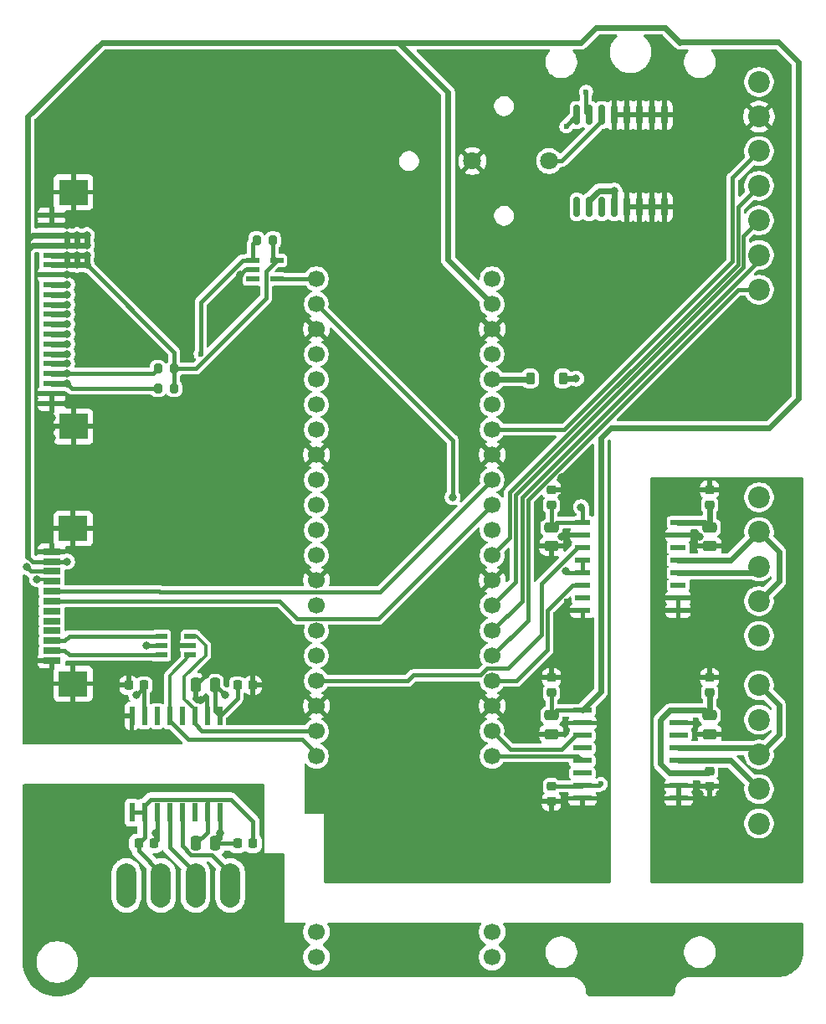
<source format=gbr>
%TF.GenerationSoftware,KiCad,Pcbnew,9.0.5*%
%TF.CreationDate,2025-10-31T11:51:33+03:00*%
%TF.ProjectId,PMCPU-LLP,504d4350-552d-44c4-9c50-2e6b69636164,rev?*%
%TF.SameCoordinates,Original*%
%TF.FileFunction,Copper,L1,Top*%
%TF.FilePolarity,Positive*%
%FSLAX46Y46*%
G04 Gerber Fmt 4.6, Leading zero omitted, Abs format (unit mm)*
G04 Created by KiCad (PCBNEW 9.0.5) date 2025-10-31 11:51:33*
%MOMM*%
%LPD*%
G01*
G04 APERTURE LIST*
G04 Aperture macros list*
%AMRoundRect*
0 Rectangle with rounded corners*
0 $1 Rounding radius*
0 $2 $3 $4 $5 $6 $7 $8 $9 X,Y pos of 4 corners*
0 Add a 4 corners polygon primitive as box body*
4,1,4,$2,$3,$4,$5,$6,$7,$8,$9,$2,$3,0*
0 Add four circle primitives for the rounded corners*
1,1,$1+$1,$2,$3*
1,1,$1+$1,$4,$5*
1,1,$1+$1,$6,$7*
1,1,$1+$1,$8,$9*
0 Add four rect primitives between the rounded corners*
20,1,$1+$1,$2,$3,$4,$5,0*
20,1,$1+$1,$4,$5,$6,$7,0*
20,1,$1+$1,$6,$7,$8,$9,0*
20,1,$1+$1,$8,$9,$2,$3,0*%
G04 Aperture macros list end*
%TA.AperFunction,SMDPad,CuDef*%
%ADD10RoundRect,0.225000X0.225000X0.375000X-0.225000X0.375000X-0.225000X-0.375000X0.225000X-0.375000X0*%
%TD*%
%TA.AperFunction,ComponentPad*%
%ADD11O,6.350000X6.350000*%
%TD*%
%TA.AperFunction,SMDPad,CuDef*%
%ADD12R,1.181100X0.558800*%
%TD*%
%TA.AperFunction,SMDPad,CuDef*%
%ADD13RoundRect,0.200000X0.200000X0.275000X-0.200000X0.275000X-0.200000X-0.275000X0.200000X-0.275000X0*%
%TD*%
%TA.AperFunction,SMDPad,CuDef*%
%ADD14RoundRect,0.250000X-0.475000X0.250000X-0.475000X-0.250000X0.475000X-0.250000X0.475000X0.250000X0*%
%TD*%
%TA.AperFunction,SMDPad,CuDef*%
%ADD15RoundRect,0.225000X-0.250000X0.225000X-0.250000X-0.225000X0.250000X-0.225000X0.250000X0.225000X0*%
%TD*%
%TA.AperFunction,ComponentPad*%
%ADD16C,1.800000*%
%TD*%
%TA.AperFunction,SMDPad,CuDef*%
%ADD17RoundRect,0.225000X0.250000X-0.225000X0.250000X0.225000X-0.250000X0.225000X-0.250000X-0.225000X0*%
%TD*%
%TA.AperFunction,SMDPad,CuDef*%
%ADD18RoundRect,0.250000X0.250000X0.475000X-0.250000X0.475000X-0.250000X-0.475000X0.250000X-0.475000X0*%
%TD*%
%TA.AperFunction,ComponentPad*%
%ADD19C,2.200000*%
%TD*%
%TA.AperFunction,SMDPad,CuDef*%
%ADD20RoundRect,0.225000X0.225000X0.250000X-0.225000X0.250000X-0.225000X-0.250000X0.225000X-0.250000X0*%
%TD*%
%TA.AperFunction,SMDPad,CuDef*%
%ADD21R,1.854200X0.482600*%
%TD*%
%TA.AperFunction,SMDPad,CuDef*%
%ADD22R,1.320800X0.558800*%
%TD*%
%TA.AperFunction,SMDPad,CuDef*%
%ADD23R,1.803400X0.635000*%
%TD*%
%TA.AperFunction,SMDPad,CuDef*%
%ADD24R,2.997200X2.590800*%
%TD*%
%TA.AperFunction,ComponentPad*%
%ADD25C,1.700000*%
%TD*%
%TA.AperFunction,SMDPad,CuDef*%
%ADD26R,1.800000X0.600000*%
%TD*%
%TA.AperFunction,SMDPad,CuDef*%
%ADD27R,3.000000X2.600000*%
%TD*%
%TA.AperFunction,SMDPad,CuDef*%
%ADD28RoundRect,0.225000X-0.225000X-0.250000X0.225000X-0.250000X0.225000X0.250000X-0.225000X0.250000X0*%
%TD*%
%TA.AperFunction,SMDPad,CuDef*%
%ADD29R,1.549400X0.482600*%
%TD*%
%TA.AperFunction,SMDPad,CuDef*%
%ADD30RoundRect,0.150000X0.150000X-0.875000X0.150000X0.875000X-0.150000X0.875000X-0.150000X-0.875000X0*%
%TD*%
%TA.AperFunction,ComponentPad*%
%ADD31C,2.000000*%
%TD*%
%TA.AperFunction,SMDPad,CuDef*%
%ADD32R,0.482600X1.854200*%
%TD*%
%TA.AperFunction,ViaPad*%
%ADD33C,0.800000*%
%TD*%
%TA.AperFunction,ViaPad*%
%ADD34C,0.600000*%
%TD*%
%TA.AperFunction,Conductor*%
%ADD35C,0.400000*%
%TD*%
%TA.AperFunction,Conductor*%
%ADD36C,0.600000*%
%TD*%
%TA.AperFunction,Conductor*%
%ADD37C,2.000000*%
%TD*%
%TA.AperFunction,Conductor*%
%ADD38C,0.300000*%
%TD*%
G04 APERTURE END LIST*
D10*
%TO.P,D1,1,K*%
%TO.N,+3.3V_CPU*%
X15150000Y13000000D03*
%TO.P,D1,2,A*%
%TO.N,Net-(D1-A)*%
X11850000Y13000000D03*
%TD*%
D11*
%TO.P,PE1,1*%
%TO.N,PE*%
X22000000Y-46000000D03*
%TD*%
D12*
%TO.P,U7,1,1A*%
%TO.N,/CAN0_RXD*%
X-22533150Y-14950001D03*
%TO.P,U7,2,GND*%
%TO.N,GND_CPU*%
X-22533150Y-14000000D03*
%TO.P,U7,3,2A*%
%TO.N,/CAN0_TXD*%
X-22533150Y-13049999D03*
%TO.P,U7,4,2Y*%
%TO.N,/CAN0_TXD_LED*%
X-25466850Y-13049999D03*
%TO.P,U7,5,VCC*%
%TO.N,+3.3V_CPU*%
X-25466850Y-14000000D03*
%TO.P,U7,6,1Y*%
%TO.N,/CAN0_RXD_LED*%
X-25466850Y-14950001D03*
%TD*%
D13*
%TO.P,R10,1*%
%TO.N,+3.3V_CPU*%
X-24175000Y14000000D03*
%TO.P,R10,2*%
%TO.N,/I2C0_SDA*%
X-25825000Y14000000D03*
%TD*%
D14*
%TO.P,C4,1*%
%TO.N,+5V_EXT*%
X30000000Y-21050000D03*
%TO.P,C4,2*%
%TO.N,GND_EXT*%
X30000000Y-22950000D03*
%TD*%
D15*
%TO.P,C8,1*%
%TO.N,+5V_EXT*%
X30000000Y-26705000D03*
%TO.P,C8,2*%
%TO.N,GND_EXT*%
X30000000Y-28255000D03*
%TD*%
D16*
%TO.P,J1,1,1*%
%TO.N,/Vbat*%
X13750000Y35000000D03*
%TO.P,J1,2,2*%
%TO.N,GND_CPU*%
X6000000Y35000000D03*
%TD*%
D17*
%TO.P,C7,1*%
%TO.N,+5V_EXT*%
X30000000Y-18775000D03*
%TO.P,C7,2*%
%TO.N,GND_EXT*%
X30000000Y-17225000D03*
%TD*%
D15*
%TO.P,C15,1*%
%TO.N,+3.3V_CPU*%
X14000000Y-28225000D03*
%TO.P,C15,2*%
%TO.N,GND_CPU*%
X14000000Y-29775000D03*
%TD*%
D18*
%TO.P,C6,1*%
%TO.N,+5V_BUS*%
X-20050000Y-34000000D03*
%TO.P,C6,2*%
%TO.N,GND_BUS*%
X-21950000Y-34000000D03*
%TD*%
D19*
%TO.P,J2,1,Pin_1*%
%TO.N,unconnected-(J2-Pin_1-Pad1)*%
X35000000Y-32000000D03*
%TO.P,J2,2,Pin_2*%
%TO.N,/CANL*%
X35000000Y-28500000D03*
%TO.P,J2,3,Pin_3*%
%TO.N,/CANH*%
X35000000Y-25000000D03*
%TO.P,J2,4,Pin_4*%
%TO.N,/CANL*%
X35000000Y-21500000D03*
%TO.P,J2,5,Pin_5*%
%TO.N,/CANH*%
X35000000Y-18000000D03*
%TD*%
D14*
%TO.P,C13,1*%
%TO.N,+5V_CPU*%
X14000000Y-21050000D03*
%TO.P,C13,2*%
%TO.N,GND_CPU*%
X14000000Y-22950000D03*
%TD*%
D18*
%TO.P,C5,1*%
%TO.N,+5V_CPU*%
X-20050000Y-18000000D03*
%TO.P,C5,2*%
%TO.N,GND_CPU*%
X-21950000Y-18000000D03*
%TD*%
D20*
%TO.P,C3,1*%
%TO.N,+3.3V_CPU*%
X-27225000Y-18000000D03*
%TO.P,C3,2*%
%TO.N,GND_CPU*%
X-28775000Y-18000000D03*
%TD*%
D13*
%TO.P,R9,1*%
%TO.N,+3.3V_CPU*%
X-24175000Y12000000D03*
%TO.P,R9,2*%
%TO.N,/I2C0_SCL*%
X-25825000Y12000000D03*
%TD*%
D21*
%TO.P,U5,1,Vcc*%
%TO.N,+5V_CPU*%
X17123200Y-20555000D03*
%TO.P,U5,2,GND1*%
%TO.N,GND_CPU*%
X17123200Y-21825000D03*
%TO.P,U5,3,TXD*%
%TO.N,/CAN1_TXD*%
X17123200Y-23095000D03*
%TO.P,U5,4,NC*%
%TO.N,unconnected-(U5-NC-Pad4)*%
X17123200Y-24365000D03*
%TO.P,U5,5,RXD*%
%TO.N,/CAN1_RXD*%
X17123200Y-25635000D03*
%TO.P,U5,6,NC*%
%TO.N,unconnected-(U5-NC-Pad6)*%
X17123200Y-26905000D03*
%TO.P,U5,7,Vccl*%
%TO.N,+3.3V_CPU*%
X17123200Y-28175000D03*
%TO.P,U5,8,GND1*%
%TO.N,GND_CPU*%
X17123200Y-29445000D03*
%TO.P,U5,9,GND2*%
%TO.N,GND_EXT*%
X26876800Y-29445000D03*
%TO.P,U5,10,GND2*%
X26876800Y-28175000D03*
%TO.P,U5,11,Visoin*%
%TO.N,+5V_EXT*%
X26876800Y-26905000D03*
%TO.P,U5,12,CANL*%
%TO.N,/CANL*%
X26876800Y-25635000D03*
%TO.P,U5,13,CANH*%
%TO.N,/CANH*%
X26876800Y-24365000D03*
%TO.P,U5,14,NC*%
%TO.N,unconnected-(U5-NC-Pad14)*%
X26876800Y-23095000D03*
%TO.P,U5,15,GND2*%
%TO.N,GND_EXT*%
X26876800Y-21825000D03*
%TO.P,U5,16,Viso*%
%TO.N,+5V_EXT*%
X26876800Y-20555000D03*
%TD*%
D20*
%TO.P,C9,1*%
%TO.N,+5V_BUS*%
X-26225000Y-34000000D03*
%TO.P,C9,2*%
%TO.N,GND_BUS*%
X-27775000Y-34000000D03*
%TD*%
D22*
%TO.P,CR1,1,\u002AWDO*%
%TO.N,/RST*%
X-16193800Y24950001D03*
%TO.P,CR1,2,GND*%
%TO.N,GND_CPU*%
X-16193800Y24000000D03*
%TO.P,CR1,3,\u002AEN*%
%TO.N,unconnected-(CR1-\u002AEN-Pad3)*%
X-16193800Y23049999D03*
%TO.P,CR1,4,WDI*%
%TO.N,/WDT*%
X-13806200Y23049999D03*
%TO.P,CR1,5,VCC*%
%TO.N,+3.3V_CPU*%
X-13806200Y24950001D03*
%TD*%
D23*
%TO.P,J7,1,Pin_1*%
%TO.N,GND_CPU*%
X-36556000Y-15499992D03*
%TO.P,J7,2,Pin_2*%
%TO.N,/CAN0_RXD_LED*%
X-36556000Y-14499994D03*
%TO.P,J7,3,Pin_3*%
%TO.N,/CAN0_TXD_LED*%
X-36556000Y-13499996D03*
%TO.P,J7,4,Pin_4*%
%TO.N,unconnected-(J7-Pin_4-Pad4)*%
X-36556000Y-12499998D03*
%TO.P,J7,5,Pin_5*%
%TO.N,unconnected-(J7-Pin_5-Pad5)*%
X-36556000Y-11500000D03*
%TO.P,J7,6,Pin_6*%
%TO.N,/LED_2*%
X-36556000Y-10500000D03*
%TO.P,J7,7,Pin_7*%
%TO.N,/LED_1*%
X-36556000Y-9500000D03*
%TO.P,J7,8,Pin_8*%
%TO.N,/LED_0*%
X-36556000Y-8500000D03*
%TO.P,J7,9,Pin_9*%
%TO.N,/RST*%
X-36556000Y-7500002D03*
%TO.P,J7,10,Pin_10*%
%TO.N,+3.3V_CPU*%
X-36556000Y-6500004D03*
%TO.P,J7,11,Pin_11*%
%TO.N,+5V_CPU*%
X-36556000Y-5500006D03*
%TO.P,J7,12,Pin_11*%
%TO.N,GND_CPU*%
X-36556000Y-4500008D03*
D24*
%TO.P,J7,13,Pin_11*%
X-34385999Y-17850003D03*
X-34385999Y-2149997D03*
%TD*%
D25*
%TO.P,U3,1,RM_IO22*%
%TO.N,/WDT*%
X-9780000Y23080000D03*
%TO.P,U3,2,RM_IO23*%
%TO.N,/UART1_RTS*%
X-9780000Y20540000D03*
%TO.P,U3,3,GND*%
%TO.N,GND_CPU*%
X-9780000Y18000000D03*
%TO.P,U3,4,RM_IO12*%
%TO.N,/SPI0_MOSI*%
X-9780000Y15460000D03*
%TO.P,U3,5,RM_IO13*%
%TO.N,/SPI0_MISO*%
X-9780000Y12920000D03*
%TO.P,U3,6,RM_IO0*%
%TO.N,/I2C2_SDA*%
X-9780000Y10380000D03*
%TO.P,U3,7,RM_IO1*%
%TO.N,/I2C2_SCL*%
X-9780000Y7840000D03*
%TO.P,U3,8,GND*%
%TO.N,GND_CPU*%
X-9780000Y5300000D03*
%TO.P,U3,9,RM_IO11*%
%TO.N,/SPI0_SCK*%
X-9780000Y2760000D03*
%TO.P,U3,10,RM_IO10*%
%TO.N,/SPI0_CS0*%
X-9780000Y220000D03*
%TO.P,U3,11,RM_IO9*%
%TO.N,/SPI0_CS1*%
X-9780000Y-2320000D03*
%TO.P,U3,12,RM_IO8*%
%TO.N,/SPI0_CS2*%
X-9780000Y-4860000D03*
%TO.P,U3,13,GND*%
%TO.N,GND_CPU*%
X-9780000Y-7400000D03*
%TO.P,U3,14,RM_IO7*%
%TO.N,/SPI0_CS3*%
X-9780000Y-9940000D03*
%TO.P,U3,15,RM_IO6*%
%TO.N,/I2C0_SDA*%
X-9780000Y-12480000D03*
%TO.P,U3,16,RM_IO5*%
%TO.N,/I2C0_SCL*%
X-9780000Y-15020000D03*
%TO.P,U3,17,RM_IO4*%
%TO.N,/UART1_RX*%
X-9780000Y-17560000D03*
%TO.P,U3,18,GND*%
%TO.N,GND_CPU*%
X-9780000Y-20100000D03*
%TO.P,U3,19,RM_IO3*%
%TO.N,/CAN0_TXD*%
X-9780000Y-22640000D03*
%TO.P,U3,20,RM_IO2*%
%TO.N,/CAN0_RXD*%
X-9780000Y-25180000D03*
%TO.P,U3,21,RM_IO31*%
%TO.N,/CAN1_RXD*%
X8000000Y-25180000D03*
%TO.P,U3,22,RM_IO30*%
%TO.N,/CAN1_TXD*%
X8000000Y-22640000D03*
%TO.P,U3,23,GND*%
%TO.N,GND_CPU*%
X8000000Y-20100000D03*
%TO.P,U3,24,RM_IO29*%
%TO.N,/UART1_TX*%
X8000000Y-17560000D03*
%TO.P,U3,25,RM_IO28*%
%TO.N,/HMI_RES*%
X8000000Y-15020000D03*
%TO.P,U3,26,RM_IO27*%
%TO.N,/HMI_DC*%
X8000000Y-12480000D03*
%TO.P,U3,27,RM_IO26*%
%TO.N,/HMI_CS*%
X8000000Y-9940000D03*
%TO.P,U3,28,GND*%
%TO.N,GND_CPU*%
X8000000Y-7400000D03*
%TO.P,U3,29,RM_IO25*%
%TO.N,/HMI_CLK*%
X8000000Y-4860000D03*
%TO.P,U3,30,RESET*%
%TO.N,unconnected-(U3-RESET-Pad30)*%
X8000000Y-2320000D03*
%TO.P,U3,31,ADC2*%
%TO.N,/LED_1*%
X8000000Y220000D03*
%TO.P,U3,32,ADC3*%
%TO.N,/LED_0*%
X8000000Y2760000D03*
%TO.P,U3,33,GND*%
%TO.N,GND_CPU*%
X8000000Y5300000D03*
%TO.P,U3,34,RM_IO24*%
%TO.N,/HMI_DIN*%
X8000000Y7840000D03*
%TO.P,U3,35,NC*%
%TO.N,unconnected-(U3-NC-Pad35)*%
X8000000Y10380000D03*
%TO.P,U3,36,3V3_OUT*%
%TO.N,Net-(D1-A)*%
X8000000Y12920000D03*
%TO.P,U3,37,3V3_EN*%
%TO.N,unconnected-(U3-3V3_EN-Pad37)*%
X8000000Y15460000D03*
%TO.P,U3,38,GND*%
%TO.N,GND_CPU*%
X8000000Y18000000D03*
%TO.P,U3,39,VSYS*%
%TO.N,+5V_CPU*%
X8000000Y20540000D03*
%TO.P,U3,40,VBUS*%
%TO.N,unconnected-(U3-VBUS-Pad40)*%
X8000000Y23080000D03*
%TO.P,U3,41,NC*%
%TO.N,unconnected-(U3-NC-Pad41)*%
X-9780000Y-42960000D03*
%TO.P,U3,42,NC*%
%TO.N,unconnected-(U3-NC-Pad42)*%
X8000000Y-42960000D03*
%TO.P,U3,43,NC*%
%TO.N,unconnected-(U3-NC-Pad43)*%
X-9780000Y-45500000D03*
%TO.P,U3,44,NC*%
%TO.N,unconnected-(U3-NC-Pad44)*%
X8000000Y-45500000D03*
%TD*%
D26*
%TO.P,JM1,1,Pin_1*%
%TO.N,GND_CPU*%
X-36546000Y10500000D03*
%TO.P,JM1,2,Pin_2*%
X-36546000Y11500000D03*
%TO.P,JM1,3,Pin_3*%
%TO.N,/I2C0_SCL*%
X-36546000Y12500000D03*
%TO.P,JM1,4,Pin_4*%
%TO.N,/I2C0_SDA*%
X-36546000Y13500000D03*
%TO.P,JM1,5,Pin_5*%
%TO.N,Net-(JM1-Pin_5)*%
X-36546000Y14500000D03*
%TO.P,JM1,6,Pin_6*%
%TO.N,/RST*%
X-36546000Y15500000D03*
%TO.P,JM1,7,Pin_7*%
%TO.N,/SPI0_CS3*%
X-36546000Y16500000D03*
%TO.P,JM1,8,Pin_8*%
%TO.N,/SPI0_CS2*%
X-36546000Y17500000D03*
%TO.P,JM1,9,Pin_9*%
%TO.N,/SPI0_CS1*%
X-36546000Y18500000D03*
%TO.P,JM1,10,Pin_10*%
%TO.N,/SPI0_CS0*%
X-36546000Y19500000D03*
%TO.P,JM1,11,Pin_11*%
%TO.N,/SPI0_SCK*%
X-36546000Y20500000D03*
%TO.P,JM1,12,Pin_11*%
%TO.N,/SPI0_MISO*%
X-36546000Y21500000D03*
%TO.P,JM1,13,Pin_11*%
%TO.N,/SPI0_MOSI*%
X-36546000Y22500000D03*
%TO.P,JM1,14,Pin_11*%
%TO.N,GND_CPU*%
X-36546000Y23500000D03*
%TO.P,JM1,15,Pin_11*%
%TO.N,+3.3V_CPU*%
X-36546000Y24500000D03*
%TO.P,JM1,16,Pin_11*%
X-36546000Y25500000D03*
%TO.P,JM1,17,Pin_11*%
%TO.N,+5V_CPU*%
X-36546000Y26500000D03*
%TO.P,JM1,18,Pin_11*%
X-36546000Y27500000D03*
%TO.P,JM1,19,Pin_11*%
%TO.N,GND_CPU*%
X-36546000Y28500000D03*
%TO.P,JM1,20,Pin_11*%
X-36546000Y29500000D03*
D27*
%TO.P,JM1,MP1,Pin_11*%
X-34375000Y8150000D03*
%TO.P,JM1,MP2,Pin_11*%
X-34375000Y31850000D03*
%TD*%
D28*
%TO.P,C2,1*%
%TO.N,+5V_CPU*%
X-17775000Y-18000000D03*
%TO.P,C2,2*%
%TO.N,GND_CPU*%
X-16225000Y-18000000D03*
%TD*%
D14*
%TO.P,C19,1*%
%TO.N,+3.3V_CPU*%
X14000000Y-2050000D03*
%TO.P,C19,2*%
%TO.N,GND_CPU*%
X14000000Y-3950000D03*
%TD*%
D13*
%TO.P,R11,1*%
%TO.N,+3.3V_CPU*%
X-14175000Y27000000D03*
%TO.P,R11,2*%
%TO.N,/RST*%
X-15825000Y27000000D03*
%TD*%
D19*
%TO.P,J14,1,Pin_1*%
%TO.N,unconnected-(J14-Pin_1-Pad1)*%
X35000000Y-13000000D03*
%TO.P,J14,2,Pin_2*%
%TO.N,/RS485-B*%
X35000000Y-9500000D03*
%TO.P,J14,3,Pin_3*%
%TO.N,/RS485-A*%
X35000000Y-6000000D03*
%TO.P,J14,4,Pin_4*%
%TO.N,/RS485-B*%
X35000000Y-2500000D03*
%TO.P,J14,5,Pin_5*%
%TO.N,/RS485-A*%
X35000000Y1000000D03*
%TD*%
D14*
%TO.P,C17,1*%
%TO.N,+3.3V_EXT*%
X30000000Y-2050000D03*
%TO.P,C17,2*%
%TO.N,GND_EXT*%
X30000000Y-3950000D03*
%TD*%
D17*
%TO.P,C18,1*%
%TO.N,+3.3V_CPU*%
X14000000Y225000D03*
%TO.P,C18,2*%
%TO.N,GND_CPU*%
X14000000Y1775000D03*
%TD*%
D29*
%TO.P,U8,1,VDD*%
%TO.N,+3.3V_CPU*%
X17174000Y-1555000D03*
%TO.P,U8,2,GNDA*%
%TO.N,GND_CPU*%
X17174000Y-2825000D03*
%TO.P,U8,3,RO*%
%TO.N,/UART1_RX*%
X17174000Y-4095000D03*
%TO.P,U8,4,RE*%
%TO.N,/UART1_RTS*%
X17174000Y-5365000D03*
%TO.P,U8,5,DE*%
X17174000Y-6635000D03*
%TO.P,U8,6,DI*%
%TO.N,/UART1_TX*%
X17174000Y-7905000D03*
%TO.P,U8,7,NC*%
%TO.N,unconnected-(U8-NC-Pad7)*%
X17174000Y-9175000D03*
%TO.P,U8,8,GNDA*%
%TO.N,GND_CPU*%
X17174000Y-10445000D03*
%TO.P,U8,9,GNDB*%
%TO.N,GND_EXT*%
X26826000Y-10445000D03*
%TO.P,U8,10,SEL*%
X26826000Y-9175000D03*
%TO.P,U8,11,NC*%
%TO.N,unconnected-(U8-NC-Pad11)*%
X26826000Y-7905000D03*
%TO.P,U8,12,A*%
%TO.N,/RS485-A*%
X26826000Y-6635000D03*
%TO.P,U8,13,B*%
%TO.N,/RS485-B*%
X26826000Y-5365000D03*
%TO.P,U8,14,NC*%
%TO.N,unconnected-(U8-NC-Pad14)*%
X26826000Y-4095000D03*
%TO.P,U8,15,GNDB*%
%TO.N,GND_EXT*%
X26826000Y-2825000D03*
%TO.P,U8,16,VISO*%
%TO.N,+3.3V_EXT*%
X26826000Y-1555000D03*
%TD*%
D30*
%TO.P,U6,1,32KHZ*%
%TO.N,unconnected-(U6-32KHZ-Pad1)*%
X16555000Y30350000D03*
%TO.P,U6,2,VCC*%
%TO.N,+3.3V_CPU*%
X17825000Y30350000D03*
%TO.P,U6,3,~{INT}/SQW*%
%TO.N,unconnected-(U6-~{INT}{slash}SQW-Pad3)*%
X19095000Y30350000D03*
%TO.P,U6,4,~{RST}*%
%TO.N,+3.3V_CPU*%
X20365000Y30350000D03*
%TO.P,U6,5,GND*%
%TO.N,GND_CPU*%
X21635000Y30350000D03*
%TO.P,U6,6,GND*%
X22905000Y30350000D03*
%TO.P,U6,7,GND*%
X24175000Y30350000D03*
%TO.P,U6,8,GND*%
X25445000Y30350000D03*
%TO.P,U6,9,GND*%
X25445000Y39650000D03*
%TO.P,U6,10,GND*%
X24175000Y39650000D03*
%TO.P,U6,11,GND*%
X22905000Y39650000D03*
%TO.P,U6,12,GND*%
X21635000Y39650000D03*
%TO.P,U6,13,GND*%
X20365000Y39650000D03*
%TO.P,U6,14,VBAT*%
%TO.N,/Vbat*%
X19095000Y39650000D03*
%TO.P,U6,15,SDA*%
%TO.N,/I2C2_SDA*%
X17825000Y39650000D03*
%TO.P,U6,16,SCL*%
%TO.N,/I2C2_SCL*%
X16555000Y39650000D03*
%TD*%
D19*
%TO.P,J13,1,Pin_1*%
%TO.N,/HMI_RES*%
X35000000Y22000000D03*
%TO.P,J13,2,Pin_2*%
%TO.N,/HMI_DC*%
X35000000Y25500000D03*
%TO.P,J13,3,Pin_3*%
%TO.N,/HMI_CS*%
X35000000Y29000000D03*
%TO.P,J13,4,Pin_4*%
%TO.N,/HMI_CLK*%
X35000000Y32500000D03*
%TO.P,J13,5,Pin_5*%
%TO.N,/HMI_DIN*%
X35000000Y36000000D03*
%TO.P,J13,6,Pin_6*%
%TO.N,GND_CPU*%
X35000000Y39500000D03*
%TO.P,J13,7,Pin_7*%
%TO.N,+3.3V_CPU*%
X35000000Y43000000D03*
%TD*%
D28*
%TO.P,C10,1*%
%TO.N,+5V_BUS*%
X-17775000Y-34000000D03*
%TO.P,C10,2*%
%TO.N,GND_BUS*%
X-16225000Y-34000000D03*
%TD*%
D31*
%TO.P,J3,1,Pin_1*%
%TO.N,+24V_BUS*%
X-29000000Y-37000000D03*
%TO.P,J3,2,Pin_3*%
%TO.N,GND_BUS*%
X-25500000Y-37000000D03*
%TO.P,J3,3,3*%
%TO.N,/CANL_BUS*%
X-22000000Y-37000000D03*
%TO.P,J3,4,4*%
%TO.N,/CANH_BUS*%
X-18500000Y-37000000D03*
%TO.P,J3,5,Pin_9*%
%TO.N,PE*%
X-15000000Y-37000000D03*
%TO.P,J3,6,Pin_2*%
%TO.N,+24V_BUS*%
X-29000000Y-39500000D03*
%TO.P,J3,7,Pin_4*%
%TO.N,GND_BUS*%
X-25500000Y-39500000D03*
%TO.P,J3,8,Pin_6*%
%TO.N,/CANL_BUS*%
X-22000000Y-39500000D03*
%TO.P,J3,9,Pin_8*%
%TO.N,/CANH_BUS*%
X-18500000Y-39500000D03*
%TO.P,J3,10,Pin_10*%
%TO.N,PE*%
X-15000000Y-39500000D03*
%TD*%
D17*
%TO.P,C14,1*%
%TO.N,+5V_CPU*%
X14000000Y-18775000D03*
%TO.P,C14,2*%
%TO.N,GND_CPU*%
X14000000Y-17225000D03*
%TD*%
D32*
%TO.P,U1,1,Vcc*%
%TO.N,+5V_CPU*%
X-19555000Y-21123200D03*
%TO.P,U1,2,GND1*%
%TO.N,GND_CPU*%
X-20825000Y-21123200D03*
%TO.P,U1,3,TXD*%
%TO.N,/CAN0_TXD*%
X-22095000Y-21123200D03*
%TO.P,U1,4,NC*%
%TO.N,unconnected-(U1-NC-Pad4)*%
X-23365000Y-21123200D03*
%TO.P,U1,5,RXD*%
%TO.N,/CAN0_RXD*%
X-24635000Y-21123200D03*
%TO.P,U1,6,NC*%
%TO.N,unconnected-(U1-NC-Pad6)*%
X-25905000Y-21123200D03*
%TO.P,U1,7,Vccl*%
%TO.N,+3.3V_CPU*%
X-27175000Y-21123200D03*
%TO.P,U1,8,GND1*%
%TO.N,GND_CPU*%
X-28445000Y-21123200D03*
%TO.P,U1,9,GND2*%
%TO.N,GND_BUS*%
X-28445000Y-30876800D03*
%TO.P,U1,10,GND2*%
X-27175000Y-30876800D03*
%TO.P,U1,11,Visoin*%
%TO.N,+5V_BUS*%
X-25905000Y-30876800D03*
%TO.P,U1,12,CANL*%
%TO.N,/CANL_BUS*%
X-24635000Y-30876800D03*
%TO.P,U1,13,CANH*%
%TO.N,/CANH_BUS*%
X-23365000Y-30876800D03*
%TO.P,U1,14,NC*%
%TO.N,unconnected-(U1-NC-Pad14)*%
X-22095000Y-30876800D03*
%TO.P,U1,15,GND2*%
%TO.N,GND_BUS*%
X-20825000Y-30876800D03*
%TO.P,U1,16,Viso*%
%TO.N,+5V_BUS*%
X-19555000Y-30876800D03*
%TD*%
D17*
%TO.P,C16,1*%
%TO.N,+3.3V_EXT*%
X30000000Y225000D03*
%TO.P,C16,2*%
%TO.N,GND_EXT*%
X30000000Y1775000D03*
%TD*%
D33*
%TO.N,/I2C0_SDA*%
X-35000000Y13500000D03*
%TO.N,/I2C0_SCL*%
X-35000000Y12500000D03*
D34*
%TO.N,/I2C2_SDA*%
X17500000Y42000000D03*
D33*
%TO.N,+3.3V_CPU*%
X-34000000Y25500000D03*
X-28000000Y-19000000D03*
X-35000000Y24500000D03*
D34*
X19000000Y-28000000D03*
D33*
X20365000Y32000000D03*
X-35000000Y25500000D03*
X16500000Y13000000D03*
X-39065687Y-6065685D03*
X-33000000Y25500000D03*
X-33000000Y24500000D03*
X-27000000Y-14000000D03*
X-34000000Y24500000D03*
X17000000Y0D03*
%TO.N,+5V_CPU*%
X-34000000Y26500000D03*
X-35000000Y26500000D03*
X-19000000Y-19000000D03*
X-33000000Y26500000D03*
X-35000000Y27500000D03*
X-34000000Y27500000D03*
X-33000000Y27500000D03*
X-35000000Y-5500000D03*
D34*
%TO.N,/I2C2_SCL*%
X15500000Y38500000D03*
D33*
%TO.N,/SPI0_MOSI*%
X-35000000Y22500000D03*
%TO.N,/SPI0_CS2*%
X-35000000Y17500000D03*
%TO.N,/SPI0_CS1*%
X-35000000Y18500000D03*
%TO.N,/SPI0_CS3*%
X-35000000Y16500000D03*
%TO.N,/SPI0_MISO*%
X-35000000Y21500000D03*
%TO.N,GND_EXT*%
X29000000Y-16000000D03*
X29000000Y-3000000D03*
X29000000Y-29000000D03*
X30000000Y-15000000D03*
X31000000Y-29000000D03*
X31000000Y-16000000D03*
X30000000Y-30000000D03*
X32000000Y-3000000D03*
%TO.N,/SPI0_CS0*%
X-35000000Y19500000D03*
%TO.N,/SPI0_SCK*%
X-35000000Y20500000D03*
%TO.N,Net-(JM1-Pin_5)*%
X-35000000Y14500000D03*
%TO.N,GND_CPU*%
X-32000000Y32000000D03*
X-21000000Y9000000D03*
X-20000000Y-16000000D03*
X15000000Y3000000D03*
D34*
X16500000Y-19500000D03*
D33*
X-32000000Y-3000000D03*
D34*
X15500000Y-29500000D03*
D33*
X-22000000Y8000000D03*
X-32000000Y33000000D03*
X-35000000Y23500000D03*
X-32000000Y-18000000D03*
X-32000000Y-17000000D03*
X-17500000Y23500000D03*
X-32000000Y8000000D03*
X-16000000Y-16000000D03*
X-32000000Y7000000D03*
X-32000000Y31000000D03*
X-20000000Y8000000D03*
D34*
X15500000Y-9500000D03*
D33*
X-35000000Y10500000D03*
X-37000000Y-17000000D03*
X15000000Y1000000D03*
X-36500000Y8000000D03*
X-16000000Y-20000000D03*
X-21500000Y-19500000D03*
X-20000000Y10000000D03*
X-32000000Y-2000000D03*
X13000000Y-1000000D03*
X-36500000Y7000000D03*
X-32000000Y9000000D03*
X13000000Y-6000000D03*
X-22000000Y10000000D03*
X-24000000Y-14000000D03*
X-32000000Y-1000000D03*
X15000000Y-3000000D03*
X-32000000Y-19000000D03*
X-30000000Y-21000000D03*
X-36500000Y9000000D03*
D34*
X16500000Y-30500000D03*
D33*
X12000000Y-23000000D03*
X-21000000Y-17000000D03*
D34*
X17500000Y-30500000D03*
D33*
X-37000000Y-18000000D03*
X-35000000Y29500000D03*
X-35000000Y28500000D03*
X16000000Y2000000D03*
D34*
X15500000Y-10500000D03*
D33*
X-37000000Y-19000000D03*
%TO.N,+5V_BUS*%
X-19555000Y-33000000D03*
X-26000000Y-33000000D03*
%TO.N,/RST*%
X-35000000Y15500000D03*
D34*
X-21500000Y15500000D03*
D33*
X-38022769Y-7300004D03*
%TO.N,/UART1_RTS*%
X15426186Y-6426186D03*
X4000000Y1000000D03*
%TD*%
D35*
%TO.N,/I2C0_SDA*%
X-25825000Y14000000D02*
X-26325000Y13500000D01*
X-26325000Y13500000D02*
X-35000000Y13500000D01*
D36*
X-35000000Y13500000D02*
X-36546000Y13500000D01*
D35*
%TO.N,/I2C0_SCL*%
X-35000000Y12500000D02*
X-34500000Y12000000D01*
X-34500000Y12000000D02*
X-25825000Y12000000D01*
D36*
X-35000000Y12500000D02*
X-36546000Y12500000D01*
D35*
%TO.N,/I2C2_SDA*%
X17500000Y42000000D02*
X17500000Y39975000D01*
X17500000Y39975000D02*
X17825000Y39650000D01*
D37*
%TO.N,PE*%
X-15000000Y-37000000D02*
X-15000000Y-39500000D01*
%TO.N,+24V_BUS*%
X-29000000Y-37000000D02*
X-29000000Y-39500000D01*
D35*
%TO.N,/Vbat*%
X19095000Y39072208D02*
X19095000Y39650000D01*
X15022792Y35000000D02*
X19095000Y39072208D01*
X13750000Y35000000D02*
X15022792Y35000000D01*
%TO.N,+3.3V_CPU*%
X-36556000Y-6500004D02*
X-38631368Y-6500004D01*
D36*
X20365000Y32000000D02*
X20365000Y30350000D01*
D35*
X17174000Y-174000D02*
X17000000Y0D01*
X-24175000Y14000000D02*
X-22008636Y14000000D01*
D36*
X-35000000Y25500000D02*
X-35000000Y24500000D01*
D35*
X18825000Y-28175000D02*
X19000000Y-28000000D01*
D36*
X15150000Y13000000D02*
X16500000Y13000000D01*
D35*
X-14867600Y21141036D02*
X-14867600Y23888601D01*
X-24175000Y15675000D02*
X-33000000Y24500000D01*
X-14175000Y27000000D02*
X-14175000Y25318801D01*
X-14175000Y25318801D02*
X-13806200Y24950001D01*
D38*
X13775000Y-28000000D02*
X14000000Y-28225000D01*
D35*
X17123200Y-28175000D02*
X18825000Y-28175000D01*
X17073200Y-28225000D02*
X17123200Y-28175000D01*
X17174000Y-1555000D02*
X14495000Y-1555000D01*
X-27225000Y-21073200D02*
X-27175000Y-21123200D01*
X-38631368Y-6500004D02*
X-39065687Y-6065685D01*
D36*
X18795190Y32000000D02*
X17825000Y31029810D01*
D35*
X-22008636Y14000000D02*
X-14867600Y21141036D01*
X-14867600Y23888601D02*
X-13806200Y24950001D01*
D36*
X20365000Y32000000D02*
X18795190Y32000000D01*
X-34000000Y25500000D02*
X-34000000Y24500000D01*
D35*
X14000000Y225000D02*
X14000000Y-2050000D01*
X-24175000Y14000000D02*
X-24175000Y15675000D01*
X-27225000Y-18225000D02*
X-28000000Y-19000000D01*
X-27225000Y-18000000D02*
X-27225000Y-21073200D01*
X17174000Y-1555000D02*
X17174000Y-174000D01*
D36*
X-33000000Y25500000D02*
X-36546000Y25500000D01*
D35*
X14000000Y-28225000D02*
X17073200Y-28225000D01*
D36*
X-33000000Y25500000D02*
X-33000000Y24500000D01*
D35*
X-27225000Y-18000000D02*
X-27225000Y-18225000D01*
X-24175000Y12000000D02*
X-24175000Y14000000D01*
X-25466850Y-14000000D02*
X-27000000Y-14000000D01*
D36*
X-33000000Y24500000D02*
X-36546000Y24500000D01*
D35*
X14495000Y-1555000D02*
X14000000Y-2050000D01*
D36*
X17825000Y31029810D02*
X17825000Y30350000D01*
D35*
%TO.N,GND_BUS*%
X-27775000Y-34725000D02*
X-25500000Y-37000000D01*
X-27175000Y-30176400D02*
X-26547300Y-29548700D01*
X-20825000Y-32875000D02*
X-21950000Y-34000000D01*
X-27775000Y-34000000D02*
X-27775000Y-34725000D01*
X-27175000Y-30876800D02*
X-27175000Y-33400000D01*
X-26547300Y-29548700D02*
X-20825000Y-29548700D01*
X-16225000Y-31775000D02*
X-16225000Y-34000000D01*
X-28445000Y-30876800D02*
X-27175000Y-30876800D01*
X-20825000Y-30191000D02*
X-20825000Y-30876800D01*
X-20825000Y-29548700D02*
X-20825000Y-30191000D01*
X-18451300Y-29548700D02*
X-16225000Y-31775000D01*
X-27175000Y-30876800D02*
X-27175000Y-30176400D01*
X-20825000Y-30876800D02*
X-20825000Y-32875000D01*
X-27175000Y-33400000D02*
X-27775000Y-34000000D01*
D37*
X-25500000Y-37000000D02*
X-25500000Y-39500000D01*
D35*
X-20825000Y-29548700D02*
X-18451300Y-29548700D01*
D36*
%TO.N,+5V_CPU*%
X27000000Y47000000D02*
X27008568Y47008568D01*
D35*
X-36556000Y-5500006D02*
X-35000006Y-5500006D01*
D36*
X3540000Y41960000D02*
X-1500000Y47000000D01*
X-34000000Y27500000D02*
X-34000000Y26500000D01*
X36991432Y47008568D02*
X39000000Y45000000D01*
X-31500000Y47000000D02*
X1000000Y47000000D01*
X-33000000Y27500000D02*
X-36546000Y27500000D01*
D35*
X14000000Y-18775000D02*
X14000000Y-21050000D01*
X-36556000Y-5500006D02*
X-38499994Y-5500006D01*
X-20050000Y-20628200D02*
X-19555000Y-21123200D01*
D36*
X27008568Y47008568D02*
X36991432Y47008568D01*
X-33000000Y26500000D02*
X-36546000Y26500000D01*
X-35000000Y27500000D02*
X-35000000Y26500000D01*
X-38500000Y26500000D02*
X-39000000Y26000000D01*
X-33000000Y27500000D02*
X-33000000Y26500000D01*
X-38500000Y27500000D02*
X-39000000Y27000000D01*
D35*
X-19050000Y-19000000D02*
X-20050000Y-18000000D01*
X14495000Y-20555000D02*
X14000000Y-21050000D01*
D36*
X19000000Y-18678200D02*
X17123200Y-20555000D01*
D35*
X-38499994Y-5500006D02*
X-39000000Y-5000000D01*
D36*
X25500000Y48500000D02*
X27000000Y47000000D01*
X8000000Y20540000D02*
X3540000Y25000000D01*
X39000000Y11000000D02*
X36000000Y8000000D01*
X39000000Y45000000D02*
X39000000Y11000000D01*
D35*
X-17775000Y-18000000D02*
X-17775000Y-19343200D01*
D36*
X-36546000Y26500000D02*
X-38500000Y26500000D01*
D35*
X17123200Y-20555000D02*
X14495000Y-20555000D01*
D36*
X20000000Y8000000D02*
X19000000Y7000000D01*
X-36546000Y27500000D02*
X-38500000Y27500000D01*
X18500000Y48500000D02*
X25500000Y48500000D01*
X-39000000Y14500000D02*
X-39000000Y26000000D01*
X36000000Y8000000D02*
X20000000Y8000000D01*
D35*
X-20050000Y-18000000D02*
X-20050000Y-20628200D01*
D36*
X-39000000Y-5000000D02*
X-39000000Y6000000D01*
X-1500000Y47000000D02*
X1000000Y47000000D01*
X-39000000Y26000000D02*
X-39000000Y27000000D01*
X-39000000Y6000000D02*
X-39000000Y14500000D01*
D35*
X-19000000Y-19000000D02*
X-19050000Y-19000000D01*
D36*
X-39000000Y27000000D02*
X-39000000Y39500000D01*
X17000000Y47000000D02*
X18500000Y48500000D01*
X-39000000Y39500000D02*
X-31500000Y47000000D01*
X3540000Y25000000D02*
X3540000Y41960000D01*
X19000000Y7000000D02*
X19000000Y-18678200D01*
D35*
X-17775000Y-19343200D02*
X-19555000Y-21123200D01*
D36*
X1000000Y47000000D02*
X17000000Y47000000D01*
D35*
X-35000006Y-5500006D02*
X-35000000Y-5500000D01*
%TO.N,/I2C2_SCL*%
X15500000Y38595000D02*
X16555000Y39650000D01*
X15500000Y38500000D02*
X15500000Y38595000D01*
%TO.N,/WDT*%
X-13806200Y23049999D02*
X-9810001Y23049999D01*
D38*
X-9810001Y23049999D02*
X-9780000Y23080000D01*
D36*
%TO.N,/SPI0_MOSI*%
X-35000000Y22500000D02*
X-36546000Y22500000D01*
%TO.N,/SPI0_CS2*%
X-35000000Y17500000D02*
X-36546000Y17500000D01*
%TO.N,/SPI0_CS1*%
X-35000000Y18500000D02*
X-36546000Y18500000D01*
%TO.N,/SPI0_CS3*%
X-35000000Y16500000D02*
X-36546000Y16500000D01*
%TO.N,Net-(D1-A)*%
X11770000Y12920000D02*
X11850000Y13000000D01*
X8000000Y12920000D02*
X11770000Y12920000D01*
%TO.N,/SPI0_MISO*%
X-35000000Y21500000D02*
X-36546000Y21500000D01*
D35*
%TO.N,/HMI_DC*%
X8000000Y-12480000D02*
X11000000Y-9480000D01*
X35000000Y24991474D02*
X35000000Y25500000D01*
X11000000Y-9480000D02*
X11000000Y991474D01*
X11000000Y991474D02*
X35000000Y24991474D01*
%TO.N,/HMI_CS*%
X10399000Y-7541000D02*
X10399000Y1240416D01*
X8000000Y-9940000D02*
X10399000Y-7541000D01*
X33399000Y24240416D02*
X33399000Y27399000D01*
X33399000Y27399000D02*
X35000000Y29000000D01*
X10399000Y1240416D02*
X33399000Y24240416D01*
%TO.N,/HMI_DIN*%
X8000000Y7840000D02*
X15298700Y7840000D01*
X15298700Y7840000D02*
X32297000Y24838300D01*
X32297000Y24838300D02*
X32297000Y33297000D01*
X32297000Y33297000D02*
X35000000Y36000000D01*
%TO.N,/HMI_CLK*%
X32848000Y30348000D02*
X35000000Y32500000D01*
X32848000Y24539358D02*
X32848000Y30348000D01*
X9798000Y-3062000D02*
X9798000Y1489358D01*
X9798000Y1489358D02*
X32848000Y24539358D01*
X8000000Y-4860000D02*
X9798000Y-3062000D01*
%TO.N,/HMI_RES*%
X32858468Y22000000D02*
X35000000Y22000000D01*
X8000000Y-15020000D02*
X11601000Y-11419000D01*
X11601000Y742532D02*
X32858468Y22000000D01*
X11601000Y-11419000D02*
X11601000Y742532D01*
D36*
%TO.N,+5V_EXT*%
X26876800Y-20555000D02*
X25976400Y-20555000D01*
X25000000Y-25928600D02*
X25976400Y-26905000D01*
X29800000Y-26905000D02*
X30000000Y-26705000D01*
X29505000Y-20555000D02*
X26876800Y-20555000D01*
X25976400Y-20555000D02*
X25000000Y-21531400D01*
X25000000Y-21531400D02*
X25000000Y-25928600D01*
X30000000Y-18775000D02*
X30000000Y-21050000D01*
X30000000Y-21050000D02*
X29505000Y-20555000D01*
X25976400Y-26905000D02*
X26876800Y-26905000D01*
X26876800Y-26905000D02*
X29800000Y-26905000D01*
%TO.N,+3.3V_EXT*%
X29505000Y-1555000D02*
X30000000Y-2050000D01*
X30000000Y225000D02*
X30000000Y-2050000D01*
X26826000Y-1555000D02*
X29505000Y-1555000D01*
%TO.N,/SPI0_CS0*%
X-35000000Y19500000D02*
X-36546000Y19500000D01*
%TO.N,/SPI0_SCK*%
X-35000000Y20500000D02*
X-36546000Y20500000D01*
%TO.N,Net-(JM1-Pin_5)*%
X-36546000Y14500000D02*
X-35000000Y14500000D01*
%TO.N,/CANH*%
X37000000Y-20000000D02*
X35000000Y-18000000D01*
D38*
X26365000Y-24365000D02*
X26826000Y-24365000D01*
D36*
X26876800Y-24365000D02*
X34365000Y-24365000D01*
X35000000Y-25000000D02*
X37000000Y-23000000D01*
X34365000Y-24365000D02*
X35000000Y-25000000D01*
X37000000Y-23000000D02*
X37000000Y-20000000D01*
%TO.N,/CANL*%
X26876800Y-25635000D02*
X32135000Y-25635000D01*
D38*
X26826000Y-25635000D02*
X26276400Y-25635000D01*
D36*
X32135000Y-25635000D02*
X35000000Y-28500000D01*
D35*
%TO.N,/CAN0_RXD*%
X-9780000Y-25180000D02*
X-9780000Y-24935742D01*
D38*
X-24635000Y-17051851D02*
X-22533150Y-14950001D01*
D35*
X-22770000Y-23500000D02*
X-24635000Y-21635000D01*
X-9780000Y-24935742D02*
X-11215742Y-23500000D01*
X-24635000Y-21635000D02*
X-24635000Y-21123200D01*
D38*
X-24635000Y-21123200D02*
X-24635000Y-17051851D01*
D35*
X-11215742Y-23500000D02*
X-22770000Y-23500000D01*
D38*
%TO.N,/CAN0_TXD*%
X-23155099Y-19377301D02*
X-22095000Y-20437400D01*
D35*
X-21360000Y-22640000D02*
X-22095000Y-21905000D01*
X-22095000Y-21905000D02*
X-22095000Y-21123200D01*
D38*
X-22533150Y-13049999D02*
X-21911201Y-13049999D01*
X-23155099Y-17143900D02*
X-23155099Y-19377301D01*
X-21000000Y-14988801D02*
X-23155099Y-17143900D01*
X-22095000Y-20437400D02*
X-22095000Y-21123200D01*
X-21911201Y-13049999D02*
X-21000000Y-13961200D01*
X-21000000Y-13961200D02*
X-21000000Y-14988801D01*
D35*
X-9780000Y-22640000D02*
X-21360000Y-22640000D01*
%TO.N,/CAN1_RXD*%
X8000000Y-25180000D02*
X16668200Y-25180000D01*
X16668200Y-25180000D02*
X17123200Y-25635000D01*
%TO.N,/CAN1_TXD*%
X16437400Y-23095000D02*
X17123200Y-23095000D01*
X9860000Y-24500000D02*
X15032400Y-24500000D01*
X15032400Y-24500000D02*
X16437400Y-23095000D01*
X8000000Y-22640000D02*
X9860000Y-24500000D01*
%TO.N,GND_CPU*%
X-21950000Y-17950000D02*
X-21000000Y-17000000D01*
X-17500000Y23500000D02*
X-17000000Y24000000D01*
X-21950000Y-18000000D02*
X-21950000Y-17950000D01*
X-17000000Y24000000D02*
X-16193800Y24000000D01*
%TO.N,+5V_BUS*%
X-19555000Y-33000000D02*
X-19555000Y-33505000D01*
X-19555000Y-33505000D02*
X-20050000Y-34000000D01*
X-20050000Y-34000000D02*
X-20050000Y-33495000D01*
X-25905000Y-30876800D02*
X-25905000Y-33680000D01*
X-25905000Y-33680000D02*
X-26225000Y-34000000D01*
X-26000000Y-33775000D02*
X-26225000Y-34000000D01*
X-19555000Y-30876800D02*
X-19555000Y-33000000D01*
X-26000000Y-33000000D02*
X-26000000Y-33775000D01*
X-20050000Y-33495000D02*
X-19555000Y-33000000D01*
X-20050000Y-34000000D02*
X-17775000Y-34000000D01*
%TO.N,/CANH_BUS*%
X-22476580Y-35126000D02*
X-20374000Y-35126000D01*
X-20374000Y-35126000D02*
X-18500000Y-37000000D01*
X-23365000Y-34237580D02*
X-22476580Y-35126000D01*
D37*
X-18500000Y-37000000D02*
X-18500000Y-39500000D01*
D35*
X-23365000Y-30876800D02*
X-23365000Y-34237580D01*
D37*
%TO.N,/CANL_BUS*%
X-22000000Y-37000000D02*
X-22000000Y-39500000D01*
D35*
X-24635000Y-30876800D02*
X-24635000Y-34365000D01*
X-24635000Y-34365000D02*
X-22000000Y-37000000D01*
%TO.N,/RST*%
X-16193800Y26631200D02*
X-15825000Y27000000D01*
X-17254200Y24950001D02*
X-16193800Y24950001D01*
D38*
X-36755998Y-7300004D02*
X-36556000Y-7500002D01*
D35*
X-16193800Y24950001D02*
X-16193800Y26631200D01*
D38*
X-38022769Y-7300004D02*
X-36755998Y-7300004D01*
D36*
X-36556002Y-7500000D02*
X-36556000Y-7500002D01*
X-35000000Y15500000D02*
X-36546000Y15500000D01*
D35*
X-21500000Y20704201D02*
X-17254200Y24950001D01*
X-21500000Y15500000D02*
X-21500000Y20704201D01*
%TO.N,/LED_1*%
X-11721000Y-11279000D02*
X-3499000Y-11279000D01*
X-13500000Y-9500000D02*
X-11721000Y-11279000D01*
X-3499000Y-11279000D02*
X8000000Y220000D01*
X-36556000Y-9500000D02*
X-13500000Y-9500000D01*
%TO.N,/CAN0_TXD_LED*%
X-35254300Y-13499996D02*
X-34804303Y-13049999D01*
X-36556000Y-13499996D02*
X-35254300Y-13499996D01*
X-34804303Y-13049999D02*
X-25466850Y-13049999D01*
%TO.N,/LED_0*%
X-25702000Y-8500000D02*
X-25601000Y-8601000D01*
X-36556000Y-8500000D02*
X-25702000Y-8500000D01*
X-25601000Y-8601000D02*
X-3361000Y-8601000D01*
X-3361000Y-8601000D02*
X8000000Y2760000D01*
%TO.N,/CAN0_RXD_LED*%
X-34804293Y-14950001D02*
X-25466850Y-14950001D01*
X-35254300Y-14499994D02*
X-34804293Y-14950001D01*
X-36556000Y-14499994D02*
X-35254300Y-14499994D01*
%TO.N,/UART1_RTS*%
X15635000Y-6635000D02*
X17174000Y-6635000D01*
X17174000Y-5365000D02*
X17174000Y-6635000D01*
X4000000Y6760000D02*
X4000000Y1000000D01*
X-9780000Y20540000D02*
X4000000Y6760000D01*
X15426186Y-6426186D02*
X15635000Y-6635000D01*
%TO.N,/UART1_RX*%
X7519818Y-16271000D02*
X9623591Y-16271000D01*
X9623591Y-16271000D02*
X13000000Y-12894591D01*
X13000000Y-12894591D02*
X13000000Y-7721000D01*
X-560000Y-17560000D02*
X0Y-17000000D01*
X0Y-17000000D02*
X6790818Y-17000000D01*
X-9780000Y-17560000D02*
X-560000Y-17560000D01*
X6790818Y-17000000D02*
X7519818Y-16271000D01*
X13000000Y-7721000D02*
X16626000Y-4095000D01*
X16626000Y-4095000D02*
X17174000Y-4095000D01*
%TO.N,/UART1_TX*%
X16095000Y-7905000D02*
X17174000Y-7905000D01*
X8000000Y-17560000D02*
X10440000Y-17560000D01*
X10440000Y-17560000D02*
X13601000Y-14399000D01*
X13601000Y-10399000D02*
X16095000Y-7905000D01*
X13601000Y-14399000D02*
X13601000Y-10399000D01*
D36*
%TO.N,/RS485-A*%
X26826000Y-6635000D02*
X34365000Y-6635000D01*
X34365000Y-6635000D02*
X35000000Y-6000000D01*
%TO.N,/RS485-B*%
X37000000Y-4500000D02*
X37000000Y-7500000D01*
X32135000Y-5365000D02*
X35000000Y-2500000D01*
X37000000Y-7500000D02*
X35000000Y-9500000D01*
X35000000Y-2500000D02*
X37000000Y-4500000D01*
X26826000Y-5365000D02*
X32135000Y-5365000D01*
%TD*%
%TA.AperFunction,Conductor*%
%TO.N,PE*%
G36*
X-15056961Y-28019685D02*
G01*
X-15011206Y-28072489D01*
X-15000000Y-28124000D01*
X-15000000Y-35000000D01*
X-13124000Y-35000000D01*
X-13056961Y-35019685D01*
X-13011206Y-35072489D01*
X-13000000Y-35124000D01*
X-13000000Y-42000000D01*
X-10995193Y-42000000D01*
X-10928154Y-42019685D01*
X-10882399Y-42072489D01*
X-10872455Y-42141647D01*
X-10894875Y-42196885D01*
X-10935049Y-42252179D01*
X-11031556Y-42441585D01*
X-11097247Y-42643760D01*
X-11130500Y-42853713D01*
X-11130500Y-43066286D01*
X-11097247Y-43276239D01*
X-11031556Y-43478414D01*
X-10935049Y-43667820D01*
X-10810110Y-43839786D01*
X-10659787Y-43990109D01*
X-10487818Y-44115050D01*
X-10479054Y-44119516D01*
X-10428258Y-44167491D01*
X-10411464Y-44235312D01*
X-10434002Y-44301447D01*
X-10479054Y-44340484D01*
X-10487818Y-44344949D01*
X-10659787Y-44469890D01*
X-10810110Y-44620213D01*
X-10935049Y-44792179D01*
X-11031556Y-44981585D01*
X-11097247Y-45183760D01*
X-11119359Y-45323369D01*
X-11130500Y-45393713D01*
X-11130500Y-45606287D01*
X-11097246Y-45816243D01*
X-11036493Y-46003222D01*
X-11031556Y-46018414D01*
X-10935049Y-46207820D01*
X-10810110Y-46379786D01*
X-10659787Y-46530109D01*
X-10487821Y-46655048D01*
X-10487819Y-46655049D01*
X-10487816Y-46655051D01*
X-10298412Y-46751557D01*
X-10096243Y-46817246D01*
X-9886287Y-46850500D01*
X-9886286Y-46850500D01*
X-9673714Y-46850500D01*
X-9673713Y-46850500D01*
X-9463757Y-46817246D01*
X-9261588Y-46751557D01*
X-9072184Y-46655051D01*
X-8961296Y-46574487D01*
X-8900214Y-46530109D01*
X-8900212Y-46530106D01*
X-8900208Y-46530104D01*
X-8749896Y-46379792D01*
X-8749894Y-46379788D01*
X-8749891Y-46379786D01*
X-8624952Y-46207820D01*
X-8624953Y-46207820D01*
X-8624949Y-46207816D01*
X-8528443Y-46018412D01*
X-8462754Y-45816243D01*
X-8429500Y-45606287D01*
X-8429500Y-45393713D01*
X-8462754Y-45183757D01*
X-8528443Y-44981588D01*
X-8624949Y-44792184D01*
X-8624951Y-44792181D01*
X-8624952Y-44792179D01*
X-8749891Y-44620213D01*
X-8900214Y-44469890D01*
X-9072180Y-44344951D01*
X-9072885Y-44344591D01*
X-9080946Y-44340485D01*
X-9131741Y-44292512D01*
X-9148537Y-44224692D01*
X-9126001Y-44158556D01*
X-9080946Y-44119515D01*
X-9072184Y-44115051D01*
X-8923057Y-44006705D01*
X-8900214Y-43990109D01*
X-8900212Y-43990106D01*
X-8900208Y-43990104D01*
X-8749896Y-43839792D01*
X-8749894Y-43839788D01*
X-8749891Y-43839786D01*
X-8624952Y-43667820D01*
X-8624953Y-43667820D01*
X-8624949Y-43667816D01*
X-8528443Y-43478412D01*
X-8462754Y-43276243D01*
X-8429500Y-43066287D01*
X-8429500Y-42853713D01*
X-8462754Y-42643757D01*
X-8528443Y-42441588D01*
X-8624949Y-42252184D01*
X-8624951Y-42252181D01*
X-8624952Y-42252179D01*
X-8665125Y-42196885D01*
X-8688605Y-42131078D01*
X-8672779Y-42063025D01*
X-8622673Y-42014330D01*
X-8564807Y-42000000D01*
X6784807Y-42000000D01*
X6851846Y-42019685D01*
X6897601Y-42072489D01*
X6907545Y-42141647D01*
X6885125Y-42196885D01*
X6844951Y-42252179D01*
X6748444Y-42441585D01*
X6682753Y-42643760D01*
X6649500Y-42853713D01*
X6649500Y-43066286D01*
X6682753Y-43276239D01*
X6748444Y-43478414D01*
X6844951Y-43667820D01*
X6969890Y-43839786D01*
X7120213Y-43990109D01*
X7292182Y-44115050D01*
X7300946Y-44119516D01*
X7351742Y-44167491D01*
X7368536Y-44235312D01*
X7345998Y-44301447D01*
X7300946Y-44340484D01*
X7292182Y-44344949D01*
X7120213Y-44469890D01*
X6969890Y-44620213D01*
X6844951Y-44792179D01*
X6748444Y-44981585D01*
X6682753Y-45183760D01*
X6660641Y-45323369D01*
X6649500Y-45393713D01*
X6649500Y-45606287D01*
X6682754Y-45816243D01*
X6743507Y-46003222D01*
X6748444Y-46018414D01*
X6844951Y-46207820D01*
X6969890Y-46379786D01*
X7120213Y-46530109D01*
X7292179Y-46655048D01*
X7292181Y-46655049D01*
X7292184Y-46655051D01*
X7481588Y-46751557D01*
X7683757Y-46817246D01*
X7893713Y-46850500D01*
X7893714Y-46850500D01*
X8106286Y-46850500D01*
X8106287Y-46850500D01*
X8316243Y-46817246D01*
X8518412Y-46751557D01*
X8707816Y-46655051D01*
X8818704Y-46574487D01*
X8879786Y-46530109D01*
X8879788Y-46530106D01*
X8879792Y-46530104D01*
X9030104Y-46379792D01*
X9030106Y-46379788D01*
X9030109Y-46379786D01*
X9155048Y-46207820D01*
X9155047Y-46207820D01*
X9155051Y-46207816D01*
X9251557Y-46018412D01*
X9317246Y-45816243D01*
X9350500Y-45606287D01*
X9350500Y-45393713D01*
X9317246Y-45183757D01*
X9251557Y-44981588D01*
X9196758Y-44874038D01*
X13399500Y-44874038D01*
X13399500Y-45125961D01*
X13438910Y-45374785D01*
X13516760Y-45614383D01*
X13631132Y-45838848D01*
X13779201Y-46042649D01*
X13779205Y-46042654D01*
X13957345Y-46220794D01*
X13957350Y-46220798D01*
X14135117Y-46349952D01*
X14161155Y-46368870D01*
X14304184Y-46441747D01*
X14385616Y-46483239D01*
X14385618Y-46483239D01*
X14385621Y-46483241D01*
X14625215Y-46561090D01*
X14874038Y-46600500D01*
X14874039Y-46600500D01*
X15125961Y-46600500D01*
X15125962Y-46600500D01*
X15374785Y-46561090D01*
X15614379Y-46483241D01*
X15838845Y-46368870D01*
X16042656Y-46220793D01*
X16220793Y-46042656D01*
X16368870Y-45838845D01*
X16483241Y-45614379D01*
X16561090Y-45374785D01*
X16600500Y-45125962D01*
X16600500Y-44874038D01*
X27399500Y-44874038D01*
X27399500Y-45125961D01*
X27438910Y-45374785D01*
X27516760Y-45614383D01*
X27631132Y-45838848D01*
X27779201Y-46042649D01*
X27779205Y-46042654D01*
X27957345Y-46220794D01*
X27957350Y-46220798D01*
X28135117Y-46349952D01*
X28161155Y-46368870D01*
X28304184Y-46441747D01*
X28385616Y-46483239D01*
X28385618Y-46483239D01*
X28385621Y-46483241D01*
X28625215Y-46561090D01*
X28874038Y-46600500D01*
X28874039Y-46600500D01*
X29125961Y-46600500D01*
X29125962Y-46600500D01*
X29374785Y-46561090D01*
X29614379Y-46483241D01*
X29838845Y-46368870D01*
X30042656Y-46220793D01*
X30220793Y-46042656D01*
X30368870Y-45838845D01*
X30483241Y-45614379D01*
X30561090Y-45374785D01*
X30600500Y-45125962D01*
X30600500Y-44874038D01*
X30561090Y-44625215D01*
X30483241Y-44385621D01*
X30483239Y-44385618D01*
X30483239Y-44385616D01*
X30414013Y-44249754D01*
X30368870Y-44161155D01*
X30256656Y-44006705D01*
X30220798Y-43957350D01*
X30220794Y-43957345D01*
X30042654Y-43779205D01*
X30042649Y-43779201D01*
X29838848Y-43631132D01*
X29838847Y-43631131D01*
X29838845Y-43631130D01*
X29768747Y-43595413D01*
X29614383Y-43516760D01*
X29374785Y-43438910D01*
X29125962Y-43399500D01*
X28874038Y-43399500D01*
X28749626Y-43419205D01*
X28625214Y-43438910D01*
X28385616Y-43516760D01*
X28161151Y-43631132D01*
X27957350Y-43779201D01*
X27957345Y-43779205D01*
X27779205Y-43957345D01*
X27779201Y-43957350D01*
X27631132Y-44161151D01*
X27516760Y-44385616D01*
X27438910Y-44625214D01*
X27399500Y-44874038D01*
X16600500Y-44874038D01*
X16561090Y-44625215D01*
X16483241Y-44385621D01*
X16483239Y-44385618D01*
X16483239Y-44385616D01*
X16414013Y-44249754D01*
X16368870Y-44161155D01*
X16256656Y-44006705D01*
X16220798Y-43957350D01*
X16220794Y-43957345D01*
X16042654Y-43779205D01*
X16042649Y-43779201D01*
X15838848Y-43631132D01*
X15838847Y-43631131D01*
X15838845Y-43631130D01*
X15768747Y-43595413D01*
X15614383Y-43516760D01*
X15374785Y-43438910D01*
X15125962Y-43399500D01*
X14874038Y-43399500D01*
X14749626Y-43419205D01*
X14625214Y-43438910D01*
X14385616Y-43516760D01*
X14161151Y-43631132D01*
X13957350Y-43779201D01*
X13957345Y-43779205D01*
X13779205Y-43957345D01*
X13779201Y-43957350D01*
X13631132Y-44161151D01*
X13516760Y-44385616D01*
X13438910Y-44625214D01*
X13399500Y-44874038D01*
X9196758Y-44874038D01*
X9155051Y-44792184D01*
X9155049Y-44792181D01*
X9155048Y-44792179D01*
X9030109Y-44620213D01*
X8879786Y-44469890D01*
X8707820Y-44344951D01*
X8707115Y-44344591D01*
X8699054Y-44340485D01*
X8648259Y-44292512D01*
X8631463Y-44224692D01*
X8653999Y-44158556D01*
X8699054Y-44119515D01*
X8707816Y-44115051D01*
X8856943Y-44006705D01*
X8879786Y-43990109D01*
X8879788Y-43990106D01*
X8879792Y-43990104D01*
X9030104Y-43839792D01*
X9030106Y-43839788D01*
X9030109Y-43839786D01*
X9155048Y-43667820D01*
X9155047Y-43667820D01*
X9155051Y-43667816D01*
X9251557Y-43478412D01*
X9317246Y-43276243D01*
X9350500Y-43066287D01*
X9350500Y-42853713D01*
X9317246Y-42643757D01*
X9251557Y-42441588D01*
X9155051Y-42252184D01*
X9155049Y-42252181D01*
X9155048Y-42252179D01*
X9114875Y-42196885D01*
X9091395Y-42131078D01*
X9107221Y-42063025D01*
X9157327Y-42014330D01*
X9215193Y-42000000D01*
X39375500Y-42000000D01*
X39442539Y-42019685D01*
X39488294Y-42072489D01*
X39499500Y-42124000D01*
X39499500Y-44996249D01*
X39499274Y-45003736D01*
X39481728Y-45293794D01*
X39479923Y-45308659D01*
X39428219Y-45590798D01*
X39424635Y-45605336D01*
X39339306Y-45879167D01*
X39333997Y-45893168D01*
X39216275Y-46154736D01*
X39209316Y-46167995D01*
X39060928Y-46413459D01*
X39052422Y-46425782D01*
X38875526Y-46651573D01*
X38865596Y-46662781D01*
X38662781Y-46865596D01*
X38651573Y-46875526D01*
X38425782Y-47052422D01*
X38413459Y-47060928D01*
X38167995Y-47209316D01*
X38154736Y-47216275D01*
X37893168Y-47333997D01*
X37879167Y-47339306D01*
X37605336Y-47424635D01*
X37590798Y-47428219D01*
X37308659Y-47479923D01*
X37293794Y-47481728D01*
X37003736Y-47499274D01*
X36996249Y-47499500D01*
X27892682Y-47499500D01*
X27680235Y-47530044D01*
X27680225Y-47530047D01*
X27474284Y-47590517D01*
X27279061Y-47679672D01*
X27279048Y-47679679D01*
X27098485Y-47795720D01*
X26936275Y-47936275D01*
X26795720Y-48098485D01*
X26679679Y-48279048D01*
X26679672Y-48279061D01*
X26590517Y-48474284D01*
X26530047Y-48680225D01*
X26530044Y-48680235D01*
X26499500Y-48892682D01*
X26499500Y-48993038D01*
X26498720Y-49006922D01*
X26498720Y-49006923D01*
X26488540Y-49097264D01*
X26482362Y-49124333D01*
X26454648Y-49203537D01*
X26442600Y-49228555D01*
X26397957Y-49299604D01*
X26380644Y-49321313D01*
X26321313Y-49380644D01*
X26299604Y-49397957D01*
X26228555Y-49442600D01*
X26203537Y-49454648D01*
X26124333Y-49482362D01*
X26097264Y-49488540D01*
X26017075Y-49497576D01*
X26006921Y-49498720D01*
X25993038Y-49499500D01*
X18006962Y-49499500D01*
X17993078Y-49498720D01*
X17980553Y-49497308D01*
X17902735Y-49488540D01*
X17875666Y-49482362D01*
X17796462Y-49454648D01*
X17771444Y-49442600D01*
X17700395Y-49397957D01*
X17678686Y-49380644D01*
X17619355Y-49321313D01*
X17602042Y-49299604D01*
X17557399Y-49228555D01*
X17545351Y-49203537D01*
X17543861Y-49199280D01*
X17517636Y-49124331D01*
X17511459Y-49097263D01*
X17501280Y-49006922D01*
X17500500Y-48993038D01*
X17500500Y-48892683D01*
X17500500Y-48892682D01*
X17469954Y-48680231D01*
X17409484Y-48474290D01*
X17409483Y-48474288D01*
X17409482Y-48474284D01*
X17320327Y-48279061D01*
X17320320Y-48279048D01*
X17249102Y-48168231D01*
X17204281Y-48098487D01*
X17124227Y-48006100D01*
X17063724Y-47936275D01*
X16901514Y-47795720D01*
X16901513Y-47795719D01*
X16820979Y-47743963D01*
X16720951Y-47679679D01*
X16720938Y-47679672D01*
X16525715Y-47590517D01*
X16319774Y-47530047D01*
X16319764Y-47530044D01*
X16128754Y-47502582D01*
X16107318Y-47499500D01*
X16065892Y-47499500D01*
X-32601792Y-47499500D01*
X-32729088Y-47533608D01*
X-32843214Y-47599500D01*
X-32936400Y-47692685D01*
X-32967736Y-47746958D01*
X-32971126Y-47752489D01*
X-33165305Y-48051501D01*
X-33172934Y-48062002D01*
X-33395280Y-48336575D01*
X-33403965Y-48346220D01*
X-33653780Y-48596036D01*
X-33663425Y-48604721D01*
X-33937998Y-48827066D01*
X-33948499Y-48834695D01*
X-34244797Y-49027113D01*
X-34256037Y-49033603D01*
X-34570837Y-49194001D01*
X-34582694Y-49199280D01*
X-34912528Y-49325891D01*
X-34924872Y-49329902D01*
X-35266142Y-49421346D01*
X-35278839Y-49424044D01*
X-35627783Y-49479310D01*
X-35640690Y-49480667D01*
X-35993510Y-49499158D01*
X-36006490Y-49499158D01*
X-36359311Y-49480667D01*
X-36372218Y-49479310D01*
X-36721162Y-49424044D01*
X-36733859Y-49421346D01*
X-37075130Y-49329902D01*
X-37087474Y-49325891D01*
X-37417308Y-49199280D01*
X-37429165Y-49194001D01*
X-37559663Y-49127509D01*
X-37743971Y-49033599D01*
X-37755190Y-49027122D01*
X-38051508Y-48834691D01*
X-38062002Y-48827066D01*
X-38336576Y-48604721D01*
X-38346221Y-48596036D01*
X-38596037Y-48346220D01*
X-38604722Y-48336575D01*
X-38741044Y-48168231D01*
X-38827074Y-48061992D01*
X-38834689Y-48051511D01*
X-39027121Y-47755190D01*
X-39033597Y-47743976D01*
X-39194007Y-47429153D01*
X-39199276Y-47417317D01*
X-39325894Y-47087468D01*
X-39329903Y-47075129D01*
X-39334748Y-47057048D01*
X-39421349Y-46733852D01*
X-39424045Y-46721161D01*
X-39431098Y-46676632D01*
X-39471623Y-46420760D01*
X-39479311Y-46372217D01*
X-39480668Y-46359310D01*
X-39499330Y-46003222D01*
X-39499500Y-45996732D01*
X-39499500Y-45862332D01*
X-38100500Y-45862332D01*
X-38100500Y-46137667D01*
X-38100499Y-46137684D01*
X-38064562Y-46410655D01*
X-38064561Y-46410660D01*
X-38064560Y-46410666D01*
X-38028928Y-46543649D01*
X-37993296Y-46676630D01*
X-37887925Y-46931017D01*
X-37887920Y-46931028D01*
X-37817832Y-47052422D01*
X-37750249Y-47169479D01*
X-37750247Y-47169482D01*
X-37750246Y-47169483D01*
X-37582630Y-47387926D01*
X-37582624Y-47387933D01*
X-37387934Y-47582623D01*
X-37387928Y-47582628D01*
X-37169479Y-47750249D01*
X-37057294Y-47815019D01*
X-36931029Y-47887919D01*
X-36931024Y-47887921D01*
X-36931021Y-47887923D01*
X-36676632Y-47993295D01*
X-36410666Y-48064560D01*
X-36137674Y-48100500D01*
X-36137667Y-48100500D01*
X-35862333Y-48100500D01*
X-35862326Y-48100500D01*
X-35589334Y-48064560D01*
X-35323368Y-47993295D01*
X-35068979Y-47887923D01*
X-34830521Y-47750249D01*
X-34612072Y-47582628D01*
X-34417372Y-47387928D01*
X-34249751Y-47169479D01*
X-34112077Y-46931021D01*
X-34006705Y-46676632D01*
X-33935440Y-46410666D01*
X-33899500Y-46137674D01*
X-33899500Y-45862326D01*
X-33935440Y-45589334D01*
X-34006705Y-45323368D01*
X-34112077Y-45068979D01*
X-34112079Y-45068976D01*
X-34112081Y-45068971D01*
X-34189945Y-44934108D01*
X-34249751Y-44830521D01*
X-34417372Y-44612072D01*
X-34417377Y-44612066D01*
X-34612067Y-44417376D01*
X-34612074Y-44417370D01*
X-34830517Y-44249754D01*
X-34830518Y-44249753D01*
X-34830521Y-44249751D01*
X-34972999Y-44167491D01*
X-35068972Y-44112080D01*
X-35068983Y-44112075D01*
X-35323370Y-44006704D01*
X-35456351Y-43971072D01*
X-35589334Y-43935440D01*
X-35589340Y-43935439D01*
X-35589345Y-43935438D01*
X-35862316Y-43899501D01*
X-35862321Y-43899500D01*
X-35862326Y-43899500D01*
X-36137674Y-43899500D01*
X-36137680Y-43899500D01*
X-36137685Y-43899501D01*
X-36410656Y-43935438D01*
X-36410663Y-43935439D01*
X-36410666Y-43935440D01*
X-36466875Y-43950500D01*
X-36676631Y-44006704D01*
X-36931018Y-44112075D01*
X-36931029Y-44112080D01*
X-37169484Y-44249754D01*
X-37387927Y-44417370D01*
X-37387934Y-44417376D01*
X-37582624Y-44612066D01*
X-37582630Y-44612073D01*
X-37750246Y-44830516D01*
X-37887920Y-45068971D01*
X-37887925Y-45068982D01*
X-37993296Y-45323369D01*
X-38064559Y-45589331D01*
X-38064562Y-45589344D01*
X-38100499Y-45862315D01*
X-38100500Y-45862332D01*
X-39499500Y-45862332D01*
X-39499500Y-36881902D01*
X-30500500Y-36881902D01*
X-30500500Y-39618097D01*
X-30463554Y-39851368D01*
X-30390567Y-40075996D01*
X-30283343Y-40286433D01*
X-30144517Y-40477510D01*
X-29977510Y-40644517D01*
X-29786433Y-40783343D01*
X-29687009Y-40834002D01*
X-29575997Y-40890566D01*
X-29575995Y-40890566D01*
X-29575992Y-40890568D01*
X-29455588Y-40929689D01*
X-29351369Y-40963553D01*
X-29118097Y-41000500D01*
X-29118092Y-41000500D01*
X-28881903Y-41000500D01*
X-28648632Y-40963553D01*
X-28424008Y-40890568D01*
X-28213567Y-40783343D01*
X-28022490Y-40644517D01*
X-27855483Y-40477510D01*
X-27716657Y-40286433D01*
X-27609432Y-40075992D01*
X-27536447Y-39851368D01*
X-27499500Y-39618097D01*
X-27499500Y-36881902D01*
X-27536447Y-36648631D01*
X-27609434Y-36424003D01*
X-27716658Y-36213566D01*
X-27855483Y-36022490D01*
X-28022490Y-35855483D01*
X-28213567Y-35716657D01*
X-28424004Y-35609433D01*
X-28648632Y-35536446D01*
X-28881903Y-35499500D01*
X-28881908Y-35499500D01*
X-29118092Y-35499500D01*
X-29118097Y-35499500D01*
X-29351369Y-35536446D01*
X-29575997Y-35609433D01*
X-29786434Y-35716657D01*
X-29895450Y-35795862D01*
X-29977510Y-35855483D01*
X-29977512Y-35855485D01*
X-29977513Y-35855485D01*
X-30144515Y-36022487D01*
X-30144515Y-36022488D01*
X-30144517Y-36022490D01*
X-30204138Y-36104550D01*
X-30283343Y-36213566D01*
X-30390567Y-36424003D01*
X-30463554Y-36648631D01*
X-30500500Y-36881902D01*
X-39499500Y-36881902D01*
X-39499500Y-29901835D01*
X-29186800Y-29901835D01*
X-29186800Y-31851770D01*
X-29186799Y-31851776D01*
X-29180392Y-31911383D01*
X-29130098Y-32046228D01*
X-29130094Y-32046235D01*
X-29043848Y-32161444D01*
X-29043845Y-32161447D01*
X-28928636Y-32247693D01*
X-28928629Y-32247697D01*
X-28883682Y-32264461D01*
X-28793783Y-32297991D01*
X-28734173Y-32304400D01*
X-28155828Y-32304399D01*
X-28096217Y-32297991D01*
X-28042833Y-32278079D01*
X-27973142Y-32273096D01*
X-27911819Y-32306581D01*
X-27878334Y-32367904D01*
X-27875500Y-32394262D01*
X-27875500Y-32900500D01*
X-27895185Y-32967539D01*
X-27947989Y-33013294D01*
X-27999498Y-33024500D01*
X-28048336Y-33024500D01*
X-28048356Y-33024501D01*
X-28147708Y-33034650D01*
X-28147711Y-33034651D01*
X-28308695Y-33087996D01*
X-28308706Y-33088001D01*
X-28453041Y-33177029D01*
X-28453045Y-33177032D01*
X-28572968Y-33296955D01*
X-28572971Y-33296959D01*
X-28661999Y-33441294D01*
X-28662004Y-33441305D01*
X-28715349Y-33602290D01*
X-28725500Y-33701647D01*
X-28725500Y-34298337D01*
X-28725499Y-34298355D01*
X-28715350Y-34397707D01*
X-28715349Y-34397710D01*
X-28662004Y-34558694D01*
X-28661999Y-34558705D01*
X-28572971Y-34703040D01*
X-28572968Y-34703044D01*
X-28500480Y-34775532D01*
X-28466995Y-34836855D01*
X-28466544Y-34839021D01*
X-28448582Y-34929322D01*
X-28448579Y-34929332D01*
X-28395778Y-35056807D01*
X-28319113Y-35171545D01*
X-28319112Y-35171546D01*
X-26987482Y-36503175D01*
X-26953997Y-36564498D01*
X-26957231Y-36629170D01*
X-26963553Y-36648627D01*
X-26963553Y-36648628D01*
X-27000500Y-36881902D01*
X-27000500Y-39618097D01*
X-26963554Y-39851368D01*
X-26890567Y-40075996D01*
X-26783343Y-40286433D01*
X-26644517Y-40477510D01*
X-26477510Y-40644517D01*
X-26286433Y-40783343D01*
X-26187009Y-40834002D01*
X-26075997Y-40890566D01*
X-26075995Y-40890566D01*
X-26075992Y-40890568D01*
X-25955588Y-40929689D01*
X-25851369Y-40963553D01*
X-25618097Y-41000500D01*
X-25618092Y-41000500D01*
X-25381903Y-41000500D01*
X-25148632Y-40963553D01*
X-24924008Y-40890568D01*
X-24713567Y-40783343D01*
X-24522490Y-40644517D01*
X-24355483Y-40477510D01*
X-24216657Y-40286433D01*
X-24109432Y-40075992D01*
X-24036447Y-39851368D01*
X-23999500Y-39618097D01*
X-23999500Y-36881902D01*
X-24036447Y-36648631D01*
X-24109434Y-36424003D01*
X-24216658Y-36213566D01*
X-24355483Y-36022490D01*
X-24522490Y-35855483D01*
X-24713567Y-35716657D01*
X-24924004Y-35609433D01*
X-25148632Y-35536446D01*
X-25381903Y-35499500D01*
X-25381908Y-35499500D01*
X-25618092Y-35499500D01*
X-25618097Y-35499500D01*
X-25851372Y-35536447D01*
X-25851373Y-35536447D01*
X-25870830Y-35542769D01*
X-25940671Y-35544762D01*
X-25996825Y-35512518D01*
X-26322163Y-35187180D01*
X-26355648Y-35125857D01*
X-26350664Y-35056165D01*
X-26308792Y-35000232D01*
X-26243328Y-34975815D01*
X-26234497Y-34975499D01*
X-25951656Y-34975499D01*
X-25951648Y-34975498D01*
X-25951645Y-34975498D01*
X-25897240Y-34969940D01*
X-25852292Y-34965349D01*
X-25691303Y-34912003D01*
X-25546956Y-34822968D01*
X-25428712Y-34704723D01*
X-25367393Y-34671241D01*
X-25297701Y-34676225D01*
X-25241767Y-34718096D01*
X-25237932Y-34723516D01*
X-25179115Y-34811543D01*
X-25179112Y-34811546D01*
X-23487482Y-36503175D01*
X-23453997Y-36564498D01*
X-23457231Y-36629170D01*
X-23463553Y-36648627D01*
X-23463553Y-36648628D01*
X-23500500Y-36881902D01*
X-23500500Y-39618097D01*
X-23463554Y-39851368D01*
X-23390567Y-40075996D01*
X-23283343Y-40286433D01*
X-23144517Y-40477510D01*
X-22977510Y-40644517D01*
X-22786433Y-40783343D01*
X-22687009Y-40834002D01*
X-22575997Y-40890566D01*
X-22575995Y-40890566D01*
X-22575992Y-40890568D01*
X-22455588Y-40929689D01*
X-22351369Y-40963553D01*
X-22118097Y-41000500D01*
X-22118092Y-41000500D01*
X-21881903Y-41000500D01*
X-21648632Y-40963553D01*
X-21424008Y-40890568D01*
X-21213567Y-40783343D01*
X-21022490Y-40644517D01*
X-20855483Y-40477510D01*
X-20716657Y-40286433D01*
X-20609432Y-40075992D01*
X-20536447Y-39851368D01*
X-20499500Y-39618097D01*
X-20499500Y-36881902D01*
X-20536447Y-36648631D01*
X-20609434Y-36424003D01*
X-20716658Y-36213566D01*
X-20854834Y-36023383D01*
X-20859066Y-36011524D01*
X-20867309Y-36002011D01*
X-20870583Y-35979246D01*
X-20878313Y-35957580D01*
X-20875462Y-35945315D01*
X-20877253Y-35932853D01*
X-20867698Y-35911929D01*
X-20862488Y-35889526D01*
X-20853459Y-35880751D01*
X-20848228Y-35869297D01*
X-20828876Y-35856859D01*
X-20812382Y-35840831D01*
X-20798637Y-35837426D01*
X-20789450Y-35831523D01*
X-20754515Y-35826500D01*
X-20715519Y-35826500D01*
X-20648480Y-35846185D01*
X-20627838Y-35862819D01*
X-19987482Y-36503175D01*
X-19953997Y-36564498D01*
X-19957231Y-36629170D01*
X-19963553Y-36648627D01*
X-19963553Y-36648628D01*
X-20000500Y-36881902D01*
X-20000500Y-39618097D01*
X-19963554Y-39851368D01*
X-19890567Y-40075996D01*
X-19783343Y-40286433D01*
X-19644517Y-40477510D01*
X-19477510Y-40644517D01*
X-19286433Y-40783343D01*
X-19187009Y-40834002D01*
X-19075997Y-40890566D01*
X-19075995Y-40890566D01*
X-19075992Y-40890568D01*
X-18955588Y-40929689D01*
X-18851369Y-40963553D01*
X-18618097Y-41000500D01*
X-18618092Y-41000500D01*
X-18381903Y-41000500D01*
X-18148632Y-40963553D01*
X-17924008Y-40890568D01*
X-17713567Y-40783343D01*
X-17522490Y-40644517D01*
X-17355483Y-40477510D01*
X-17216657Y-40286433D01*
X-17109432Y-40075992D01*
X-17036447Y-39851368D01*
X-16999500Y-39618097D01*
X-16999500Y-36881902D01*
X-17036447Y-36648631D01*
X-17109434Y-36424003D01*
X-17216658Y-36213566D01*
X-17355483Y-36022490D01*
X-17522490Y-35855483D01*
X-17713567Y-35716657D01*
X-17924004Y-35609433D01*
X-18148632Y-35536446D01*
X-18381903Y-35499500D01*
X-18381908Y-35499500D01*
X-18618092Y-35499500D01*
X-18618097Y-35499500D01*
X-18851372Y-35536447D01*
X-18851373Y-35536447D01*
X-18870830Y-35542769D01*
X-18940671Y-35544762D01*
X-18996825Y-35512518D01*
X-19298807Y-35210536D01*
X-19332292Y-35149213D01*
X-19327308Y-35079521D01*
X-19298811Y-35035178D01*
X-19207288Y-34943656D01*
X-19115186Y-34794334D01*
X-19112256Y-34785493D01*
X-19072482Y-34728049D01*
X-19007965Y-34701228D01*
X-18994551Y-34700500D01*
X-18626874Y-34700500D01*
X-18559835Y-34720185D01*
X-18539193Y-34736819D01*
X-18453045Y-34822967D01*
X-18453041Y-34822970D01*
X-18308706Y-34911998D01*
X-18308703Y-34911999D01*
X-18308697Y-34912003D01*
X-18147708Y-34965349D01*
X-18048345Y-34975500D01*
X-17501656Y-34975499D01*
X-17501648Y-34975498D01*
X-17501645Y-34975498D01*
X-17447240Y-34969940D01*
X-17402292Y-34965349D01*
X-17241303Y-34912003D01*
X-17096956Y-34822968D01*
X-17087681Y-34813693D01*
X-17026358Y-34780208D01*
X-16956666Y-34785192D01*
X-16912319Y-34813693D01*
X-16903045Y-34822967D01*
X-16903041Y-34822970D01*
X-16758706Y-34911998D01*
X-16758703Y-34911999D01*
X-16758697Y-34912003D01*
X-16597708Y-34965349D01*
X-16498345Y-34975500D01*
X-15951656Y-34975499D01*
X-15951648Y-34975498D01*
X-15951645Y-34975498D01*
X-15897240Y-34969940D01*
X-15852292Y-34965349D01*
X-15691303Y-34912003D01*
X-15546956Y-34822968D01*
X-15427032Y-34703044D01*
X-15337997Y-34558697D01*
X-15284651Y-34397708D01*
X-15274500Y-34298345D01*
X-15274501Y-33701656D01*
X-15284651Y-33602292D01*
X-15337997Y-33441303D01*
X-15338001Y-33441297D01*
X-15338002Y-33441294D01*
X-15427030Y-33296959D01*
X-15427033Y-33296955D01*
X-15488181Y-33235807D01*
X-15521666Y-33174484D01*
X-15524500Y-33148126D01*
X-15524500Y-31706004D01*
X-15551419Y-31570677D01*
X-15551420Y-31570676D01*
X-15551420Y-31570672D01*
X-15604225Y-31443189D01*
X-15609165Y-31435797D01*
X-15619109Y-31420913D01*
X-15680888Y-31328454D01*
X-18004755Y-29004587D01*
X-18119493Y-28927922D01*
X-18246968Y-28875121D01*
X-18246978Y-28875118D01*
X-18382304Y-28848200D01*
X-18382306Y-28848200D01*
X-18382307Y-28848200D01*
X-20756007Y-28848200D01*
X-26478306Y-28848200D01*
X-26616294Y-28848200D01*
X-26616296Y-28848200D01*
X-26751623Y-28875118D01*
X-26751633Y-28875121D01*
X-26879108Y-28927922D01*
X-26993846Y-29004587D01*
X-27404430Y-29415171D01*
X-27465753Y-29448656D01*
X-27478856Y-29450779D01*
X-27485511Y-29451494D01*
X-27523784Y-29455608D01*
X-27658629Y-29505902D01*
X-27658636Y-29505906D01*
X-27735689Y-29563589D01*
X-27801153Y-29588007D01*
X-27869426Y-29573156D01*
X-27884311Y-29563589D01*
X-27961365Y-29505906D01*
X-27961372Y-29505902D01*
X-28096214Y-29455610D01*
X-28096215Y-29455609D01*
X-28096217Y-29455609D01*
X-28155827Y-29449200D01*
X-28155837Y-29449200D01*
X-28734171Y-29449200D01*
X-28734177Y-29449201D01*
X-28793784Y-29455608D01*
X-28928629Y-29505902D01*
X-28928636Y-29505906D01*
X-29043845Y-29592152D01*
X-29043848Y-29592155D01*
X-29130094Y-29707364D01*
X-29130098Y-29707371D01*
X-29180392Y-29842217D01*
X-29186799Y-29901816D01*
X-29186800Y-29901835D01*
X-39499500Y-29901835D01*
X-39499500Y-28124000D01*
X-39479815Y-28056961D01*
X-39427011Y-28011206D01*
X-39375500Y-28000000D01*
X-15124000Y-28000000D01*
X-15056961Y-28019685D01*
G37*
%TD.AperFunction*%
%TD*%
%TA.AperFunction,Conductor*%
%TO.N,GND_EXT*%
G36*
X39442539Y2980315D02*
G01*
X39488294Y2927511D01*
X39499500Y2876000D01*
X39499500Y-37876000D01*
X39479815Y-37943039D01*
X39427011Y-37988794D01*
X39375500Y-38000000D01*
X24124000Y-38000000D01*
X24056961Y-37980315D01*
X24011206Y-37927511D01*
X24000000Y-37876000D01*
X24000000Y-31881902D01*
X33499500Y-31881902D01*
X33499500Y-32118097D01*
X33536446Y-32351368D01*
X33609433Y-32575996D01*
X33716657Y-32786433D01*
X33855483Y-32977510D01*
X34022490Y-33144517D01*
X34213567Y-33283343D01*
X34312991Y-33334002D01*
X34424003Y-33390566D01*
X34424005Y-33390566D01*
X34424008Y-33390568D01*
X34544412Y-33429689D01*
X34648631Y-33463553D01*
X34881903Y-33500500D01*
X34881908Y-33500500D01*
X35118097Y-33500500D01*
X35351368Y-33463553D01*
X35575992Y-33390568D01*
X35786433Y-33283343D01*
X35977510Y-33144517D01*
X36144517Y-32977510D01*
X36283343Y-32786433D01*
X36390568Y-32575992D01*
X36463553Y-32351368D01*
X36500500Y-32118097D01*
X36500500Y-31881902D01*
X36463553Y-31648631D01*
X36390566Y-31424003D01*
X36283342Y-31213566D01*
X36144517Y-31022490D01*
X35977510Y-30855483D01*
X35786433Y-30716657D01*
X35575996Y-30609433D01*
X35351368Y-30536446D01*
X35118097Y-30499500D01*
X35118092Y-30499500D01*
X34881908Y-30499500D01*
X34881903Y-30499500D01*
X34648631Y-30536446D01*
X34424003Y-30609433D01*
X34213566Y-30716657D01*
X34104550Y-30795862D01*
X34022490Y-30855483D01*
X34022488Y-30855485D01*
X34022487Y-30855485D01*
X33855485Y-31022487D01*
X33855485Y-31022488D01*
X33855483Y-31022490D01*
X33795862Y-31104550D01*
X33716657Y-31213566D01*
X33609433Y-31424003D01*
X33536446Y-31648631D01*
X33499500Y-31881902D01*
X24000000Y-31881902D01*
X24000000Y-29734144D01*
X25449700Y-29734144D01*
X25456101Y-29793672D01*
X25456103Y-29793679D01*
X25506345Y-29928386D01*
X25506349Y-29928393D01*
X25592509Y-30043487D01*
X25592512Y-30043490D01*
X25707606Y-30129650D01*
X25707613Y-30129654D01*
X25842320Y-30179896D01*
X25842327Y-30179898D01*
X25901855Y-30186299D01*
X25901872Y-30186300D01*
X26635500Y-30186300D01*
X27118100Y-30186300D01*
X27851728Y-30186300D01*
X27851744Y-30186299D01*
X27911272Y-30179898D01*
X27911279Y-30179896D01*
X28045986Y-30129654D01*
X28045993Y-30129650D01*
X28161087Y-30043490D01*
X28161090Y-30043487D01*
X28247250Y-29928393D01*
X28247254Y-29928386D01*
X28297496Y-29793679D01*
X28297498Y-29793672D01*
X28303899Y-29734144D01*
X28303900Y-29734127D01*
X28303900Y-29686300D01*
X27118100Y-29686300D01*
X27118100Y-30186300D01*
X26635500Y-30186300D01*
X26635500Y-29686300D01*
X25449700Y-29686300D01*
X25449700Y-29734144D01*
X24000000Y-29734144D01*
X24000000Y-28464144D01*
X25449700Y-28464144D01*
X25456101Y-28523672D01*
X25456103Y-28523679D01*
X25506345Y-28658386D01*
X25506346Y-28658388D01*
X25564214Y-28735689D01*
X25588631Y-28801153D01*
X25573780Y-28869426D01*
X25564214Y-28884311D01*
X25506346Y-28961611D01*
X25506345Y-28961613D01*
X25456103Y-29096320D01*
X25456101Y-29096327D01*
X25449700Y-29155855D01*
X25449700Y-29203700D01*
X26635500Y-29203700D01*
X27118100Y-29203700D01*
X28303900Y-29203700D01*
X28303900Y-29155872D01*
X28303899Y-29155855D01*
X28297498Y-29096327D01*
X28297496Y-29096320D01*
X28247254Y-28961613D01*
X28247253Y-28961611D01*
X28189386Y-28884311D01*
X28164969Y-28818847D01*
X28179820Y-28750574D01*
X28189386Y-28735689D01*
X28247253Y-28658388D01*
X28247254Y-28658386D01*
X28295764Y-28528322D01*
X29025001Y-28528322D01*
X29035144Y-28627607D01*
X29088452Y-28788481D01*
X29088457Y-28788492D01*
X29177424Y-28932728D01*
X29177427Y-28932732D01*
X29297267Y-29052572D01*
X29297271Y-29052575D01*
X29441507Y-29141542D01*
X29441518Y-29141547D01*
X29602393Y-29194855D01*
X29701683Y-29204999D01*
X30250000Y-29204999D01*
X30298308Y-29204999D01*
X30298322Y-29204998D01*
X30397607Y-29194855D01*
X30558481Y-29141547D01*
X30558492Y-29141542D01*
X30702728Y-29052575D01*
X30702732Y-29052572D01*
X30822572Y-28932732D01*
X30822575Y-28932728D01*
X30911542Y-28788492D01*
X30911547Y-28788481D01*
X30964855Y-28627606D01*
X30974999Y-28528322D01*
X30975000Y-28528309D01*
X30975000Y-28505000D01*
X30250000Y-28505000D01*
X30250000Y-29204999D01*
X29701683Y-29204999D01*
X29749999Y-29204998D01*
X29750000Y-29204998D01*
X29750000Y-28505000D01*
X29025001Y-28505000D01*
X29025001Y-28528322D01*
X28295764Y-28528322D01*
X28297496Y-28523679D01*
X28297498Y-28523672D01*
X28303899Y-28464144D01*
X28303900Y-28464127D01*
X28303900Y-28416300D01*
X27118100Y-28416300D01*
X27118100Y-29203700D01*
X26635500Y-29203700D01*
X26635500Y-28416300D01*
X25449700Y-28416300D01*
X25449700Y-28464144D01*
X24000000Y-28464144D01*
X24000000Y-25997596D01*
X24299499Y-25997596D01*
X24326418Y-26132922D01*
X24326421Y-26132932D01*
X24379222Y-26260407D01*
X24455887Y-26375145D01*
X25529851Y-27449109D01*
X25534561Y-27452974D01*
X25533070Y-27454790D01*
X25571203Y-27500387D01*
X25579934Y-27569709D01*
X25556791Y-27624226D01*
X25506347Y-27691610D01*
X25506345Y-27691613D01*
X25456103Y-27826320D01*
X25456101Y-27826327D01*
X25449700Y-27885855D01*
X25449700Y-27933700D01*
X28303900Y-27933700D01*
X28303900Y-27885872D01*
X28303899Y-27885855D01*
X28297498Y-27826327D01*
X28297497Y-27826323D01*
X28277547Y-27772834D01*
X28272563Y-27703142D01*
X28306048Y-27641819D01*
X28367371Y-27608334D01*
X28393729Y-27605500D01*
X28955177Y-27605500D01*
X29022216Y-27625185D01*
X29067971Y-27677989D01*
X29077915Y-27747147D01*
X29072883Y-27768504D01*
X29035144Y-27882392D01*
X29025000Y-27981677D01*
X29025000Y-28005000D01*
X30974999Y-28005000D01*
X30974999Y-27981692D01*
X30974998Y-27981677D01*
X30964855Y-27882392D01*
X30911547Y-27721518D01*
X30911542Y-27721507D01*
X30822575Y-27577271D01*
X30822572Y-27577267D01*
X30742628Y-27497323D01*
X30709143Y-27436000D01*
X30714127Y-27366308D01*
X30742630Y-27321959D01*
X30748170Y-27316420D01*
X30828618Y-27180390D01*
X30872709Y-27028627D01*
X30875500Y-26993163D01*
X30875499Y-26459499D01*
X30895183Y-26392461D01*
X30947987Y-26346706D01*
X30999499Y-26335500D01*
X31793481Y-26335500D01*
X31860520Y-26355185D01*
X31881162Y-26371819D01*
X33512518Y-28003175D01*
X33546003Y-28064498D01*
X33542769Y-28129170D01*
X33536447Y-28148627D01*
X33536447Y-28148628D01*
X33499500Y-28381902D01*
X33499500Y-28618097D01*
X33536446Y-28851368D01*
X33609433Y-29075996D01*
X33675164Y-29204999D01*
X33716657Y-29286433D01*
X33855483Y-29477510D01*
X34022490Y-29644517D01*
X34213567Y-29783343D01*
X34233853Y-29793679D01*
X34424003Y-29890566D01*
X34424005Y-29890566D01*
X34424008Y-29890568D01*
X34540399Y-29928386D01*
X34648631Y-29963553D01*
X34881903Y-30000500D01*
X34881908Y-30000500D01*
X35118097Y-30000500D01*
X35351368Y-29963553D01*
X35575992Y-29890568D01*
X35786433Y-29783343D01*
X35977510Y-29644517D01*
X36144517Y-29477510D01*
X36283343Y-29286433D01*
X36390568Y-29075992D01*
X36463553Y-28851368D01*
X36494118Y-28658388D01*
X36500500Y-28618097D01*
X36500500Y-28381902D01*
X36463553Y-28148631D01*
X36390566Y-27924003D01*
X36287394Y-27721518D01*
X36283343Y-27713567D01*
X36144517Y-27522490D01*
X35977510Y-27355483D01*
X35786433Y-27216657D01*
X35575996Y-27109433D01*
X35351368Y-27036446D01*
X35118097Y-26999500D01*
X35118092Y-26999500D01*
X34881908Y-26999500D01*
X34881903Y-26999500D01*
X34648628Y-27036447D01*
X34648627Y-27036447D01*
X34629170Y-27042769D01*
X34559329Y-27044762D01*
X34503175Y-27012518D01*
X32767839Y-25277181D01*
X32734354Y-25215858D01*
X32739338Y-25146166D01*
X32781210Y-25090233D01*
X32846674Y-25065816D01*
X32855520Y-25065500D01*
X33385264Y-25065500D01*
X33452303Y-25085185D01*
X33498058Y-25137989D01*
X33507737Y-25170102D01*
X33536446Y-25351368D01*
X33609433Y-25575996D01*
X33716657Y-25786433D01*
X33855483Y-25977510D01*
X34022490Y-26144517D01*
X34213567Y-26283343D01*
X34312991Y-26334002D01*
X34424003Y-26390566D01*
X34424005Y-26390566D01*
X34424008Y-26390568D01*
X34544412Y-26429689D01*
X34648631Y-26463553D01*
X34881903Y-26500500D01*
X34881908Y-26500500D01*
X35118097Y-26500500D01*
X35351368Y-26463553D01*
X35363842Y-26459500D01*
X35575992Y-26390568D01*
X35786433Y-26283343D01*
X35977510Y-26144517D01*
X36144517Y-25977510D01*
X36283343Y-25786433D01*
X36390568Y-25575992D01*
X36463553Y-25351368D01*
X36485016Y-25215858D01*
X36500500Y-25118097D01*
X36500500Y-24881902D01*
X36463553Y-24648635D01*
X36463553Y-24648632D01*
X36457230Y-24629175D01*
X36455234Y-24559335D01*
X36487478Y-24503177D01*
X37544114Y-23446543D01*
X37620775Y-23331811D01*
X37673580Y-23204328D01*
X37700500Y-23068993D01*
X37700500Y-19931007D01*
X37700500Y-19931004D01*
X37673581Y-19795677D01*
X37673580Y-19795676D01*
X37673580Y-19795672D01*
X37646585Y-19730500D01*
X37620778Y-19668195D01*
X37620770Y-19668180D01*
X37592252Y-19625501D01*
X37592251Y-19625499D01*
X37544115Y-19553458D01*
X37544109Y-19553451D01*
X36487480Y-18496823D01*
X36453995Y-18435500D01*
X36457230Y-18370825D01*
X36463553Y-18351368D01*
X36493295Y-18163585D01*
X36500500Y-18118097D01*
X36500500Y-17881902D01*
X36463553Y-17648631D01*
X36390566Y-17424003D01*
X36283342Y-17213566D01*
X36144517Y-17022490D01*
X35977510Y-16855483D01*
X35786433Y-16716657D01*
X35737095Y-16691518D01*
X35575996Y-16609433D01*
X35351368Y-16536446D01*
X35118097Y-16499500D01*
X35118092Y-16499500D01*
X34881908Y-16499500D01*
X34881903Y-16499500D01*
X34648631Y-16536446D01*
X34424003Y-16609433D01*
X34213566Y-16716657D01*
X34104550Y-16795862D01*
X34022490Y-16855483D01*
X34022488Y-16855485D01*
X34022487Y-16855485D01*
X33855485Y-17022487D01*
X33855485Y-17022488D01*
X33855483Y-17022490D01*
X33795862Y-17104550D01*
X33716657Y-17213566D01*
X33609433Y-17424003D01*
X33536446Y-17648631D01*
X33499500Y-17881902D01*
X33499500Y-18118097D01*
X33536446Y-18351368D01*
X33609433Y-18575996D01*
X33716657Y-18786433D01*
X33855483Y-18977510D01*
X34022490Y-19144517D01*
X34213567Y-19283343D01*
X34312991Y-19334002D01*
X34424003Y-19390566D01*
X34424005Y-19390566D01*
X34424008Y-19390568D01*
X34509706Y-19418413D01*
X34648631Y-19463553D01*
X34881903Y-19500500D01*
X34881908Y-19500500D01*
X35118097Y-19500500D01*
X35292533Y-19472871D01*
X35351368Y-19463553D01*
X35370824Y-19457230D01*
X35440661Y-19455234D01*
X35496823Y-19487480D01*
X36263181Y-20253838D01*
X36277884Y-20280765D01*
X36294477Y-20306584D01*
X36295368Y-20312784D01*
X36296666Y-20315161D01*
X36299500Y-20341519D01*
X36299500Y-20378111D01*
X36279815Y-20445150D01*
X36227011Y-20490905D01*
X36157853Y-20500849D01*
X36094297Y-20471824D01*
X36087819Y-20465792D01*
X35977512Y-20355485D01*
X35977510Y-20355483D01*
X35786433Y-20216657D01*
X35750319Y-20198256D01*
X35575996Y-20109433D01*
X35351368Y-20036446D01*
X35118097Y-19999500D01*
X35118092Y-19999500D01*
X34881908Y-19999500D01*
X34881903Y-19999500D01*
X34648631Y-20036446D01*
X34424003Y-20109433D01*
X34213566Y-20216657D01*
X34123742Y-20281919D01*
X34022490Y-20355483D01*
X34022488Y-20355485D01*
X34022487Y-20355485D01*
X33855485Y-20522487D01*
X33855485Y-20522488D01*
X33855483Y-20522490D01*
X33795862Y-20604550D01*
X33716657Y-20713566D01*
X33609433Y-20924003D01*
X33536446Y-21148631D01*
X33499500Y-21381902D01*
X33499500Y-21618097D01*
X33536446Y-21851368D01*
X33609433Y-22075996D01*
X33700500Y-22254723D01*
X33716657Y-22286433D01*
X33855483Y-22477510D01*
X34022490Y-22644517D01*
X34213567Y-22783343D01*
X34289793Y-22822182D01*
X34424003Y-22890566D01*
X34424005Y-22890566D01*
X34424008Y-22890568D01*
X34544412Y-22929689D01*
X34648631Y-22963553D01*
X34881903Y-23000500D01*
X34881908Y-23000500D01*
X35118097Y-23000500D01*
X35351368Y-22963553D01*
X35575992Y-22890568D01*
X35786433Y-22783343D01*
X35977510Y-22644517D01*
X36087819Y-22534208D01*
X36107255Y-22523595D01*
X36123989Y-22509095D01*
X36137320Y-22507178D01*
X36149142Y-22500723D01*
X36171228Y-22502302D01*
X36193147Y-22499151D01*
X36205398Y-22504746D01*
X36218834Y-22505707D01*
X36236560Y-22518977D01*
X36256703Y-22528176D01*
X36263985Y-22539507D01*
X36274767Y-22547579D01*
X36282504Y-22568324D01*
X36294477Y-22586954D01*
X36297628Y-22608872D01*
X36299184Y-22613043D01*
X36299500Y-22621889D01*
X36299500Y-22658480D01*
X36279815Y-22725519D01*
X36263181Y-22746161D01*
X35496823Y-23512518D01*
X35435500Y-23546003D01*
X35370824Y-23542768D01*
X35351370Y-23536447D01*
X35118097Y-23499500D01*
X35118092Y-23499500D01*
X34881908Y-23499500D01*
X34881903Y-23499500D01*
X34648631Y-23536446D01*
X34424003Y-23609433D01*
X34342456Y-23650985D01*
X34286161Y-23664500D01*
X31282904Y-23664500D01*
X31215865Y-23644815D01*
X31170110Y-23592011D01*
X31160166Y-23522853D01*
X31165198Y-23501496D01*
X31214505Y-23352697D01*
X31214506Y-23352690D01*
X31224999Y-23249986D01*
X31225000Y-23249973D01*
X31225000Y-23200000D01*
X28775001Y-23200000D01*
X28775001Y-23249986D01*
X28785494Y-23352697D01*
X28834802Y-23501496D01*
X28837204Y-23571324D01*
X28801472Y-23631366D01*
X28738952Y-23662559D01*
X28717096Y-23664500D01*
X28288515Y-23664500D01*
X28221476Y-23644815D01*
X28175721Y-23592011D01*
X28165777Y-23522853D01*
X28178030Y-23484205D01*
X28189546Y-23461604D01*
X28189546Y-23461602D01*
X28189547Y-23461601D01*
X28204399Y-23367824D01*
X28204400Y-23367819D01*
X28204399Y-22822182D01*
X28189546Y-22728396D01*
X28131950Y-22615358D01*
X28131945Y-22615353D01*
X28126211Y-22607459D01*
X28128511Y-22605787D01*
X28102401Y-22557970D01*
X28107385Y-22488278D01*
X28149257Y-22432345D01*
X28149261Y-22432342D01*
X28161090Y-22423487D01*
X28247250Y-22308393D01*
X28247254Y-22308386D01*
X28297496Y-22173679D01*
X28297498Y-22173672D01*
X28303899Y-22114144D01*
X28303900Y-22114127D01*
X28303900Y-22066300D01*
X27000800Y-22066300D01*
X26992114Y-22063749D01*
X26983153Y-22065038D01*
X26959112Y-22054059D01*
X26933761Y-22046615D01*
X26927833Y-22039774D01*
X26919597Y-22036013D01*
X26905307Y-22013778D01*
X26888006Y-21993811D01*
X26885718Y-21983296D01*
X26881823Y-21977235D01*
X26876800Y-21942300D01*
X26876800Y-21707700D01*
X26896485Y-21640661D01*
X26949289Y-21594906D01*
X27000800Y-21583700D01*
X28303900Y-21583700D01*
X28303900Y-21535872D01*
X28303899Y-21535855D01*
X28297498Y-21476327D01*
X28297497Y-21476323D01*
X28277547Y-21422834D01*
X28272563Y-21353142D01*
X28306048Y-21291819D01*
X28367371Y-21258334D01*
X28393729Y-21255500D01*
X28751203Y-21255500D01*
X28818242Y-21275185D01*
X28863997Y-21327989D01*
X28874821Y-21369772D01*
X28877401Y-21402567D01*
X28877402Y-21402570D01*
X28923254Y-21560393D01*
X28923255Y-21560396D01*
X29006917Y-21701862D01*
X29006923Y-21701870D01*
X29123129Y-21818076D01*
X29123132Y-21818078D01*
X29123135Y-21818081D01*
X29152192Y-21835265D01*
X29199875Y-21886332D01*
X29212381Y-21955073D01*
X29185736Y-22019663D01*
X29154170Y-22047535D01*
X29056656Y-22107682D01*
X28932684Y-22231654D01*
X28840643Y-22380875D01*
X28840641Y-22380880D01*
X28785494Y-22547302D01*
X28785493Y-22547309D01*
X28775000Y-22650013D01*
X28775000Y-22700000D01*
X31224999Y-22700000D01*
X31224999Y-22650028D01*
X31224998Y-22650013D01*
X31214505Y-22547302D01*
X31159358Y-22380880D01*
X31159356Y-22380875D01*
X31067315Y-22231654D01*
X30943344Y-22107683D01*
X30943340Y-22107680D01*
X30845830Y-22047535D01*
X30799105Y-21995588D01*
X30787884Y-21926625D01*
X30815727Y-21862543D01*
X30847806Y-21835266D01*
X30876865Y-21818081D01*
X30993081Y-21701865D01*
X31076744Y-21560398D01*
X31105213Y-21462407D01*
X31122598Y-21402570D01*
X31122598Y-21402567D01*
X31125499Y-21365701D01*
X31125500Y-21365694D01*
X31125500Y-20734306D01*
X31122598Y-20697431D01*
X31076744Y-20539602D01*
X30993081Y-20398135D01*
X30993079Y-20398133D01*
X30993076Y-20398129D01*
X30876870Y-20281923D01*
X30876862Y-20281917D01*
X30761379Y-20213621D01*
X30713696Y-20162552D01*
X30700500Y-20106889D01*
X30700500Y-19485452D01*
X30720185Y-19418413D01*
X30736816Y-19397773D01*
X30748170Y-19386420D01*
X30828618Y-19250390D01*
X30872709Y-19098627D01*
X30875500Y-19063163D01*
X30875499Y-18486838D01*
X30872709Y-18451373D01*
X30828618Y-18299610D01*
X30748170Y-18163580D01*
X30742632Y-18158042D01*
X30709144Y-18096721D01*
X30714125Y-18027029D01*
X30742628Y-17982675D01*
X30822576Y-17902727D01*
X30911542Y-17758492D01*
X30911547Y-17758481D01*
X30964855Y-17597606D01*
X30974999Y-17498322D01*
X30975000Y-17498309D01*
X30975000Y-17475000D01*
X29025001Y-17475000D01*
X29025001Y-17498322D01*
X29035144Y-17597607D01*
X29088452Y-17758481D01*
X29088457Y-17758492D01*
X29177424Y-17902728D01*
X29177427Y-17902732D01*
X29257371Y-17982676D01*
X29290856Y-18043999D01*
X29285872Y-18113691D01*
X29257375Y-18158034D01*
X29251835Y-18163574D01*
X29251826Y-18163585D01*
X29171382Y-18299609D01*
X29171380Y-18299614D01*
X29127292Y-18451366D01*
X29127290Y-18451379D01*
X29124500Y-18486829D01*
X29124500Y-19063150D01*
X29124501Y-19063175D01*
X29127291Y-19098627D01*
X29171380Y-19250385D01*
X29171382Y-19250390D01*
X29251827Y-19386416D01*
X29251830Y-19386420D01*
X29263180Y-19397770D01*
X29277886Y-19424701D01*
X29294477Y-19450517D01*
X29295368Y-19456715D01*
X29296665Y-19459090D01*
X29299500Y-19485452D01*
X29299500Y-19730500D01*
X29279815Y-19797539D01*
X29227011Y-19843294D01*
X29175500Y-19854500D01*
X25907405Y-19854500D01*
X25772077Y-19881418D01*
X25772067Y-19881421D01*
X25644592Y-19934222D01*
X25529854Y-20010887D01*
X24455887Y-21084854D01*
X24379222Y-21199592D01*
X24326421Y-21327067D01*
X24326420Y-21327071D01*
X24321234Y-21353142D01*
X24311403Y-21402569D01*
X24299500Y-21462407D01*
X24299500Y-25859606D01*
X24299500Y-25997594D01*
X24299500Y-25997596D01*
X24299499Y-25997596D01*
X24000000Y-25997596D01*
X24000000Y-16951677D01*
X29025000Y-16951677D01*
X29025000Y-16975000D01*
X29750000Y-16975000D01*
X30250000Y-16975000D01*
X30974999Y-16975000D01*
X30974999Y-16951692D01*
X30974998Y-16951677D01*
X30964855Y-16852392D01*
X30911547Y-16691518D01*
X30911542Y-16691507D01*
X30822575Y-16547271D01*
X30822572Y-16547267D01*
X30702732Y-16427427D01*
X30702728Y-16427424D01*
X30558492Y-16338457D01*
X30558481Y-16338452D01*
X30397606Y-16285144D01*
X30298322Y-16275000D01*
X30250000Y-16275000D01*
X30250000Y-16975000D01*
X29750000Y-16975000D01*
X29750000Y-16275000D01*
X29749999Y-16274999D01*
X29701693Y-16275000D01*
X29701675Y-16275001D01*
X29602392Y-16285144D01*
X29441518Y-16338452D01*
X29441507Y-16338457D01*
X29297271Y-16427424D01*
X29297267Y-16427427D01*
X29177427Y-16547267D01*
X29177424Y-16547271D01*
X29088457Y-16691507D01*
X29088452Y-16691518D01*
X29035144Y-16852393D01*
X29025000Y-16951677D01*
X24000000Y-16951677D01*
X24000000Y-12881902D01*
X33499500Y-12881902D01*
X33499500Y-13118097D01*
X33536446Y-13351368D01*
X33609433Y-13575996D01*
X33716657Y-13786433D01*
X33855483Y-13977510D01*
X34022490Y-14144517D01*
X34213567Y-14283343D01*
X34312991Y-14334002D01*
X34424003Y-14390566D01*
X34424005Y-14390566D01*
X34424008Y-14390568D01*
X34544412Y-14429689D01*
X34648631Y-14463553D01*
X34881903Y-14500500D01*
X34881908Y-14500500D01*
X35118097Y-14500500D01*
X35351368Y-14463553D01*
X35575992Y-14390568D01*
X35786433Y-14283343D01*
X35977510Y-14144517D01*
X36144517Y-13977510D01*
X36283343Y-13786433D01*
X36390568Y-13575992D01*
X36463553Y-13351368D01*
X36500500Y-13118097D01*
X36500500Y-12881902D01*
X36463553Y-12648631D01*
X36390566Y-12424003D01*
X36283342Y-12213566D01*
X36144517Y-12022490D01*
X35977510Y-11855483D01*
X35786433Y-11716657D01*
X35575996Y-11609433D01*
X35351368Y-11536446D01*
X35118097Y-11499500D01*
X35118092Y-11499500D01*
X34881908Y-11499500D01*
X34881903Y-11499500D01*
X34648631Y-11536446D01*
X34424003Y-11609433D01*
X34213566Y-11716657D01*
X34104550Y-11795862D01*
X34022490Y-11855483D01*
X34022488Y-11855485D01*
X34022487Y-11855485D01*
X33855485Y-12022487D01*
X33855485Y-12022488D01*
X33855483Y-12022490D01*
X33795862Y-12104550D01*
X33716657Y-12213566D01*
X33609433Y-12424003D01*
X33536446Y-12648631D01*
X33499500Y-12881902D01*
X24000000Y-12881902D01*
X24000000Y-10734144D01*
X25551300Y-10734144D01*
X25557701Y-10793672D01*
X25557703Y-10793679D01*
X25607945Y-10928386D01*
X25607949Y-10928393D01*
X25694109Y-11043487D01*
X25694112Y-11043490D01*
X25809206Y-11129650D01*
X25809213Y-11129654D01*
X25943920Y-11179896D01*
X25943927Y-11179898D01*
X26003455Y-11186299D01*
X26003472Y-11186300D01*
X26584700Y-11186300D01*
X27067300Y-11186300D01*
X27648528Y-11186300D01*
X27648544Y-11186299D01*
X27708072Y-11179898D01*
X27708079Y-11179896D01*
X27842786Y-11129654D01*
X27842793Y-11129650D01*
X27957887Y-11043490D01*
X27957890Y-11043487D01*
X28044050Y-10928393D01*
X28044054Y-10928386D01*
X28094296Y-10793679D01*
X28094298Y-10793672D01*
X28100699Y-10734144D01*
X28100700Y-10734127D01*
X28100700Y-10686300D01*
X27067300Y-10686300D01*
X27067300Y-11186300D01*
X26584700Y-11186300D01*
X26584700Y-10686300D01*
X25551300Y-10686300D01*
X25551300Y-10734144D01*
X24000000Y-10734144D01*
X24000000Y-9464144D01*
X25551300Y-9464144D01*
X25557701Y-9523672D01*
X25557703Y-9523679D01*
X25607945Y-9658386D01*
X25607946Y-9658388D01*
X25665814Y-9735689D01*
X25690231Y-9801153D01*
X25675380Y-9869426D01*
X25665814Y-9884311D01*
X25607946Y-9961611D01*
X25607945Y-9961613D01*
X25557703Y-10096320D01*
X25557701Y-10096327D01*
X25551300Y-10155855D01*
X25551300Y-10203700D01*
X26584700Y-10203700D01*
X27067300Y-10203700D01*
X28100700Y-10203700D01*
X28100700Y-10155872D01*
X28100699Y-10155855D01*
X28094298Y-10096327D01*
X28094296Y-10096320D01*
X28044054Y-9961613D01*
X28044053Y-9961611D01*
X27986186Y-9884311D01*
X27961769Y-9818847D01*
X27976620Y-9750574D01*
X27986186Y-9735689D01*
X28044053Y-9658388D01*
X28044054Y-9658386D01*
X28094296Y-9523679D01*
X28094298Y-9523672D01*
X28100699Y-9464144D01*
X28100700Y-9464127D01*
X28100700Y-9416300D01*
X27067300Y-9416300D01*
X27067300Y-10203700D01*
X26584700Y-10203700D01*
X26584700Y-9416300D01*
X25551300Y-9416300D01*
X25551300Y-9464144D01*
X24000000Y-9464144D01*
X24000000Y-3066300D01*
X25551300Y-3066300D01*
X25551300Y-3114144D01*
X25557701Y-3173672D01*
X25557703Y-3173679D01*
X25607945Y-3308386D01*
X25607949Y-3308393D01*
X25694107Y-3423485D01*
X25705941Y-3432343D01*
X25747813Y-3488276D01*
X25752799Y-3557968D01*
X25726691Y-3605789D01*
X25728989Y-3607459D01*
X25723251Y-3615357D01*
X25665652Y-3728398D01*
X25650800Y-3822175D01*
X25650800Y-4367817D01*
X25660808Y-4431004D01*
X25665654Y-4461604D01*
X25723250Y-4574642D01*
X25723252Y-4574644D01*
X25723254Y-4574647D01*
X25790926Y-4642319D01*
X25824411Y-4703642D01*
X25819427Y-4773334D01*
X25790926Y-4817681D01*
X25723254Y-4885352D01*
X25723251Y-4885357D01*
X25665652Y-4998398D01*
X25650800Y-5092175D01*
X25650800Y-5637817D01*
X25661592Y-5705957D01*
X25665654Y-5731604D01*
X25723250Y-5844642D01*
X25723252Y-5844644D01*
X25723254Y-5844647D01*
X25790926Y-5912319D01*
X25824411Y-5973642D01*
X25819427Y-6043334D01*
X25790926Y-6087681D01*
X25723254Y-6155352D01*
X25723251Y-6155357D01*
X25665652Y-6268398D01*
X25650800Y-6362175D01*
X25650800Y-6907817D01*
X25661592Y-6975957D01*
X25665654Y-7001604D01*
X25723250Y-7114642D01*
X25723252Y-7114644D01*
X25723254Y-7114647D01*
X25790926Y-7182319D01*
X25824411Y-7243642D01*
X25819427Y-7313334D01*
X25790926Y-7357681D01*
X25723254Y-7425352D01*
X25723251Y-7425357D01*
X25665652Y-7538398D01*
X25650800Y-7632175D01*
X25650800Y-8177817D01*
X25656952Y-8216657D01*
X25665654Y-8271604D01*
X25723250Y-8384642D01*
X25723253Y-8384645D01*
X25728989Y-8392541D01*
X25726688Y-8394212D01*
X25752798Y-8442029D01*
X25747814Y-8511721D01*
X25705944Y-8567653D01*
X25694109Y-8576512D01*
X25607949Y-8691606D01*
X25607945Y-8691613D01*
X25557703Y-8826320D01*
X25557701Y-8826327D01*
X25551300Y-8885855D01*
X25551300Y-8933700D01*
X28100700Y-8933700D01*
X28100700Y-8885872D01*
X28100699Y-8885855D01*
X28094298Y-8826327D01*
X28094296Y-8826320D01*
X28044054Y-8691613D01*
X28044050Y-8691606D01*
X27957890Y-8576512D01*
X27946058Y-8567655D01*
X27904186Y-8511722D01*
X27899201Y-8442030D01*
X27925310Y-8394211D01*
X27923011Y-8392541D01*
X27928742Y-8384649D01*
X27928750Y-8384642D01*
X27986346Y-8271604D01*
X27986346Y-8271602D01*
X27986347Y-8271601D01*
X28001199Y-8177824D01*
X28001200Y-8177819D01*
X28001199Y-7632182D01*
X27986346Y-7538396D01*
X27974829Y-7515793D01*
X27961933Y-7447127D01*
X27988209Y-7382386D01*
X28045315Y-7342129D01*
X28085314Y-7335500D01*
X34286161Y-7335500D01*
X34342456Y-7349015D01*
X34424003Y-7390566D01*
X34424005Y-7390566D01*
X34424008Y-7390568D01*
X34531062Y-7425352D01*
X34648631Y-7463553D01*
X34881903Y-7500500D01*
X34881908Y-7500500D01*
X35118097Y-7500500D01*
X35351368Y-7463553D01*
X35575992Y-7390568D01*
X35786433Y-7283343D01*
X35977510Y-7144517D01*
X36087819Y-7034208D01*
X36107255Y-7023595D01*
X36123989Y-7009095D01*
X36137320Y-7007178D01*
X36149142Y-7000723D01*
X36171228Y-7002302D01*
X36193147Y-6999151D01*
X36205398Y-7004746D01*
X36218834Y-7005707D01*
X36236560Y-7018977D01*
X36256703Y-7028176D01*
X36263985Y-7039507D01*
X36274767Y-7047579D01*
X36282504Y-7068324D01*
X36294477Y-7086954D01*
X36297628Y-7108872D01*
X36299184Y-7113043D01*
X36299500Y-7121889D01*
X36299500Y-7158480D01*
X36279815Y-7225519D01*
X36263181Y-7246161D01*
X35496823Y-8012518D01*
X35435500Y-8046003D01*
X35370824Y-8042768D01*
X35351370Y-8036447D01*
X35118097Y-7999500D01*
X35118092Y-7999500D01*
X34881908Y-7999500D01*
X34881903Y-7999500D01*
X34648631Y-8036446D01*
X34424003Y-8109433D01*
X34213566Y-8216657D01*
X34137943Y-8271601D01*
X34022490Y-8355483D01*
X34022488Y-8355485D01*
X34022487Y-8355485D01*
X33855485Y-8522487D01*
X33855485Y-8522488D01*
X33855483Y-8522490D01*
X33837821Y-8546800D01*
X33716657Y-8713566D01*
X33609433Y-8924003D01*
X33536446Y-9148631D01*
X33499500Y-9381902D01*
X33499500Y-9618097D01*
X33536446Y-9851368D01*
X33609433Y-10075996D01*
X33674502Y-10203700D01*
X33716657Y-10286433D01*
X33855483Y-10477510D01*
X34022490Y-10644517D01*
X34213567Y-10783343D01*
X34233853Y-10793679D01*
X34424003Y-10890566D01*
X34424005Y-10890566D01*
X34424008Y-10890568D01*
X34540399Y-10928386D01*
X34648631Y-10963553D01*
X34881903Y-11000500D01*
X34881908Y-11000500D01*
X35118097Y-11000500D01*
X35351368Y-10963553D01*
X35575992Y-10890568D01*
X35786433Y-10783343D01*
X35977510Y-10644517D01*
X36144517Y-10477510D01*
X36283343Y-10286433D01*
X36390568Y-10075992D01*
X36463553Y-9851368D01*
X36494118Y-9658388D01*
X36500500Y-9618097D01*
X36500500Y-9381902D01*
X36463553Y-9148635D01*
X36463553Y-9148632D01*
X36457230Y-9129175D01*
X36455234Y-9059335D01*
X36487478Y-9003177D01*
X37544114Y-7946543D01*
X37620775Y-7831811D01*
X37673580Y-7704328D01*
X37700500Y-7568993D01*
X37700500Y-4431007D01*
X37700500Y-4431004D01*
X37673581Y-4295677D01*
X37673580Y-4295676D01*
X37673580Y-4295672D01*
X37673578Y-4295667D01*
X37620777Y-4168192D01*
X37544112Y-4053454D01*
X37544111Y-4053453D01*
X36487480Y-2996823D01*
X36453995Y-2935500D01*
X36457231Y-2870824D01*
X36463553Y-2851368D01*
X36487232Y-2701865D01*
X36500500Y-2618097D01*
X36500500Y-2381902D01*
X36463553Y-2148631D01*
X36390566Y-1924003D01*
X36334002Y-1812991D01*
X36283343Y-1713567D01*
X36144517Y-1522490D01*
X35977510Y-1355483D01*
X35786433Y-1216657D01*
X35730968Y-1188396D01*
X35575996Y-1109433D01*
X35351368Y-1036446D01*
X35118097Y-999500D01*
X35118092Y-999500D01*
X34881908Y-999500D01*
X34881903Y-999500D01*
X34648631Y-1036446D01*
X34424003Y-1109433D01*
X34213566Y-1216657D01*
X34123742Y-1281919D01*
X34022490Y-1355483D01*
X34022488Y-1355485D01*
X34022487Y-1355485D01*
X33855485Y-1522487D01*
X33855485Y-1522488D01*
X33855483Y-1522490D01*
X33795862Y-1604550D01*
X33716657Y-1713566D01*
X33609433Y-1924003D01*
X33536446Y-2148631D01*
X33499500Y-2381902D01*
X33499500Y-2618097D01*
X33536447Y-2851369D01*
X33536447Y-2851372D01*
X33542768Y-2870824D01*
X33544763Y-2940665D01*
X33512518Y-2996823D01*
X31881162Y-4628181D01*
X31819839Y-4661666D01*
X31793481Y-4664500D01*
X31282904Y-4664500D01*
X31215865Y-4644815D01*
X31170110Y-4592011D01*
X31160166Y-4522853D01*
X31165198Y-4501496D01*
X31214505Y-4352697D01*
X31214506Y-4352690D01*
X31224999Y-4249986D01*
X31225000Y-4249973D01*
X31225000Y-4200000D01*
X28775001Y-4200000D01*
X28775001Y-4249986D01*
X28785494Y-4352697D01*
X28834802Y-4501496D01*
X28837204Y-4571324D01*
X28801472Y-4631366D01*
X28738952Y-4662559D01*
X28717096Y-4664500D01*
X28085315Y-4664500D01*
X28018276Y-4644815D01*
X27972521Y-4592011D01*
X27962577Y-4522853D01*
X27974830Y-4484205D01*
X27986346Y-4461604D01*
X27986346Y-4461602D01*
X27986347Y-4461601D01*
X28001199Y-4367824D01*
X28001200Y-4367819D01*
X28001199Y-3822182D01*
X27986346Y-3728396D01*
X27928750Y-3615358D01*
X27928745Y-3615353D01*
X27923011Y-3607459D01*
X27925311Y-3605787D01*
X27899201Y-3557970D01*
X27904185Y-3488278D01*
X27946057Y-3432345D01*
X27946061Y-3432342D01*
X27957890Y-3423487D01*
X28044050Y-3308393D01*
X28044054Y-3308386D01*
X28094296Y-3173679D01*
X28094298Y-3173672D01*
X28100699Y-3114144D01*
X28100700Y-3114127D01*
X28100700Y-3066300D01*
X25551300Y-3066300D01*
X24000000Y-3066300D01*
X24000000Y-2535855D01*
X25551300Y-2535855D01*
X25551300Y-2583700D01*
X28100700Y-2583700D01*
X28100700Y-2535872D01*
X28100699Y-2535855D01*
X28094298Y-2476327D01*
X28094297Y-2476323D01*
X28074347Y-2422834D01*
X28069363Y-2353142D01*
X28102848Y-2291819D01*
X28164171Y-2258334D01*
X28190529Y-2255500D01*
X28751203Y-2255500D01*
X28818242Y-2275185D01*
X28863997Y-2327989D01*
X28874821Y-2369772D01*
X28877401Y-2402567D01*
X28877402Y-2402573D01*
X28923254Y-2560393D01*
X28923255Y-2560396D01*
X29006917Y-2701862D01*
X29006923Y-2701870D01*
X29123129Y-2818076D01*
X29123132Y-2818078D01*
X29123135Y-2818081D01*
X29152192Y-2835265D01*
X29199875Y-2886332D01*
X29212381Y-2955073D01*
X29185736Y-3019663D01*
X29154170Y-3047535D01*
X29056656Y-3107682D01*
X28932684Y-3231654D01*
X28840643Y-3380875D01*
X28840641Y-3380880D01*
X28785494Y-3547302D01*
X28785493Y-3547309D01*
X28775000Y-3650013D01*
X28775000Y-3700000D01*
X31224999Y-3700000D01*
X31224999Y-3650028D01*
X31224998Y-3650013D01*
X31214505Y-3547302D01*
X31159358Y-3380880D01*
X31159356Y-3380875D01*
X31067315Y-3231654D01*
X30943344Y-3107683D01*
X30943340Y-3107680D01*
X30845830Y-3047535D01*
X30799105Y-2995588D01*
X30787884Y-2926625D01*
X30815727Y-2862543D01*
X30847806Y-2835266D01*
X30876865Y-2818081D01*
X30993081Y-2701865D01*
X31076744Y-2560398D01*
X31110505Y-2444191D01*
X31122597Y-2402573D01*
X31122598Y-2402567D01*
X31125499Y-2365701D01*
X31125500Y-2365694D01*
X31125500Y-1734306D01*
X31122598Y-1697431D01*
X31076744Y-1539602D01*
X30993081Y-1398135D01*
X30993079Y-1398133D01*
X30993076Y-1398129D01*
X30876870Y-1281923D01*
X30876862Y-1281917D01*
X30761379Y-1213621D01*
X30713696Y-1162552D01*
X30700500Y-1106889D01*
X30700500Y-485452D01*
X30720185Y-418413D01*
X30736816Y-397773D01*
X30748170Y-386420D01*
X30828618Y-250390D01*
X30872709Y-98627D01*
X30875500Y-63163D01*
X30875499Y513162D01*
X30872709Y548627D01*
X30828618Y700390D01*
X30748170Y836420D01*
X30742632Y841958D01*
X30741722Y843624D01*
X30740084Y844582D01*
X30725045Y874161D01*
X30709144Y903279D01*
X30709279Y905172D01*
X30708419Y906864D01*
X30711759Y939870D01*
X30714125Y972971D01*
X30715323Y975092D01*
X30715454Y976379D01*
X30719485Y982454D01*
X30733273Y1006844D01*
X30821786Y1118098D01*
X33499500Y1118098D01*
X33499500Y881903D01*
X33536446Y648632D01*
X33609433Y424004D01*
X33716657Y213567D01*
X33855483Y22490D01*
X34022490Y-144517D01*
X34213567Y-283343D01*
X34312991Y-334002D01*
X34424003Y-390566D01*
X34424005Y-390566D01*
X34424008Y-390568D01*
X34509706Y-418413D01*
X34648631Y-463553D01*
X34881903Y-500500D01*
X34881908Y-500500D01*
X35118097Y-500500D01*
X35351368Y-463553D01*
X35372413Y-456715D01*
X35575992Y-390568D01*
X35786433Y-283343D01*
X35977510Y-144517D01*
X36144517Y22490D01*
X36283343Y213567D01*
X36390568Y424008D01*
X36463553Y648632D01*
X36493295Y836415D01*
X36500500Y881903D01*
X36500500Y1118098D01*
X36463553Y1351369D01*
X36390566Y1575997D01*
X36283342Y1786434D01*
X36144517Y1977510D01*
X35977510Y2144517D01*
X35786433Y2283343D01*
X35737095Y2308482D01*
X35575996Y2390567D01*
X35351368Y2463554D01*
X35118097Y2500500D01*
X35118092Y2500500D01*
X34881908Y2500500D01*
X34881903Y2500500D01*
X34648631Y2463554D01*
X34424003Y2390567D01*
X34213566Y2283343D01*
X34104550Y2204138D01*
X34022490Y2144517D01*
X34022488Y2144515D01*
X34022487Y2144515D01*
X33855485Y1977513D01*
X33855485Y1977512D01*
X33855483Y1977510D01*
X33795862Y1895450D01*
X33716657Y1786434D01*
X33609433Y1575997D01*
X33536446Y1351369D01*
X33499500Y1118098D01*
X30821786Y1118098D01*
X30882462Y1194364D01*
X30911545Y1241514D01*
X30911547Y1241519D01*
X30964855Y1402394D01*
X30974999Y1501678D01*
X30975000Y1501691D01*
X30975000Y1525000D01*
X29025001Y1525000D01*
X29025001Y1501678D01*
X29035144Y1402393D01*
X29088452Y1241519D01*
X29088457Y1241508D01*
X29177424Y1097272D01*
X29177427Y1097268D01*
X29257371Y1017324D01*
X29290856Y956001D01*
X29285872Y886309D01*
X29257375Y841966D01*
X29251835Y836426D01*
X29251826Y836415D01*
X29171382Y700391D01*
X29171380Y700386D01*
X29127292Y548634D01*
X29127290Y548621D01*
X29124500Y513171D01*
X29124500Y-63150D01*
X29124501Y-63175D01*
X29127291Y-98627D01*
X29171380Y-250385D01*
X29171382Y-250390D01*
X29251827Y-386416D01*
X29251830Y-386420D01*
X29263180Y-397770D01*
X29277886Y-424701D01*
X29294477Y-450517D01*
X29295368Y-456715D01*
X29296665Y-459090D01*
X29299500Y-485452D01*
X29299500Y-730500D01*
X29279815Y-797539D01*
X29227011Y-843294D01*
X29175500Y-854500D01*
X26757005Y-854500D01*
X26621673Y-881419D01*
X26621670Y-881420D01*
X26567730Y-903762D01*
X26520279Y-913200D01*
X26019782Y-913200D01*
X25938819Y-926023D01*
X25925996Y-928054D01*
X25812958Y-985650D01*
X25812957Y-985651D01*
X25812952Y-985654D01*
X25723254Y-1075352D01*
X25723251Y-1075357D01*
X25665652Y-1188398D01*
X25650800Y-1282175D01*
X25650800Y-1827817D01*
X25661592Y-1895957D01*
X25665654Y-1921604D01*
X25723250Y-2034642D01*
X25723253Y-2034645D01*
X25728989Y-2042541D01*
X25726688Y-2044212D01*
X25752798Y-2092029D01*
X25747814Y-2161721D01*
X25705944Y-2217653D01*
X25694109Y-2226512D01*
X25607949Y-2341606D01*
X25607945Y-2341613D01*
X25557703Y-2476320D01*
X25557701Y-2476327D01*
X25551300Y-2535855D01*
X24000000Y-2535855D01*
X24000000Y2048323D01*
X29025000Y2048323D01*
X29025000Y2025000D01*
X29750000Y2025000D01*
X30250000Y2025000D01*
X30974999Y2025000D01*
X30974999Y2048308D01*
X30974998Y2048323D01*
X30964855Y2147608D01*
X30911547Y2308482D01*
X30911542Y2308493D01*
X30822575Y2452729D01*
X30822572Y2452733D01*
X30702732Y2572573D01*
X30702728Y2572576D01*
X30558492Y2661543D01*
X30558481Y2661548D01*
X30397606Y2714856D01*
X30298322Y2725000D01*
X30250000Y2725000D01*
X30250000Y2025000D01*
X29750000Y2025000D01*
X29750000Y2725000D01*
X29749999Y2725001D01*
X29701693Y2725000D01*
X29701675Y2724999D01*
X29602392Y2714856D01*
X29441518Y2661548D01*
X29441507Y2661543D01*
X29297271Y2572576D01*
X29297267Y2572573D01*
X29177427Y2452733D01*
X29177424Y2452729D01*
X29088457Y2308493D01*
X29088452Y2308482D01*
X29035144Y2147607D01*
X29025000Y2048323D01*
X24000000Y2048323D01*
X24000000Y2876000D01*
X24019685Y2943039D01*
X24072489Y2988794D01*
X24124000Y3000000D01*
X39375500Y3000000D01*
X39442539Y2980315D01*
G37*
%TD.AperFunction*%
%TD*%
%TA.AperFunction,Conductor*%
%TO.N,GND_CPU*%
G36*
X19919334Y6826163D02*
G01*
X19975267Y6784291D01*
X19999684Y6718827D01*
X20000000Y6709981D01*
X20000000Y-37876000D01*
X19980315Y-37943039D01*
X19927511Y-37988794D01*
X19876000Y-38000000D01*
X-8876000Y-38000000D01*
X-8943039Y-37980315D01*
X-8988794Y-37927511D01*
X-9000000Y-37876000D01*
X-9000000Y-31000000D01*
X-10876000Y-31000000D01*
X-10943039Y-30980315D01*
X-10988794Y-30927511D01*
X-11000000Y-30876000D01*
X-11000000Y-30048322D01*
X13025001Y-30048322D01*
X13035144Y-30147607D01*
X13088452Y-30308481D01*
X13088457Y-30308492D01*
X13177424Y-30452728D01*
X13177427Y-30452732D01*
X13297267Y-30572572D01*
X13297271Y-30572575D01*
X13441507Y-30661542D01*
X13441518Y-30661547D01*
X13602393Y-30714855D01*
X13701683Y-30724999D01*
X14250000Y-30724999D01*
X14298308Y-30724999D01*
X14298322Y-30724998D01*
X14397607Y-30714855D01*
X14558481Y-30661547D01*
X14558492Y-30661542D01*
X14702728Y-30572575D01*
X14702732Y-30572572D01*
X14822572Y-30452732D01*
X14822575Y-30452728D01*
X14911542Y-30308492D01*
X14911547Y-30308481D01*
X14964855Y-30147606D01*
X14974999Y-30048322D01*
X14975000Y-30048309D01*
X14975000Y-30025000D01*
X14250000Y-30025000D01*
X14250000Y-30724999D01*
X13701683Y-30724999D01*
X13749999Y-30724998D01*
X13750000Y-30724998D01*
X13750000Y-30025000D01*
X13025001Y-30025000D01*
X13025001Y-30048322D01*
X-11000000Y-30048322D01*
X-11000000Y-29734144D01*
X15696100Y-29734144D01*
X15702501Y-29793672D01*
X15702503Y-29793679D01*
X15752745Y-29928386D01*
X15752749Y-29928393D01*
X15838909Y-30043487D01*
X15838912Y-30043490D01*
X15954006Y-30129650D01*
X15954013Y-30129654D01*
X16088720Y-30179896D01*
X16088727Y-30179898D01*
X16148255Y-30186299D01*
X16148272Y-30186300D01*
X16881900Y-30186300D01*
X17364500Y-30186300D01*
X18098128Y-30186300D01*
X18098144Y-30186299D01*
X18157672Y-30179898D01*
X18157679Y-30179896D01*
X18292386Y-30129654D01*
X18292393Y-30129650D01*
X18407487Y-30043490D01*
X18407490Y-30043487D01*
X18493650Y-29928393D01*
X18493654Y-29928386D01*
X18543896Y-29793679D01*
X18543898Y-29793672D01*
X18550299Y-29734144D01*
X18550300Y-29734127D01*
X18550300Y-29686300D01*
X17364500Y-29686300D01*
X17364500Y-30186300D01*
X16881900Y-30186300D01*
X16881900Y-29686300D01*
X15696100Y-29686300D01*
X15696100Y-29734144D01*
X-11000000Y-29734144D01*
X-11000000Y-26009924D01*
X-10980315Y-25942885D01*
X-10927511Y-25897130D01*
X-10858353Y-25887186D01*
X-10794797Y-25916211D01*
X-10775683Y-25937038D01*
X-10733828Y-25994646D01*
X-10594646Y-26133828D01*
X-10435405Y-26249524D01*
X-10411025Y-26261946D01*
X-10260030Y-26338882D01*
X-10260028Y-26338882D01*
X-10260025Y-26338884D01*
X-10202174Y-26357681D01*
X-10072827Y-26399709D01*
X-9878422Y-26430500D01*
X-9878417Y-26430500D01*
X-9681578Y-26430500D01*
X-9487174Y-26399709D01*
X-9299975Y-26338884D01*
X-9124595Y-26249524D01*
X-8965354Y-26133828D01*
X-8826172Y-25994646D01*
X-8710476Y-25835405D01*
X-8621116Y-25660025D01*
X-8560291Y-25472826D01*
X-8529500Y-25278422D01*
X-8529500Y-25081577D01*
X-8560291Y-24887173D01*
X-8621118Y-24699970D01*
X-8710477Y-24524594D01*
X-8826172Y-24365354D01*
X-8965354Y-24226172D01*
X-9044975Y-24168324D01*
X-9124597Y-24110474D01*
X-9301213Y-24020485D01*
X-9352010Y-23972511D01*
X-9368805Y-23904690D01*
X-9346268Y-23838555D01*
X-9301213Y-23799515D01*
X-9124597Y-23709525D01*
X-9124598Y-23709525D01*
X-9124595Y-23709524D01*
X-8965354Y-23593828D01*
X-8826172Y-23454646D01*
X-8710476Y-23295405D01*
X-8621116Y-23120025D01*
X-8560291Y-22932826D01*
X-8549818Y-22866702D01*
X-8529500Y-22738422D01*
X-8529500Y-22541577D01*
X-8560291Y-22347173D01*
X-8616038Y-22175604D01*
X-8621116Y-22159975D01*
X-8621118Y-22159972D01*
X-8621118Y-22159970D01*
X-8668845Y-22066300D01*
X-8710476Y-21984595D01*
X-8826172Y-21825354D01*
X-8965354Y-21686172D01*
X-9124595Y-21570476D01*
X-9191630Y-21536320D01*
X-9242426Y-21488345D01*
X-9259221Y-21420524D01*
X-9236684Y-21354389D01*
X-9191630Y-21315350D01*
X-9072446Y-21254622D01*
X-9018284Y-21215270D01*
X-9018283Y-21215270D01*
X-9650592Y-20582962D01*
X-9587007Y-20565925D01*
X-9472993Y-20500099D01*
X-9379901Y-20407007D01*
X-9314075Y-20292993D01*
X-9297038Y-20229408D01*
X-8664730Y-20861717D01*
X-8664730Y-20861716D01*
X-8625378Y-20807554D01*
X-8528905Y-20618217D01*
X-8463243Y-20416130D01*
X-8463243Y-20416127D01*
X-8430000Y-20206246D01*
X-8430000Y-19993753D01*
X-8463243Y-19783872D01*
X-8463243Y-19783869D01*
X-8528905Y-19581782D01*
X-8625376Y-19392449D01*
X-8664730Y-19338282D01*
X-8664731Y-19338282D01*
X-9297038Y-19970590D01*
X-9314075Y-19907007D01*
X-9379901Y-19792993D01*
X-9472993Y-19699901D01*
X-9587007Y-19634075D01*
X-9650591Y-19617037D01*
X-9018284Y-18984728D01*
X-9072453Y-18945373D01*
X-9072458Y-18945370D01*
X-9191630Y-18884648D01*
X-9242426Y-18836674D01*
X-9259221Y-18768853D01*
X-9236683Y-18702718D01*
X-9191630Y-18663679D01*
X-9124595Y-18629524D01*
X-8965354Y-18513828D01*
X-8826172Y-18374646D01*
X-8710476Y-18215405D01*
X-8710476Y-18215403D01*
X-8707722Y-18211614D01*
X-8652392Y-18168949D01*
X-8607404Y-18160500D01*
X-646669Y-18160500D01*
X-646653Y-18160501D01*
X-639057Y-18160501D01*
X-480946Y-18160501D01*
X-480943Y-18160501D01*
X-328215Y-18119577D01*
X-250140Y-18074500D01*
X-191284Y-18040520D01*
X-79480Y-17928716D01*
X-79479Y-17928714D01*
X212418Y-17636816D01*
X273740Y-17603334D01*
X300098Y-17600500D01*
X6634420Y-17600500D01*
X6701459Y-17620185D01*
X6747214Y-17672989D01*
X6756893Y-17705102D01*
X6780290Y-17852826D01*
X6841117Y-18040029D01*
X6927161Y-18208898D01*
X6930476Y-18215405D01*
X7046172Y-18374646D01*
X7185354Y-18513828D01*
X7304784Y-18600600D01*
X7344596Y-18629525D01*
X7411628Y-18663679D01*
X7462425Y-18711653D01*
X7479220Y-18779474D01*
X7456683Y-18845609D01*
X7411630Y-18884648D01*
X7292443Y-18945378D01*
X7292440Y-18945380D01*
X7238282Y-18984727D01*
X7238282Y-18984728D01*
X7870591Y-19617037D01*
X7807007Y-19634075D01*
X7692993Y-19699901D01*
X7599901Y-19792993D01*
X7534075Y-19907007D01*
X7517037Y-19970591D01*
X6884728Y-19338282D01*
X6884727Y-19338282D01*
X6845380Y-19392439D01*
X6748904Y-19581782D01*
X6683242Y-19783869D01*
X6683242Y-19783872D01*
X6650000Y-19993753D01*
X6650000Y-20206246D01*
X6683242Y-20416127D01*
X6683242Y-20416130D01*
X6748904Y-20618217D01*
X6845375Y-20807550D01*
X6884728Y-20861716D01*
X7517037Y-20229408D01*
X7534075Y-20292993D01*
X7599901Y-20407007D01*
X7692993Y-20500099D01*
X7807007Y-20565925D01*
X7870590Y-20582962D01*
X7238282Y-21215269D01*
X7238282Y-21215270D01*
X7292449Y-21254624D01*
X7411629Y-21315350D01*
X7462425Y-21363325D01*
X7479220Y-21431146D01*
X7456682Y-21497281D01*
X7411630Y-21536319D01*
X7344597Y-21570474D01*
X7264974Y-21628324D01*
X7185354Y-21686172D01*
X7185352Y-21686174D01*
X7185351Y-21686174D01*
X7046174Y-21825351D01*
X7046174Y-21825352D01*
X7046172Y-21825354D01*
X7001869Y-21886332D01*
X6930476Y-21984594D01*
X6841117Y-22159970D01*
X6780290Y-22347173D01*
X6749500Y-22541577D01*
X6749500Y-22738422D01*
X6780290Y-22932826D01*
X6841117Y-23120029D01*
X6930476Y-23295405D01*
X7046172Y-23454646D01*
X7185354Y-23593828D01*
X7344595Y-23709524D01*
X7467992Y-23772397D01*
X7521213Y-23799515D01*
X7572009Y-23847489D01*
X7588804Y-23915310D01*
X7566267Y-23981445D01*
X7521213Y-24020485D01*
X7344594Y-24110476D01*
X7253741Y-24176485D01*
X7185354Y-24226172D01*
X7185352Y-24226174D01*
X7185351Y-24226174D01*
X7046174Y-24365351D01*
X7046174Y-24365352D01*
X7046172Y-24365354D01*
X6996485Y-24433741D01*
X6930476Y-24524594D01*
X6841117Y-24699970D01*
X6780290Y-24887173D01*
X6749500Y-25081577D01*
X6749500Y-25278422D01*
X6780290Y-25472826D01*
X6841117Y-25660029D01*
X6928544Y-25831614D01*
X6930476Y-25835405D01*
X7046172Y-25994646D01*
X7185354Y-26133828D01*
X7344595Y-26249524D01*
X7368975Y-26261946D01*
X7519970Y-26338882D01*
X7519972Y-26338882D01*
X7519975Y-26338884D01*
X7577826Y-26357681D01*
X7707173Y-26399709D01*
X7901578Y-26430500D01*
X7901583Y-26430500D01*
X8098422Y-26430500D01*
X8292826Y-26399709D01*
X8480025Y-26338884D01*
X8655405Y-26249524D01*
X8814646Y-26133828D01*
X8953828Y-25994646D01*
X9069524Y-25835405D01*
X9069524Y-25835403D01*
X9072278Y-25831614D01*
X9127608Y-25788949D01*
X9172596Y-25780500D01*
X15671601Y-25780500D01*
X15738640Y-25800185D01*
X15784395Y-25852989D01*
X15795601Y-25904500D01*
X15795601Y-25907818D01*
X15810454Y-26001604D01*
X15868050Y-26114642D01*
X15868052Y-26114644D01*
X15868054Y-26114647D01*
X15935726Y-26182319D01*
X15969211Y-26243642D01*
X15964227Y-26313334D01*
X15935726Y-26357681D01*
X15868054Y-26425352D01*
X15868051Y-26425357D01*
X15810452Y-26538398D01*
X15795600Y-26632175D01*
X15795600Y-27177817D01*
X15806392Y-27245957D01*
X15810454Y-27271604D01*
X15868050Y-27384642D01*
X15868052Y-27384644D01*
X15868054Y-27384647D01*
X15896226Y-27412819D01*
X15929711Y-27474142D01*
X15924727Y-27543834D01*
X15882855Y-27599767D01*
X15817391Y-27624184D01*
X15808545Y-27624500D01*
X14810453Y-27624500D01*
X14743414Y-27604815D01*
X14722772Y-27588181D01*
X14636425Y-27501834D01*
X14636416Y-27501827D01*
X14500390Y-27421382D01*
X14500385Y-27421380D01*
X14348633Y-27377292D01*
X14348620Y-27377290D01*
X14313163Y-27374500D01*
X13686849Y-27374500D01*
X13686824Y-27374501D01*
X13651372Y-27377291D01*
X13499614Y-27421380D01*
X13499609Y-27421382D01*
X13363583Y-27501827D01*
X13363574Y-27501834D01*
X13251834Y-27613574D01*
X13251827Y-27613583D01*
X13171382Y-27749609D01*
X13171380Y-27749614D01*
X13127292Y-27901366D01*
X13127290Y-27901379D01*
X13124500Y-27936829D01*
X13124500Y-28513150D01*
X13124501Y-28513175D01*
X13127291Y-28548627D01*
X13171380Y-28700385D01*
X13171382Y-28700390D01*
X13251827Y-28836416D01*
X13251834Y-28836425D01*
X13257370Y-28841961D01*
X13290855Y-28903284D01*
X13285871Y-28972976D01*
X13257371Y-29017322D01*
X13177427Y-29097267D01*
X13177424Y-29097271D01*
X13088457Y-29241507D01*
X13088452Y-29241518D01*
X13035144Y-29402393D01*
X13025000Y-29501677D01*
X13025000Y-29525000D01*
X14974999Y-29525000D01*
X14974999Y-29501692D01*
X14974998Y-29501677D01*
X14964855Y-29402392D01*
X14911547Y-29241518D01*
X14911542Y-29241507D01*
X14822575Y-29097271D01*
X14762486Y-29037181D01*
X14729002Y-28975857D01*
X14733987Y-28906166D01*
X14775858Y-28850232D01*
X14841323Y-28825816D01*
X14850168Y-28825500D01*
X15624919Y-28825500D01*
X15691958Y-28845185D01*
X15737713Y-28897989D01*
X15747657Y-28967147D01*
X15741101Y-28992833D01*
X15702503Y-29096319D01*
X15702501Y-29096327D01*
X15696100Y-29155855D01*
X15696100Y-29203700D01*
X18550300Y-29203700D01*
X18550300Y-29155872D01*
X18550299Y-29155855D01*
X18543898Y-29096327D01*
X18543896Y-29096320D01*
X18493653Y-28961610D01*
X18492188Y-28958927D01*
X18491538Y-28955939D01*
X18490813Y-28953997D01*
X18488226Y-28951011D01*
X18483858Y-28920639D01*
X18477336Y-28890654D01*
X18478932Y-28886374D01*
X18478282Y-28881853D01*
X18491031Y-28853936D01*
X18501753Y-28825190D01*
X18505408Y-28822453D01*
X18507307Y-28818297D01*
X18533122Y-28801706D01*
X18557686Y-28783318D01*
X18563316Y-28782302D01*
X18566085Y-28780523D01*
X18601020Y-28775500D01*
X18738331Y-28775500D01*
X18738347Y-28775501D01*
X18745943Y-28775501D01*
X18904054Y-28775501D01*
X18904057Y-28775501D01*
X19056785Y-28734577D01*
X19073394Y-28724987D01*
X19109177Y-28704329D01*
X19116007Y-28700385D01*
X19122681Y-28696531D01*
X19160491Y-28682299D01*
X19204328Y-28673580D01*
X19331811Y-28620775D01*
X19446542Y-28544114D01*
X19544114Y-28446542D01*
X19620775Y-28331811D01*
X19673580Y-28204328D01*
X19700500Y-28068993D01*
X19700500Y-27931007D01*
X19700500Y-27931004D01*
X19673581Y-27795677D01*
X19673580Y-27795676D01*
X19673580Y-27795672D01*
X19654500Y-27749609D01*
X19620778Y-27668195D01*
X19620771Y-27668182D01*
X19544114Y-27553458D01*
X19544111Y-27553454D01*
X19446545Y-27455888D01*
X19446541Y-27455885D01*
X19331817Y-27379228D01*
X19331804Y-27379221D01*
X19204332Y-27326421D01*
X19204322Y-27326418D01*
X19068995Y-27299500D01*
X19068993Y-27299500D01*
X18931007Y-27299500D01*
X18931005Y-27299500D01*
X18795677Y-27326418D01*
X18795667Y-27326421D01*
X18668195Y-27379221D01*
X18668179Y-27379230D01*
X18624198Y-27408617D01*
X18557521Y-27429494D01*
X18490141Y-27411009D01*
X18443451Y-27359029D01*
X18432276Y-27290059D01*
X18434849Y-27278528D01*
X18450799Y-27177824D01*
X18450800Y-27177819D01*
X18450799Y-26632182D01*
X18435946Y-26538396D01*
X18378350Y-26425358D01*
X18378346Y-26425354D01*
X18378345Y-26425352D01*
X18310674Y-26357681D01*
X18277189Y-26296358D01*
X18282173Y-26226666D01*
X18310674Y-26182319D01*
X18378345Y-26114647D01*
X18378350Y-26114642D01*
X18435946Y-26001604D01*
X18435946Y-26001602D01*
X18435947Y-26001601D01*
X18450799Y-25907824D01*
X18450800Y-25907819D01*
X18450799Y-25362182D01*
X18435946Y-25268396D01*
X18378350Y-25155358D01*
X18378346Y-25155354D01*
X18378345Y-25155352D01*
X18310674Y-25087681D01*
X18277189Y-25026358D01*
X18282173Y-24956666D01*
X18310674Y-24912319D01*
X18378345Y-24844647D01*
X18378350Y-24844642D01*
X18435946Y-24731604D01*
X18435946Y-24731602D01*
X18435947Y-24731601D01*
X18450799Y-24637824D01*
X18450800Y-24637819D01*
X18450799Y-24092182D01*
X18435946Y-23998396D01*
X18378350Y-23885358D01*
X18378346Y-23885354D01*
X18378345Y-23885352D01*
X18310674Y-23817681D01*
X18277189Y-23756358D01*
X18282173Y-23686666D01*
X18310674Y-23642319D01*
X18378345Y-23574647D01*
X18378350Y-23574642D01*
X18435946Y-23461604D01*
X18435946Y-23461602D01*
X18435947Y-23461601D01*
X18450799Y-23367824D01*
X18450800Y-23367819D01*
X18450799Y-22822182D01*
X18435946Y-22728396D01*
X18378350Y-22615358D01*
X18378345Y-22615353D01*
X18372611Y-22607459D01*
X18374911Y-22605787D01*
X18348801Y-22557970D01*
X18353785Y-22488278D01*
X18395657Y-22432345D01*
X18395661Y-22432342D01*
X18407490Y-22423487D01*
X18493650Y-22308393D01*
X18493654Y-22308386D01*
X18543896Y-22173679D01*
X18543898Y-22173672D01*
X18550299Y-22114144D01*
X18550300Y-22114127D01*
X18550300Y-22066300D01*
X15696100Y-22066300D01*
X15696100Y-22114144D01*
X15702501Y-22173672D01*
X15702503Y-22173679D01*
X15752745Y-22308386D01*
X15752749Y-22308393D01*
X15838907Y-22423485D01*
X15850741Y-22432343D01*
X15892613Y-22488276D01*
X15897599Y-22557968D01*
X15871491Y-22605789D01*
X15873789Y-22607459D01*
X15868051Y-22615357D01*
X15810452Y-22728398D01*
X15795600Y-22822175D01*
X15795600Y-22836202D01*
X15775915Y-22903241D01*
X15759281Y-22923883D01*
X15436681Y-23246483D01*
X15375358Y-23279968D01*
X15305666Y-23274984D01*
X15249733Y-23233112D01*
X15244748Y-23219748D01*
X15225000Y-23200000D01*
X12775001Y-23200000D01*
X12775001Y-23249986D01*
X12785494Y-23352697D01*
X12840641Y-23519119D01*
X12840643Y-23519124D01*
X12932684Y-23668345D01*
X12952158Y-23687819D01*
X12985643Y-23749142D01*
X12980659Y-23818834D01*
X12938787Y-23874767D01*
X12873323Y-23899184D01*
X12864477Y-23899500D01*
X10160097Y-23899500D01*
X10093058Y-23879815D01*
X10072416Y-23863181D01*
X9253768Y-23044533D01*
X9220283Y-22983210D01*
X9218976Y-22937454D01*
X9250500Y-22738422D01*
X9250500Y-22541577D01*
X9219709Y-22347173D01*
X9163962Y-22175604D01*
X9158884Y-22159975D01*
X9158882Y-22159972D01*
X9158882Y-22159970D01*
X9111155Y-22066300D01*
X9069524Y-21984595D01*
X8953828Y-21825354D01*
X8814646Y-21686172D01*
X8655405Y-21570476D01*
X8588370Y-21536320D01*
X8537574Y-21488345D01*
X8520779Y-21420524D01*
X8543316Y-21354389D01*
X8588370Y-21315350D01*
X8707554Y-21254622D01*
X8761716Y-21215270D01*
X8761717Y-21215270D01*
X8129408Y-20582962D01*
X8192993Y-20565925D01*
X8307007Y-20500099D01*
X8400099Y-20407007D01*
X8465925Y-20292993D01*
X8482962Y-20229408D01*
X9115270Y-20861717D01*
X9115270Y-20861716D01*
X9154622Y-20807554D01*
X9251095Y-20618217D01*
X9316757Y-20416130D01*
X9316757Y-20416127D01*
X9350000Y-20206246D01*
X9350000Y-19993753D01*
X9316757Y-19783872D01*
X9316757Y-19783869D01*
X9251095Y-19581782D01*
X9154624Y-19392449D01*
X9115270Y-19338282D01*
X9115269Y-19338282D01*
X8482962Y-19970590D01*
X8465925Y-19907007D01*
X8400099Y-19792993D01*
X8307007Y-19699901D01*
X8192993Y-19634075D01*
X8129409Y-19617037D01*
X8761716Y-18984728D01*
X8707547Y-18945373D01*
X8707542Y-18945370D01*
X8588370Y-18884648D01*
X8537574Y-18836674D01*
X8520779Y-18768853D01*
X8543317Y-18702718D01*
X8588370Y-18663679D01*
X8655405Y-18629524D01*
X8814646Y-18513828D01*
X8953828Y-18374646D01*
X9069524Y-18215405D01*
X9069524Y-18215403D01*
X9072278Y-18211614D01*
X9127608Y-18168949D01*
X9172596Y-18160500D01*
X10353331Y-18160500D01*
X10353347Y-18160501D01*
X10360943Y-18160501D01*
X10519054Y-18160501D01*
X10519057Y-18160501D01*
X10671785Y-18119577D01*
X10749860Y-18074500D01*
X10808716Y-18040520D01*
X10920520Y-17928716D01*
X10920520Y-17928714D01*
X10930724Y-17918511D01*
X10930728Y-17918506D01*
X11897557Y-16951677D01*
X13025000Y-16951677D01*
X13025000Y-16975000D01*
X13750000Y-16975000D01*
X14250000Y-16975000D01*
X14974999Y-16975000D01*
X14974999Y-16951692D01*
X14974998Y-16951677D01*
X14964855Y-16852392D01*
X14911547Y-16691518D01*
X14911542Y-16691507D01*
X14822575Y-16547271D01*
X14822572Y-16547267D01*
X14702732Y-16427427D01*
X14702728Y-16427424D01*
X14558492Y-16338457D01*
X14558481Y-16338452D01*
X14397606Y-16285144D01*
X14298322Y-16275000D01*
X14250000Y-16275000D01*
X14250000Y-16975000D01*
X13750000Y-16975000D01*
X13750000Y-16275000D01*
X13749999Y-16274999D01*
X13701693Y-16275000D01*
X13701675Y-16275001D01*
X13602392Y-16285144D01*
X13441518Y-16338452D01*
X13441507Y-16338457D01*
X13297271Y-16427424D01*
X13297267Y-16427427D01*
X13177427Y-16547267D01*
X13177424Y-16547271D01*
X13088457Y-16691507D01*
X13088452Y-16691518D01*
X13035144Y-16852393D01*
X13025000Y-16951677D01*
X11897557Y-16951677D01*
X13959506Y-14889728D01*
X13959511Y-14889724D01*
X13969714Y-14879520D01*
X13969716Y-14879520D01*
X14081520Y-14767716D01*
X14140796Y-14665046D01*
X14160577Y-14630785D01*
X14201500Y-14478057D01*
X14201500Y-14319943D01*
X14201500Y-10734144D01*
X15899300Y-10734144D01*
X15905701Y-10793672D01*
X15905703Y-10793679D01*
X15955945Y-10928386D01*
X15955949Y-10928393D01*
X16042109Y-11043487D01*
X16042112Y-11043490D01*
X16157206Y-11129650D01*
X16157213Y-11129654D01*
X16291920Y-11179896D01*
X16291927Y-11179898D01*
X16351455Y-11186299D01*
X16351472Y-11186300D01*
X16932700Y-11186300D01*
X16932700Y-10686300D01*
X15899300Y-10686300D01*
X15899300Y-10734144D01*
X14201500Y-10734144D01*
X14201500Y-10699096D01*
X14210144Y-10669655D01*
X14216668Y-10639669D01*
X14220422Y-10634653D01*
X14221185Y-10632057D01*
X14237814Y-10611420D01*
X15787121Y-9062112D01*
X15848442Y-9028629D01*
X15918134Y-9033613D01*
X15974067Y-9075485D01*
X15998484Y-9140949D01*
X15998800Y-9149795D01*
X15998800Y-9447817D01*
X16000726Y-9459975D01*
X16013654Y-9541604D01*
X16071250Y-9654642D01*
X16071253Y-9654645D01*
X16076989Y-9662541D01*
X16074688Y-9664212D01*
X16100798Y-9712029D01*
X16095814Y-9781721D01*
X16053944Y-9837653D01*
X16042109Y-9846512D01*
X15955949Y-9961606D01*
X15955945Y-9961613D01*
X15905703Y-10096320D01*
X15905701Y-10096327D01*
X15899300Y-10155855D01*
X15899300Y-10203700D01*
X17050000Y-10203700D01*
X17117039Y-10223385D01*
X17162794Y-10276189D01*
X17174000Y-10327700D01*
X17174000Y-10445000D01*
X17291300Y-10445000D01*
X17358339Y-10464685D01*
X17404094Y-10517489D01*
X17415300Y-10569000D01*
X17415300Y-11186300D01*
X17996528Y-11186300D01*
X17996544Y-11186299D01*
X18056072Y-11179898D01*
X18056083Y-11179895D01*
X18132166Y-11151518D01*
X18201857Y-11146533D01*
X18263181Y-11180017D01*
X18296666Y-11241340D01*
X18299500Y-11267699D01*
X18299500Y-18336680D01*
X18279815Y-18403719D01*
X18263181Y-18424361D01*
X16810660Y-19876881D01*
X16749337Y-19910366D01*
X16722979Y-19913200D01*
X16164582Y-19913200D01*
X16071301Y-19927974D01*
X16070796Y-19928054D01*
X16062218Y-19932425D01*
X16045416Y-19940986D01*
X15989123Y-19954500D01*
X14724500Y-19954500D01*
X14715814Y-19951949D01*
X14706853Y-19953238D01*
X14682812Y-19942259D01*
X14657461Y-19934815D01*
X14651533Y-19927974D01*
X14643297Y-19924213D01*
X14629007Y-19901978D01*
X14611706Y-19882011D01*
X14609418Y-19871496D01*
X14605523Y-19865435D01*
X14600500Y-19830500D01*
X14600500Y-19585453D01*
X14620185Y-19518414D01*
X14636819Y-19497772D01*
X14748165Y-19386425D01*
X14748170Y-19386420D01*
X14828618Y-19250390D01*
X14872709Y-19098627D01*
X14875500Y-19063163D01*
X14875499Y-18486838D01*
X14872709Y-18451373D01*
X14828618Y-18299610D01*
X14765592Y-18193039D01*
X14748172Y-18163583D01*
X14748171Y-18163582D01*
X14748170Y-18163580D01*
X14742632Y-18158042D01*
X14709144Y-18096721D01*
X14714125Y-18027029D01*
X14742628Y-17982675D01*
X14822576Y-17902727D01*
X14911542Y-17758492D01*
X14911547Y-17758481D01*
X14964855Y-17597606D01*
X14974999Y-17498322D01*
X14975000Y-17498309D01*
X14975000Y-17475000D01*
X13025001Y-17475000D01*
X13025001Y-17498322D01*
X13035144Y-17597607D01*
X13088452Y-17758481D01*
X13088457Y-17758492D01*
X13177424Y-17902728D01*
X13177427Y-17902732D01*
X13257371Y-17982676D01*
X13290856Y-18043999D01*
X13285872Y-18113691D01*
X13257375Y-18158034D01*
X13251835Y-18163574D01*
X13251826Y-18163585D01*
X13171382Y-18299609D01*
X13171380Y-18299614D01*
X13127292Y-18451366D01*
X13127290Y-18451379D01*
X13124500Y-18486829D01*
X13124500Y-19063150D01*
X13124501Y-19063175D01*
X13127291Y-19098627D01*
X13171380Y-19250385D01*
X13171382Y-19250390D01*
X13251827Y-19386416D01*
X13251834Y-19386425D01*
X13363181Y-19497772D01*
X13396666Y-19559095D01*
X13399500Y-19585453D01*
X13399500Y-20065962D01*
X13379815Y-20133001D01*
X13327011Y-20178756D01*
X13310096Y-20185038D01*
X13264604Y-20198254D01*
X13264603Y-20198255D01*
X13123137Y-20281917D01*
X13123129Y-20281923D01*
X13006923Y-20398129D01*
X13006917Y-20398137D01*
X12923255Y-20539603D01*
X12923254Y-20539606D01*
X12877402Y-20697426D01*
X12877401Y-20697432D01*
X12874500Y-20734298D01*
X12874500Y-21365701D01*
X12877401Y-21402567D01*
X12877402Y-21402573D01*
X12923254Y-21560393D01*
X12923255Y-21560396D01*
X13006917Y-21701862D01*
X13006923Y-21701870D01*
X13123129Y-21818076D01*
X13123132Y-21818078D01*
X13123135Y-21818081D01*
X13152192Y-21835265D01*
X13199875Y-21886332D01*
X13212381Y-21955073D01*
X13185736Y-22019663D01*
X13154170Y-22047535D01*
X13056656Y-22107682D01*
X12932684Y-22231654D01*
X12840643Y-22380875D01*
X12840641Y-22380880D01*
X12785494Y-22547302D01*
X12785493Y-22547309D01*
X12775000Y-22650013D01*
X12775000Y-22700000D01*
X15224999Y-22700000D01*
X15224999Y-22650028D01*
X15224998Y-22650013D01*
X15214505Y-22547302D01*
X15159358Y-22380880D01*
X15159356Y-22380875D01*
X15067315Y-22231654D01*
X14943344Y-22107683D01*
X14943340Y-22107680D01*
X14845830Y-22047535D01*
X14799105Y-21995588D01*
X14787884Y-21926625D01*
X14815727Y-21862543D01*
X14847806Y-21835266D01*
X14876865Y-21818081D01*
X14993081Y-21701865D01*
X15076744Y-21560398D01*
X15122598Y-21402569D01*
X15125500Y-21365694D01*
X15125500Y-21279500D01*
X15145185Y-21212461D01*
X15197989Y-21166706D01*
X15249500Y-21155500D01*
X15645380Y-21155500D01*
X15712419Y-21175185D01*
X15758174Y-21227989D01*
X15768118Y-21297147D01*
X15754212Y-21338927D01*
X15752746Y-21341610D01*
X15702503Y-21476320D01*
X15702501Y-21476327D01*
X15696100Y-21535855D01*
X15696100Y-21583700D01*
X18550300Y-21583700D01*
X18550300Y-21535872D01*
X18550299Y-21535855D01*
X18543898Y-21476327D01*
X18543896Y-21476320D01*
X18493654Y-21341613D01*
X18493650Y-21341606D01*
X18407490Y-21226512D01*
X18395658Y-21217655D01*
X18353786Y-21161722D01*
X18348801Y-21092030D01*
X18374910Y-21044211D01*
X18372611Y-21042541D01*
X18378342Y-21034649D01*
X18378350Y-21034642D01*
X18435946Y-20921604D01*
X18435946Y-20921602D01*
X18435947Y-20921601D01*
X18450799Y-20827824D01*
X18450800Y-20827819D01*
X18450799Y-20282182D01*
X18450799Y-20282178D01*
X18450606Y-20279727D01*
X18450799Y-20278808D01*
X18450799Y-20277310D01*
X18451114Y-20277310D01*
X18464968Y-20211349D01*
X18486538Y-20182317D01*
X19544114Y-19124743D01*
X19620775Y-19010011D01*
X19620828Y-19009885D01*
X19673578Y-18882532D01*
X19673580Y-18882528D01*
X19686868Y-18815726D01*
X19700500Y-18747196D01*
X19700500Y6658481D01*
X19709144Y6687922D01*
X19715668Y6717908D01*
X19719422Y6722924D01*
X19720185Y6725520D01*
X19736819Y6746162D01*
X19788319Y6797662D01*
X19849642Y6831147D01*
X19919334Y6826163D01*
G37*
%TD.AperFunction*%
%TA.AperFunction,Conductor*%
G36*
X-39346496Y-6817467D02*
G01*
X-39337039Y-6819742D01*
X-39299184Y-6835422D01*
X-39144529Y-6866185D01*
X-39143990Y-6866185D01*
X-39139027Y-6867379D01*
X-39110786Y-6883612D01*
X-39081929Y-6898707D01*
X-39080350Y-6900258D01*
X-39000084Y-6980524D01*
X-38931929Y-7019873D01*
X-38875501Y-7052452D01*
X-38827285Y-7103019D01*
X-38814063Y-7171626D01*
X-38815883Y-7184029D01*
X-38823269Y-7221162D01*
X-38823269Y-7378850D01*
X-38792508Y-7533493D01*
X-38792505Y-7533505D01*
X-38732167Y-7679176D01*
X-38732160Y-7679189D01*
X-38644559Y-7810292D01*
X-38644556Y-7810296D01*
X-38533062Y-7921790D01*
X-38533058Y-7921793D01*
X-38401955Y-8009394D01*
X-38401942Y-8009401D01*
X-38256271Y-8069739D01*
X-38256266Y-8069741D01*
X-38101616Y-8100503D01*
X-38101613Y-8100504D01*
X-37982200Y-8100504D01*
X-37915161Y-8120189D01*
X-37869406Y-8172993D01*
X-37858200Y-8224504D01*
X-37858200Y-8849017D01*
X-37843346Y-8942805D01*
X-37842885Y-8943709D01*
X-37842657Y-8944926D01*
X-37840330Y-8952087D01*
X-37841256Y-8952387D01*
X-37829991Y-9012379D01*
X-37840418Y-9047886D01*
X-37840331Y-9047915D01*
X-37841313Y-9050937D01*
X-37842885Y-9056291D01*
X-37843347Y-9057197D01*
X-37858200Y-9150975D01*
X-37858200Y-9849017D01*
X-37843346Y-9942805D01*
X-37842885Y-9943709D01*
X-37842657Y-9944926D01*
X-37840330Y-9952087D01*
X-37841256Y-9952387D01*
X-37829991Y-10012379D01*
X-37840418Y-10047886D01*
X-37840331Y-10047915D01*
X-37841313Y-10050937D01*
X-37842885Y-10056291D01*
X-37843347Y-10057197D01*
X-37858200Y-10150975D01*
X-37858200Y-10849017D01*
X-37843346Y-10942805D01*
X-37842885Y-10943709D01*
X-37842657Y-10944926D01*
X-37840330Y-10952087D01*
X-37841256Y-10952387D01*
X-37829991Y-11012379D01*
X-37840418Y-11047886D01*
X-37840331Y-11047915D01*
X-37841313Y-11050937D01*
X-37842885Y-11056291D01*
X-37843347Y-11057197D01*
X-37858200Y-11150975D01*
X-37858200Y-11849017D01*
X-37843346Y-11942806D01*
X-37843345Y-11942808D01*
X-37842886Y-11943708D01*
X-37842659Y-11944919D01*
X-37840329Y-11952090D01*
X-37841256Y-11952391D01*
X-37829992Y-12012378D01*
X-37840419Y-12047889D01*
X-37840332Y-12047918D01*
X-37841313Y-12050934D01*
X-37842882Y-12056281D01*
X-37843346Y-12057190D01*
X-37843347Y-12057195D01*
X-37858200Y-12150973D01*
X-37858200Y-12849015D01*
X-37843346Y-12942804D01*
X-37843345Y-12942806D01*
X-37842886Y-12943706D01*
X-37842659Y-12944917D01*
X-37840329Y-12952088D01*
X-37841256Y-12952389D01*
X-37829992Y-13012376D01*
X-37840419Y-13047887D01*
X-37840332Y-13047916D01*
X-37841313Y-13050932D01*
X-37842882Y-13056279D01*
X-37843346Y-13057188D01*
X-37843347Y-13057193D01*
X-37858200Y-13150971D01*
X-37858200Y-13849013D01*
X-37843346Y-13942802D01*
X-37843345Y-13942804D01*
X-37842886Y-13943704D01*
X-37842659Y-13944915D01*
X-37840329Y-13952086D01*
X-37841256Y-13952387D01*
X-37829992Y-14012374D01*
X-37840419Y-14047885D01*
X-37840332Y-14047914D01*
X-37841313Y-14050930D01*
X-37842882Y-14056277D01*
X-37843346Y-14057186D01*
X-37843347Y-14057191D01*
X-37858200Y-14150969D01*
X-37858200Y-14841885D01*
X-37877885Y-14908924D01*
X-37882931Y-14916193D01*
X-37901052Y-14940400D01*
X-37901055Y-14940405D01*
X-37951297Y-15075112D01*
X-37951299Y-15075119D01*
X-37957700Y-15134647D01*
X-37957700Y-15249992D01*
X-36680000Y-15249992D01*
X-36612961Y-15269677D01*
X-36567206Y-15322481D01*
X-36556000Y-15373992D01*
X-36556000Y-15499992D01*
X-36430000Y-15499992D01*
X-36362961Y-15519677D01*
X-36317206Y-15572481D01*
X-36306000Y-15623992D01*
X-36306000Y-16327319D01*
X-36325685Y-16394358D01*
X-36347138Y-16419568D01*
X-36378226Y-16447492D01*
X-36384598Y-16506764D01*
X-36384599Y-16506783D01*
X-36384599Y-17600003D01*
X-34635999Y-17600003D01*
X-34135999Y-17600003D01*
X-32387399Y-17600003D01*
X-32387399Y-16506775D01*
X-32387400Y-16506758D01*
X-32393801Y-16447230D01*
X-32393803Y-16447223D01*
X-32444045Y-16312516D01*
X-32444049Y-16312509D01*
X-32530209Y-16197415D01*
X-32530212Y-16197412D01*
X-32645306Y-16111252D01*
X-32645313Y-16111248D01*
X-32780020Y-16061006D01*
X-32780027Y-16061004D01*
X-32839555Y-16054603D01*
X-34135999Y-16054603D01*
X-34135999Y-17600003D01*
X-34635999Y-17600003D01*
X-34635999Y-16054603D01*
X-35036604Y-16054603D01*
X-35103643Y-16034918D01*
X-35149398Y-15982114D01*
X-35159893Y-15917347D01*
X-35154301Y-15865336D01*
X-35154300Y-15865319D01*
X-35154300Y-15639500D01*
X-35134615Y-15572461D01*
X-35081811Y-15526706D01*
X-35012653Y-15516762D01*
X-34998221Y-15519721D01*
X-34883350Y-15550502D01*
X-34883347Y-15550502D01*
X-34717640Y-15550502D01*
X-34717624Y-15550501D01*
X-26339151Y-15550501D01*
X-26282859Y-15564015D01*
X-26182704Y-15615047D01*
X-26182703Y-15615047D01*
X-26182701Y-15615048D01*
X-26182702Y-15615048D01*
X-26088925Y-15629900D01*
X-26088919Y-15629901D01*
X-24844782Y-15629900D01*
X-24750996Y-15615047D01*
X-24637958Y-15557451D01*
X-24548250Y-15467743D01*
X-24490654Y-15354705D01*
X-24490654Y-15354703D01*
X-24490653Y-15354702D01*
X-24475801Y-15260925D01*
X-24475800Y-15260920D01*
X-24475801Y-14639083D01*
X-24490654Y-14545297D01*
X-24490655Y-14545295D01*
X-24490655Y-14545294D01*
X-24497788Y-14531296D01*
X-24510685Y-14462627D01*
X-24497786Y-14418700D01*
X-24490654Y-14404704D01*
X-24475800Y-14310919D01*
X-24475801Y-13689082D01*
X-24490654Y-13595296D01*
X-24490655Y-13595294D01*
X-24490655Y-13595293D01*
X-24497788Y-13581295D01*
X-24510685Y-13512626D01*
X-24497786Y-13468699D01*
X-24490654Y-13454703D01*
X-24475800Y-13360918D01*
X-24475801Y-12739081D01*
X-24490654Y-12645295D01*
X-24548250Y-12532257D01*
X-24548254Y-12532253D01*
X-24548255Y-12532251D01*
X-24637953Y-12442553D01*
X-24637956Y-12442551D01*
X-24637958Y-12442549D01*
X-24718827Y-12401344D01*
X-24750999Y-12384951D01*
X-24844776Y-12370099D01*
X-26088918Y-12370099D01*
X-26169881Y-12382922D01*
X-26182704Y-12384953D01*
X-26282859Y-12435984D01*
X-26339151Y-12449499D01*
X-34717634Y-12449499D01*
X-34717650Y-12449498D01*
X-34725246Y-12449498D01*
X-34883360Y-12449498D01*
X-35023567Y-12487066D01*
X-35036092Y-12490423D01*
X-35067801Y-12508731D01*
X-35135701Y-12525204D01*
X-35201728Y-12502352D01*
X-35244919Y-12447430D01*
X-35253801Y-12401344D01*
X-35253801Y-12150980D01*
X-35268654Y-12057196D01*
X-35268654Y-12057194D01*
X-35269110Y-12056299D01*
X-35269336Y-12055096D01*
X-35271670Y-12047913D01*
X-35270743Y-12047611D01*
X-35282011Y-11987636D01*
X-35271581Y-11952111D01*
X-35271669Y-11952083D01*
X-35270665Y-11948991D01*
X-35269112Y-11943701D01*
X-35268654Y-11942804D01*
X-35253800Y-11849019D01*
X-35253801Y-11150982D01*
X-35268654Y-11057196D01*
X-35269114Y-11056294D01*
X-35269341Y-11055082D01*
X-35271669Y-11047918D01*
X-35270743Y-11047617D01*
X-35282010Y-10987626D01*
X-35271582Y-10952111D01*
X-35271669Y-10952083D01*
X-35270669Y-10949005D01*
X-35269111Y-10943700D01*
X-35268654Y-10942804D01*
X-35266371Y-10928393D01*
X-35253801Y-10849024D01*
X-35253800Y-10849019D01*
X-35253801Y-10224499D01*
X-35234117Y-10157461D01*
X-35181313Y-10111706D01*
X-35129801Y-10100500D01*
X-13800097Y-10100500D01*
X-13733058Y-10120185D01*
X-13712416Y-10136819D01*
X-12205861Y-11643374D01*
X-12205851Y-11643385D01*
X-12201521Y-11647715D01*
X-12201520Y-11647716D01*
X-12089716Y-11759520D01*
X-12040877Y-11787717D01*
X-12025057Y-11796850D01*
X-12025055Y-11796852D01*
X-12025054Y-11796852D01*
X-11952785Y-11838577D01*
X-11800057Y-11879501D01*
X-11800054Y-11879501D01*
X-11634347Y-11879501D01*
X-11634331Y-11879500D01*
X-11070411Y-11879500D01*
X-11003372Y-11899185D01*
X-10957617Y-11951989D01*
X-10947673Y-12021147D01*
X-10952480Y-12041819D01*
X-10999710Y-12187173D01*
X-11030500Y-12381577D01*
X-11030500Y-12578422D01*
X-10999710Y-12772826D01*
X-10938883Y-12960029D01*
X-10889375Y-13057193D01*
X-10849524Y-13135405D01*
X-10733828Y-13294646D01*
X-10594646Y-13433828D01*
X-10435405Y-13549524D01*
X-10345574Y-13595295D01*
X-10258787Y-13639515D01*
X-10207991Y-13687489D01*
X-10191196Y-13755310D01*
X-10213733Y-13821445D01*
X-10258787Y-13860485D01*
X-10435406Y-13950476D01*
X-10503562Y-13999995D01*
X-10594646Y-14066172D01*
X-10594648Y-14066174D01*
X-10594649Y-14066174D01*
X-10733826Y-14205351D01*
X-10733826Y-14205352D01*
X-10733828Y-14205354D01*
X-10766265Y-14250000D01*
X-10849524Y-14364594D01*
X-10938883Y-14539970D01*
X-10999710Y-14727173D01*
X-11030500Y-14921577D01*
X-11030500Y-15118422D01*
X-10999710Y-15312826D01*
X-10938883Y-15500029D01*
X-10863037Y-15648884D01*
X-10849524Y-15675405D01*
X-10733828Y-15834646D01*
X-10594646Y-15973828D01*
X-10435405Y-16089524D01*
X-10312008Y-16152397D01*
X-10258787Y-16179515D01*
X-10207991Y-16227489D01*
X-10191196Y-16295310D01*
X-10213733Y-16361445D01*
X-10258787Y-16400485D01*
X-10435406Y-16490476D01*
X-10475327Y-16519481D01*
X-10594646Y-16606172D01*
X-10594648Y-16606174D01*
X-10594649Y-16606174D01*
X-10733826Y-16745351D01*
X-10733826Y-16745352D01*
X-10733828Y-16745354D01*
X-10773894Y-16800500D01*
X-10849524Y-16904594D01*
X-10938883Y-17079970D01*
X-10999710Y-17267173D01*
X-11030500Y-17461577D01*
X-11030500Y-17658422D01*
X-10999710Y-17852826D01*
X-10938883Y-18040029D01*
X-10852839Y-18208898D01*
X-10849524Y-18215405D01*
X-10733828Y-18374646D01*
X-10594646Y-18513828D01*
X-10475216Y-18600600D01*
X-10435404Y-18629525D01*
X-10368372Y-18663679D01*
X-10317575Y-18711653D01*
X-10300780Y-18779474D01*
X-10323317Y-18845609D01*
X-10368370Y-18884648D01*
X-10487557Y-18945378D01*
X-10487560Y-18945380D01*
X-10541718Y-18984727D01*
X-10541718Y-18984728D01*
X-9909409Y-19617037D01*
X-9972993Y-19634075D01*
X-10087007Y-19699901D01*
X-10180099Y-19792993D01*
X-10245925Y-19907007D01*
X-10262963Y-19970591D01*
X-10895272Y-19338282D01*
X-10895273Y-19338282D01*
X-10934620Y-19392439D01*
X-11031096Y-19581782D01*
X-11096758Y-19783869D01*
X-11096758Y-19783872D01*
X-11130000Y-19993753D01*
X-11130000Y-20206246D01*
X-11096758Y-20416127D01*
X-11096758Y-20416130D01*
X-11031096Y-20618217D01*
X-10934625Y-20807550D01*
X-10895272Y-20861716D01*
X-10262963Y-20229408D01*
X-10245925Y-20292993D01*
X-10180099Y-20407007D01*
X-10087007Y-20500099D01*
X-9972993Y-20565925D01*
X-9909410Y-20582962D01*
X-10541718Y-21215269D01*
X-10541718Y-21215270D01*
X-10487551Y-21254624D01*
X-10368371Y-21315350D01*
X-10317575Y-21363325D01*
X-10300780Y-21431146D01*
X-10323318Y-21497281D01*
X-10368370Y-21536319D01*
X-10435403Y-21570474D01*
X-10515026Y-21628324D01*
X-10594646Y-21686172D01*
X-10594648Y-21686174D01*
X-10594649Y-21686174D01*
X-10733826Y-21825351D01*
X-10733826Y-21825352D01*
X-10733828Y-21825354D01*
X-10799323Y-21915500D01*
X-10852278Y-21988386D01*
X-10907608Y-22031051D01*
X-10952596Y-22039500D01*
X-18789200Y-22039500D01*
X-18856239Y-22019815D01*
X-18901994Y-21967011D01*
X-18913200Y-21915500D01*
X-18913201Y-21381996D01*
X-18893517Y-21314957D01*
X-18876887Y-21294320D01*
X-17416494Y-19833928D01*
X-17416489Y-19833924D01*
X-17406286Y-19823720D01*
X-17406284Y-19823720D01*
X-17294480Y-19711916D01*
X-17230155Y-19600501D01*
X-17215423Y-19574985D01*
X-17174500Y-19422257D01*
X-17174500Y-19264143D01*
X-17174500Y-18850167D01*
X-17154815Y-18783128D01*
X-17102011Y-18737373D01*
X-17032853Y-18727429D01*
X-16969297Y-18756454D01*
X-16962819Y-18762486D01*
X-16902733Y-18822572D01*
X-16902729Y-18822575D01*
X-16758493Y-18911542D01*
X-16758482Y-18911547D01*
X-16597607Y-18964855D01*
X-16498317Y-18974999D01*
X-15975000Y-18974999D01*
X-15951692Y-18974999D01*
X-15951678Y-18974998D01*
X-15852393Y-18964855D01*
X-15691519Y-18911547D01*
X-15691508Y-18911542D01*
X-15547272Y-18822575D01*
X-15547268Y-18822572D01*
X-15427428Y-18702732D01*
X-15427425Y-18702728D01*
X-15338458Y-18558492D01*
X-15338453Y-18558481D01*
X-15285145Y-18397606D01*
X-15275001Y-18298322D01*
X-15275000Y-18298309D01*
X-15275000Y-18250000D01*
X-15975000Y-18250000D01*
X-15975000Y-18974999D01*
X-16498317Y-18974999D01*
X-16475000Y-18974998D01*
X-16475000Y-17750000D01*
X-15975000Y-17750000D01*
X-15275001Y-17750000D01*
X-15275001Y-17701692D01*
X-15275002Y-17701677D01*
X-15285145Y-17602392D01*
X-15338453Y-17441518D01*
X-15338458Y-17441507D01*
X-15427425Y-17297271D01*
X-15427428Y-17297267D01*
X-15547268Y-17177427D01*
X-15547272Y-17177424D01*
X-15691508Y-17088457D01*
X-15691519Y-17088452D01*
X-15852394Y-17035144D01*
X-15951678Y-17025000D01*
X-15975000Y-17025000D01*
X-15975000Y-17750000D01*
X-16475000Y-17750000D01*
X-16475000Y-17024999D01*
X-16498307Y-17025000D01*
X-16498326Y-17025001D01*
X-16597608Y-17035144D01*
X-16758482Y-17088452D01*
X-16758493Y-17088457D01*
X-16902729Y-17177424D01*
X-16902733Y-17177427D01*
X-16982678Y-17257371D01*
X-17044001Y-17290856D01*
X-17113693Y-17285870D01*
X-17158039Y-17257370D01*
X-17163575Y-17251834D01*
X-17163584Y-17251827D01*
X-17299610Y-17171382D01*
X-17299615Y-17171380D01*
X-17451367Y-17127292D01*
X-17451380Y-17127290D01*
X-17486837Y-17124500D01*
X-18063151Y-17124500D01*
X-18063176Y-17124501D01*
X-18098628Y-17127291D01*
X-18250386Y-17171380D01*
X-18250391Y-17171382D01*
X-18386417Y-17251827D01*
X-18386426Y-17251834D01*
X-18498166Y-17363574D01*
X-18498173Y-17363583D01*
X-18578618Y-17499609D01*
X-18578620Y-17499614D01*
X-18622707Y-17651365D01*
X-18622708Y-17651372D01*
X-18622710Y-17651379D01*
X-18625500Y-17686829D01*
X-18625500Y-18107215D01*
X-18630765Y-18125143D01*
X-18631029Y-18143830D01*
X-18640405Y-18157974D01*
X-18645185Y-18174254D01*
X-18659307Y-18186490D01*
X-18669632Y-18202068D01*
X-18685167Y-18208898D01*
X-18697989Y-18220009D01*
X-18716486Y-18222668D01*
X-18733592Y-18230190D01*
X-18762085Y-18229225D01*
X-18767147Y-18229953D01*
X-18768883Y-18229691D01*
X-18771308Y-18229307D01*
X-18921158Y-18199500D01*
X-18959655Y-18199500D01*
X-18969285Y-18197976D01*
X-18992403Y-18187020D01*
X-19016941Y-18179815D01*
X-19030270Y-18169074D01*
X-19032423Y-18168054D01*
X-19033317Y-18166618D01*
X-19037583Y-18163181D01*
X-19113181Y-18087583D01*
X-19146666Y-18026260D01*
X-19149500Y-17999902D01*
X-19149500Y-17459313D01*
X-19149501Y-17459298D01*
X-19152402Y-17422432D01*
X-19152403Y-17422426D01*
X-19192077Y-17285870D01*
X-19198256Y-17264602D01*
X-19281919Y-17123135D01*
X-19281921Y-17123133D01*
X-19281924Y-17123129D01*
X-19398130Y-17006923D01*
X-19398138Y-17006917D01*
X-19539604Y-16923255D01*
X-19539607Y-16923254D01*
X-19697427Y-16877402D01*
X-19697433Y-16877401D01*
X-19734299Y-16874500D01*
X-19734306Y-16874500D01*
X-20365694Y-16874500D01*
X-20365702Y-16874500D01*
X-20402568Y-16877401D01*
X-20402574Y-16877402D01*
X-20560394Y-16923254D01*
X-20560397Y-16923255D01*
X-20701863Y-17006917D01*
X-20701871Y-17006923D01*
X-20818077Y-17123129D01*
X-20818084Y-17123138D01*
X-20835266Y-17152193D01*
X-20886335Y-17199876D01*
X-20955077Y-17212380D01*
X-21019666Y-17185735D01*
X-21047537Y-17154169D01*
X-21107685Y-17056654D01*
X-21231655Y-16932684D01*
X-21380876Y-16840643D01*
X-21380881Y-16840641D01*
X-21547303Y-16785494D01*
X-21547310Y-16785493D01*
X-21650014Y-16775000D01*
X-21708313Y-16775000D01*
X-21775352Y-16755315D01*
X-21821107Y-16702511D01*
X-21831051Y-16633353D01*
X-21802026Y-16569797D01*
X-21796008Y-16563333D01*
X-20559490Y-15326816D01*
X-20487016Y-15201286D01*
X-20481791Y-15181785D01*
X-20449500Y-15061276D01*
X-20449500Y-13888725D01*
X-20487016Y-13748715D01*
X-20507439Y-13713341D01*
X-20559490Y-13623185D01*
X-21563401Y-12619274D01*
X-21586205Y-12587888D01*
X-21591030Y-12578418D01*
X-21614550Y-12532257D01*
X-21614554Y-12532253D01*
X-21614555Y-12532251D01*
X-21704253Y-12442553D01*
X-21704256Y-12442551D01*
X-21704258Y-12442549D01*
X-21785127Y-12401344D01*
X-21817299Y-12384951D01*
X-21911076Y-12370099D01*
X-23155218Y-12370099D01*
X-23236181Y-12382922D01*
X-23249004Y-12384953D01*
X-23362042Y-12442549D01*
X-23362043Y-12442550D01*
X-23362048Y-12442553D01*
X-23451746Y-12532251D01*
X-23451749Y-12532256D01*
X-23509348Y-12645297D01*
X-23524200Y-12739074D01*
X-23524200Y-13360921D01*
X-23523817Y-13365778D01*
X-23525397Y-13365902D01*
X-23533479Y-13428298D01*
X-23547713Y-13452675D01*
X-23567054Y-13478512D01*
X-23567055Y-13478513D01*
X-23617297Y-13613220D01*
X-23617299Y-13613227D01*
X-23623700Y-13672755D01*
X-23623700Y-13750000D01*
X-22657150Y-13750000D01*
X-22590111Y-13769685D01*
X-22544356Y-13822489D01*
X-22533150Y-13874000D01*
X-22533150Y-14126000D01*
X-22552835Y-14193039D01*
X-22605639Y-14238794D01*
X-22657150Y-14250000D01*
X-23623700Y-14250000D01*
X-23623700Y-14327244D01*
X-23617299Y-14386772D01*
X-23617298Y-14386776D01*
X-23567053Y-14521488D01*
X-23567052Y-14521489D01*
X-23547716Y-14547318D01*
X-23523298Y-14612782D01*
X-23524216Y-14634188D01*
X-23523818Y-14634220D01*
X-23524200Y-14639076D01*
X-23524200Y-15111163D01*
X-23543885Y-15178202D01*
X-23560519Y-15198844D01*
X-25075511Y-16713836D01*
X-25107783Y-16769736D01*
X-25107784Y-16769737D01*
X-25147983Y-16839363D01*
X-25147984Y-16839364D01*
X-25158176Y-16877401D01*
X-25185500Y-16979376D01*
X-25185500Y-16979378D01*
X-25185500Y-19808545D01*
X-25205185Y-19875584D01*
X-25257989Y-19921339D01*
X-25327147Y-19931283D01*
X-25390703Y-19902258D01*
X-25397181Y-19896226D01*
X-25425353Y-19868054D01*
X-25425356Y-19868052D01*
X-25425358Y-19868050D01*
X-25524781Y-19817391D01*
X-25538399Y-19810452D01*
X-25632176Y-19795600D01*
X-26177818Y-19795600D01*
X-26258781Y-19808423D01*
X-26271604Y-19810454D01*
X-26384642Y-19868050D01*
X-26384643Y-19868051D01*
X-26384648Y-19868054D01*
X-26412819Y-19896226D01*
X-26474142Y-19929711D01*
X-26543834Y-19924727D01*
X-26599767Y-19882855D01*
X-26624184Y-19817391D01*
X-26624500Y-19808545D01*
X-26624500Y-18810453D01*
X-26604815Y-18743414D01*
X-26588181Y-18722772D01*
X-26501835Y-18636425D01*
X-26501830Y-18636420D01*
X-26421382Y-18500390D01*
X-26377291Y-18348627D01*
X-26374500Y-18313163D01*
X-26374501Y-17686838D01*
X-26377291Y-17651373D01*
X-26421382Y-17499610D01*
X-26501830Y-17363580D01*
X-26501832Y-17363578D01*
X-26501835Y-17363574D01*
X-26613575Y-17251834D01*
X-26613584Y-17251827D01*
X-26749610Y-17171382D01*
X-26749615Y-17171380D01*
X-26901367Y-17127292D01*
X-26901380Y-17127290D01*
X-26936837Y-17124500D01*
X-27513151Y-17124500D01*
X-27513176Y-17124501D01*
X-27548628Y-17127291D01*
X-27700386Y-17171380D01*
X-27700391Y-17171382D01*
X-27836415Y-17251826D01*
X-27836426Y-17251835D01*
X-27841966Y-17257375D01*
X-27903290Y-17290857D01*
X-27972982Y-17285870D01*
X-28017324Y-17257371D01*
X-28097268Y-17177427D01*
X-28097272Y-17177424D01*
X-28241508Y-17088457D01*
X-28241519Y-17088452D01*
X-28402394Y-17035144D01*
X-28501678Y-17025000D01*
X-28525000Y-17025000D01*
X-28525000Y-17876000D01*
X-28544685Y-17943039D01*
X-28597489Y-17988794D01*
X-28649000Y-18000000D01*
X-28775000Y-18000000D01*
X-28775000Y-18126000D01*
X-28794685Y-18193039D01*
X-28847489Y-18238794D01*
X-28899000Y-18250000D01*
X-29724999Y-18250000D01*
X-29724999Y-18298322D01*
X-29714856Y-18397607D01*
X-29661548Y-18558481D01*
X-29661543Y-18558492D01*
X-29572576Y-18702728D01*
X-29572573Y-18702732D01*
X-29452733Y-18822572D01*
X-29452729Y-18822575D01*
X-29308493Y-18911542D01*
X-29308482Y-18911547D01*
X-29147607Y-18964855D01*
X-29048317Y-18974999D01*
X-28922922Y-18974999D01*
X-28855882Y-18994683D01*
X-28810127Y-19047487D01*
X-28801304Y-19074807D01*
X-28769739Y-19233491D01*
X-28769736Y-19233501D01*
X-28709398Y-19379172D01*
X-28709391Y-19379185D01*
X-28626520Y-19503209D01*
X-28605642Y-19569886D01*
X-28624126Y-19637267D01*
X-28676105Y-19683957D01*
X-28729622Y-19696100D01*
X-28734145Y-19696100D01*
X-28793673Y-19702501D01*
X-28793680Y-19702503D01*
X-28928387Y-19752745D01*
X-28928394Y-19752749D01*
X-29043488Y-19838909D01*
X-29043491Y-19838912D01*
X-29129651Y-19954006D01*
X-29129655Y-19954013D01*
X-29179897Y-20088720D01*
X-29179899Y-20088727D01*
X-29186300Y-20148255D01*
X-29186300Y-20881900D01*
X-28569000Y-20881900D01*
X-28501961Y-20901585D01*
X-28456206Y-20954389D01*
X-28445000Y-21005900D01*
X-28445000Y-21123200D01*
X-28327700Y-21123200D01*
X-28260661Y-21142885D01*
X-28214906Y-21195689D01*
X-28203700Y-21247200D01*
X-28203700Y-22550300D01*
X-28155872Y-22550300D01*
X-28155856Y-22550299D01*
X-28096328Y-22543898D01*
X-28096321Y-22543896D01*
X-27961614Y-22493654D01*
X-27961607Y-22493650D01*
X-27846513Y-22407490D01*
X-27837658Y-22395661D01*
X-27781727Y-22353787D01*
X-27712035Y-22348800D01*
X-27664212Y-22374910D01*
X-27662541Y-22372611D01*
X-27654647Y-22378345D01*
X-27654642Y-22378350D01*
X-27548677Y-22432342D01*
X-27541602Y-22435947D01*
X-27447825Y-22450799D01*
X-27447819Y-22450800D01*
X-26902182Y-22450799D01*
X-26808396Y-22435946D01*
X-26695358Y-22378350D01*
X-26664181Y-22347173D01*
X-26627681Y-22310674D01*
X-26566358Y-22277189D01*
X-26496666Y-22282173D01*
X-26452319Y-22310674D01*
X-26384648Y-22378345D01*
X-26384646Y-22378346D01*
X-26384642Y-22378350D01*
X-26278677Y-22432342D01*
X-26271602Y-22435947D01*
X-26177825Y-22450799D01*
X-26177819Y-22450800D01*
X-25632182Y-22450799D01*
X-25538396Y-22435946D01*
X-25425358Y-22378350D01*
X-25394181Y-22347173D01*
X-25357681Y-22310674D01*
X-25296358Y-22277189D01*
X-25226666Y-22282173D01*
X-25182319Y-22310674D01*
X-25114648Y-22378345D01*
X-25114646Y-22378346D01*
X-25114642Y-22378350D01*
X-25008677Y-22432342D01*
X-25001602Y-22435947D01*
X-24907825Y-22450799D01*
X-24907819Y-22450800D01*
X-24719799Y-22450799D01*
X-24652759Y-22470483D01*
X-24632117Y-22487118D01*
X-23330916Y-23788319D01*
X-23297431Y-23849642D01*
X-23302415Y-23919334D01*
X-23344287Y-23975267D01*
X-23409751Y-23999684D01*
X-23418597Y-24000000D01*
X-39375500Y-24000000D01*
X-39442539Y-23980315D01*
X-39488294Y-23927511D01*
X-39499500Y-23876000D01*
X-39499500Y-22098144D01*
X-29186300Y-22098144D01*
X-29179899Y-22157672D01*
X-29179897Y-22157679D01*
X-29129655Y-22292386D01*
X-29129651Y-22292393D01*
X-29043491Y-22407487D01*
X-29043488Y-22407490D01*
X-28928394Y-22493650D01*
X-28928387Y-22493654D01*
X-28793680Y-22543896D01*
X-28793673Y-22543898D01*
X-28734145Y-22550299D01*
X-28734128Y-22550300D01*
X-28686300Y-22550300D01*
X-28686300Y-21364500D01*
X-29186300Y-21364500D01*
X-29186300Y-22098144D01*
X-39499500Y-22098144D01*
X-39499500Y-19193247D01*
X-36384599Y-19193247D01*
X-36378198Y-19252775D01*
X-36378196Y-19252782D01*
X-36327954Y-19387489D01*
X-36327950Y-19387496D01*
X-36241790Y-19502590D01*
X-36241787Y-19502593D01*
X-36126693Y-19588753D01*
X-36126686Y-19588757D01*
X-35991979Y-19638999D01*
X-35991972Y-19639001D01*
X-35932444Y-19645402D01*
X-35932427Y-19645403D01*
X-34635999Y-19645403D01*
X-34135999Y-19645403D01*
X-32839571Y-19645403D01*
X-32839555Y-19645402D01*
X-32780027Y-19639001D01*
X-32780020Y-19638999D01*
X-32645313Y-19588757D01*
X-32645306Y-19588753D01*
X-32530212Y-19502593D01*
X-32530209Y-19502590D01*
X-32444049Y-19387496D01*
X-32444045Y-19387489D01*
X-32393803Y-19252782D01*
X-32393801Y-19252775D01*
X-32387400Y-19193247D01*
X-32387399Y-19193230D01*
X-32387399Y-18100003D01*
X-34135999Y-18100003D01*
X-34135999Y-19645403D01*
X-34635999Y-19645403D01*
X-34635999Y-18100003D01*
X-36384599Y-18100003D01*
X-36384599Y-19193247D01*
X-39499500Y-19193247D01*
X-39499500Y-17701677D01*
X-29725000Y-17701677D01*
X-29725000Y-17750000D01*
X-29025000Y-17750000D01*
X-29025000Y-17024999D01*
X-29048307Y-17025000D01*
X-29048326Y-17025001D01*
X-29147608Y-17035144D01*
X-29308482Y-17088452D01*
X-29308493Y-17088457D01*
X-29452729Y-17177424D01*
X-29452733Y-17177427D01*
X-29572573Y-17297267D01*
X-29572576Y-17297271D01*
X-29661543Y-17441507D01*
X-29661548Y-17441518D01*
X-29714856Y-17602393D01*
X-29725000Y-17701677D01*
X-39499500Y-17701677D01*
X-39499500Y-15865336D01*
X-37957700Y-15865336D01*
X-37951299Y-15924864D01*
X-37951297Y-15924871D01*
X-37901055Y-16059578D01*
X-37901051Y-16059585D01*
X-37814891Y-16174679D01*
X-37814888Y-16174682D01*
X-37699794Y-16260842D01*
X-37699787Y-16260846D01*
X-37565080Y-16311088D01*
X-37565073Y-16311090D01*
X-37505545Y-16317491D01*
X-37505528Y-16317492D01*
X-36806000Y-16317492D01*
X-36806000Y-15749992D01*
X-37957700Y-15749992D01*
X-37957700Y-15865336D01*
X-39499500Y-15865336D01*
X-39499500Y-6938027D01*
X-39479815Y-6870988D01*
X-39427011Y-6825233D01*
X-39357853Y-6815289D01*
X-39346496Y-6817467D01*
G37*
%TD.AperFunction*%
%TA.AperFunction,Conductor*%
G36*
X-21756961Y-18019685D02*
G01*
X-21711206Y-18072489D01*
X-21700000Y-18124000D01*
X-21700000Y-19224999D01*
X-21650028Y-19224999D01*
X-21650014Y-19224998D01*
X-21547303Y-19214505D01*
X-21380881Y-19159358D01*
X-21380876Y-19159356D01*
X-21231655Y-19067315D01*
X-21107683Y-18943343D01*
X-21047537Y-18845831D01*
X-20995589Y-18799106D01*
X-20926627Y-18787883D01*
X-20862545Y-18815726D01*
X-20850587Y-18827142D01*
X-20841850Y-18836674D01*
X-20818081Y-18876865D01*
X-20701865Y-18993081D01*
X-20694498Y-18997438D01*
X-20683089Y-19009885D01*
X-20672144Y-19032183D01*
X-20657596Y-19052324D01*
X-20655090Y-19066926D01*
X-20652302Y-19072606D01*
X-20653032Y-19078922D01*
X-20650500Y-19093670D01*
X-20650500Y-20541530D01*
X-20650501Y-20541548D01*
X-20650501Y-20707254D01*
X-20650502Y-20707254D01*
X-20650501Y-20707257D01*
X-20609577Y-20859985D01*
X-20600313Y-20876030D01*
X-20596163Y-20891518D01*
X-20588723Y-20903095D01*
X-20583700Y-20938030D01*
X-20583700Y-20999200D01*
X-20603385Y-21066239D01*
X-20656189Y-21111994D01*
X-20707700Y-21123200D01*
X-20942300Y-21123200D01*
X-21009339Y-21103515D01*
X-21055094Y-21050711D01*
X-21066300Y-20999200D01*
X-21066300Y-19696100D01*
X-21114145Y-19696100D01*
X-21173673Y-19702501D01*
X-21173680Y-19702503D01*
X-21308387Y-19752745D01*
X-21308394Y-19752749D01*
X-21423488Y-19838909D01*
X-21432347Y-19850744D01*
X-21488281Y-19892614D01*
X-21557973Y-19897598D01*
X-21605788Y-19871488D01*
X-21607459Y-19873789D01*
X-21615355Y-19868053D01*
X-21615358Y-19868050D01*
X-21714781Y-19817391D01*
X-21728399Y-19810452D01*
X-21822176Y-19795600D01*
X-21822181Y-19795600D01*
X-21906913Y-19795600D01*
X-21973952Y-19775915D01*
X-21994594Y-19759281D01*
X-22317195Y-19436680D01*
X-22350680Y-19375357D01*
X-22345696Y-19305665D01*
X-22303824Y-19249732D01*
X-22238360Y-19225315D01*
X-22229516Y-19224999D01*
X-22200001Y-19224998D01*
X-22200000Y-19224998D01*
X-22200000Y-18124000D01*
X-22180315Y-18056961D01*
X-22127511Y-18011206D01*
X-22076000Y-18000000D01*
X-21824000Y-18000000D01*
X-21756961Y-18019685D01*
G37*
%TD.AperFunction*%
%TA.AperFunction,Conductor*%
G36*
X6636754Y-2054021D02*
G01*
X6668287Y-2054471D01*
X6671339Y-2056494D01*
X6674992Y-2056756D01*
X6700237Y-2075654D01*
X6726520Y-2093081D01*
X6727993Y-2096433D01*
X6730925Y-2098628D01*
X6741945Y-2128174D01*
X6754635Y-2157044D01*
X6754564Y-2162006D01*
X6755342Y-2164092D01*
X6754132Y-2192334D01*
X6749500Y-2221581D01*
X6749500Y-2418422D01*
X6780290Y-2612826D01*
X6841117Y-2800029D01*
X6913608Y-2942300D01*
X6930476Y-2975405D01*
X7046172Y-3134646D01*
X7185354Y-3273828D01*
X7344595Y-3389524D01*
X7428633Y-3432343D01*
X7521213Y-3479515D01*
X7572009Y-3527489D01*
X7588804Y-3595310D01*
X7566267Y-3661445D01*
X7521213Y-3700485D01*
X7344594Y-3790476D01*
X7255922Y-3854901D01*
X7185354Y-3906172D01*
X7185352Y-3906174D01*
X7185351Y-3906174D01*
X7046174Y-4045351D01*
X7046174Y-4045352D01*
X7046172Y-4045354D01*
X7024540Y-4075128D01*
X6930476Y-4204594D01*
X6841117Y-4379970D01*
X6780290Y-4567173D01*
X6749500Y-4761577D01*
X6749500Y-4958422D01*
X6780290Y-5152826D01*
X6841117Y-5340029D01*
X6882455Y-5421158D01*
X6930476Y-5515405D01*
X7046172Y-5674646D01*
X7185354Y-5813828D01*
X7275310Y-5879185D01*
X7344596Y-5929525D01*
X7411628Y-5963679D01*
X7462425Y-6011653D01*
X7479220Y-6079474D01*
X7456683Y-6145609D01*
X7411630Y-6184648D01*
X7292443Y-6245378D01*
X7292440Y-6245380D01*
X7238282Y-6284727D01*
X7238282Y-6284728D01*
X7870591Y-6917037D01*
X7807007Y-6934075D01*
X7692993Y-6999901D01*
X7599901Y-7092993D01*
X7534075Y-7207007D01*
X7517037Y-7270591D01*
X6884728Y-6638282D01*
X6884727Y-6638282D01*
X6845380Y-6692439D01*
X6748904Y-6881782D01*
X6683242Y-7083869D01*
X6683242Y-7083872D01*
X6650000Y-7293753D01*
X6650000Y-7506246D01*
X6683242Y-7716127D01*
X6683242Y-7716130D01*
X6748904Y-7918217D01*
X6845375Y-8107550D01*
X6884728Y-8161716D01*
X7517037Y-7529408D01*
X7534075Y-7592993D01*
X7599901Y-7707007D01*
X7692993Y-7800099D01*
X7807007Y-7865925D01*
X7870590Y-7882962D01*
X7238282Y-8515269D01*
X7238282Y-8515270D01*
X7292449Y-8554624D01*
X7411629Y-8615350D01*
X7462425Y-8663325D01*
X7479220Y-8731146D01*
X7456682Y-8797281D01*
X7411630Y-8836319D01*
X7344597Y-8870474D01*
X7300957Y-8902181D01*
X7185354Y-8986172D01*
X7185352Y-8986174D01*
X7185351Y-8986174D01*
X7046174Y-9125351D01*
X7046174Y-9125352D01*
X7046172Y-9125354D01*
X7020582Y-9160576D01*
X6930476Y-9284594D01*
X6841117Y-9459970D01*
X6780290Y-9647173D01*
X6749500Y-9841577D01*
X6749500Y-10038422D01*
X6780290Y-10232826D01*
X6841117Y-10420029D01*
X6909270Y-10553786D01*
X6930476Y-10595405D01*
X7046172Y-10754646D01*
X7185354Y-10893828D01*
X7344595Y-11009524D01*
X7419942Y-11047915D01*
X7521213Y-11099515D01*
X7572009Y-11147489D01*
X7588804Y-11215310D01*
X7566267Y-11281445D01*
X7521213Y-11320485D01*
X7344594Y-11410476D01*
X7253741Y-11476485D01*
X7185354Y-11526172D01*
X7185352Y-11526174D01*
X7185351Y-11526174D01*
X7046174Y-11665351D01*
X7046174Y-11665352D01*
X7046172Y-11665354D01*
X6996485Y-11733741D01*
X6930476Y-11824594D01*
X6841117Y-11999970D01*
X6780290Y-12187173D01*
X6749500Y-12381577D01*
X6749500Y-12578422D01*
X6780290Y-12772826D01*
X6841117Y-12960029D01*
X6890625Y-13057193D01*
X6930476Y-13135405D01*
X7046172Y-13294646D01*
X7185354Y-13433828D01*
X7344595Y-13549524D01*
X7434426Y-13595295D01*
X7521213Y-13639515D01*
X7572009Y-13687489D01*
X7588804Y-13755310D01*
X7566267Y-13821445D01*
X7521213Y-13860485D01*
X7344594Y-13950476D01*
X7276438Y-13999995D01*
X7185354Y-14066172D01*
X7185352Y-14066174D01*
X7185351Y-14066174D01*
X7046174Y-14205351D01*
X7046174Y-14205352D01*
X7046172Y-14205354D01*
X7013735Y-14250000D01*
X6930476Y-14364594D01*
X6841117Y-14539970D01*
X6780290Y-14727173D01*
X6749500Y-14921577D01*
X6749500Y-15118422D01*
X6780290Y-15312826D01*
X6841117Y-15500029D01*
X6930476Y-15675405D01*
X7009492Y-15784160D01*
X7032972Y-15849966D01*
X7017147Y-15918020D01*
X6996855Y-15944727D01*
X6578402Y-16363181D01*
X6517079Y-16396666D01*
X6490721Y-16399500D01*
X86670Y-16399500D01*
X86654Y-16399499D01*
X79058Y-16399499D01*
X-79057Y-16399499D01*
X-153954Y-16419568D01*
X-231786Y-16440423D01*
X-231791Y-16440426D01*
X-368710Y-16519475D01*
X-368718Y-16519481D01*
X-772416Y-16923181D01*
X-833739Y-16956666D01*
X-860097Y-16959500D01*
X-8607404Y-16959500D01*
X-8674443Y-16939815D01*
X-8707722Y-16908386D01*
X-8723252Y-16887011D01*
X-8826172Y-16745354D01*
X-8965354Y-16606172D01*
X-9084673Y-16519481D01*
X-9124597Y-16490474D01*
X-9301213Y-16400485D01*
X-9352010Y-16352511D01*
X-9368805Y-16284690D01*
X-9346268Y-16218555D01*
X-9301213Y-16179515D01*
X-9124597Y-16089525D01*
X-9124598Y-16089525D01*
X-9124595Y-16089524D01*
X-8965354Y-15973828D01*
X-8826172Y-15834646D01*
X-8710476Y-15675405D01*
X-8621116Y-15500025D01*
X-8560291Y-15312826D01*
X-8545271Y-15217993D01*
X-8529500Y-15118422D01*
X-8529500Y-14921577D01*
X-8560291Y-14727173D01*
X-8596587Y-14615466D01*
X-8621116Y-14539975D01*
X-8621118Y-14539972D01*
X-8621118Y-14539970D01*
X-8690042Y-14404699D01*
X-8710476Y-14364595D01*
X-8826172Y-14205354D01*
X-8965354Y-14066172D01*
X-9056438Y-13999995D01*
X-9124597Y-13950474D01*
X-9301213Y-13860485D01*
X-9352010Y-13812511D01*
X-9368805Y-13744690D01*
X-9346268Y-13678555D01*
X-9301213Y-13639515D01*
X-9124597Y-13549525D01*
X-9124598Y-13549525D01*
X-9124595Y-13549524D01*
X-8965354Y-13433828D01*
X-8826172Y-13294646D01*
X-8710476Y-13135405D01*
X-8621116Y-12960025D01*
X-8560291Y-12772826D01*
X-8551091Y-12714741D01*
X-8529500Y-12578422D01*
X-8529500Y-12381577D01*
X-8560291Y-12187173D01*
X-8607520Y-12041819D01*
X-8609515Y-11971977D01*
X-8573435Y-11912144D01*
X-8510734Y-11881316D01*
X-8489589Y-11879500D01*
X-3585669Y-11879500D01*
X-3585653Y-11879501D01*
X-3578057Y-11879501D01*
X-3419946Y-11879501D01*
X-3419943Y-11879501D01*
X-3267215Y-11838577D01*
X-3194946Y-11796852D01*
X-3130284Y-11759520D01*
X-3018480Y-11647716D01*
X-3018480Y-11647714D01*
X-3008276Y-11637511D01*
X-3008273Y-11637506D01*
X6543979Y-2085255D01*
X6571649Y-2070146D01*
X6598424Y-2053475D01*
X6602085Y-2053527D01*
X6605300Y-2051772D01*
X6636754Y-2054021D01*
G37*
%TD.AperFunction*%
%TA.AperFunction,Conductor*%
G36*
X-37903461Y25779815D02*
G01*
X-37857706Y25727011D01*
X-37846500Y25675500D01*
X-37846500Y25168483D01*
X-37831646Y25074694D01*
X-37831645Y25074693D01*
X-37822270Y25056293D01*
X-37809375Y24987623D01*
X-37822270Y24943707D01*
X-37831647Y24925305D01*
X-37831647Y24925303D01*
X-37846500Y24831525D01*
X-37846500Y24168478D01*
X-37846499Y24168473D01*
X-37845657Y24163155D01*
X-37854619Y24093862D01*
X-37868863Y24069463D01*
X-37889352Y24042092D01*
X-37889355Y24042087D01*
X-37939597Y23907380D01*
X-37939599Y23907373D01*
X-37946000Y23847845D01*
X-37946000Y23750000D01*
X-35305811Y23750000D01*
X-35258364Y23740563D01*
X-35233497Y23730263D01*
X-35233490Y23730262D01*
X-35233489Y23730261D01*
X-35078847Y23699501D01*
X-35078844Y23699500D01*
X-35078842Y23699500D01*
X-34921156Y23699500D01*
X-34921155Y23699501D01*
X-34766503Y23730263D01*
X-34656771Y23775715D01*
X-34622136Y23790061D01*
X-34613960Y23791688D01*
X-34609619Y23794477D01*
X-34574684Y23799500D01*
X-34425316Y23799500D01*
X-34377864Y23790061D01*
X-34245911Y23735405D01*
X-34233497Y23730263D01*
X-34088419Y23701405D01*
X-34078847Y23699501D01*
X-34078844Y23699500D01*
X-34078842Y23699500D01*
X-33921156Y23699500D01*
X-33921155Y23699501D01*
X-33766503Y23730263D01*
X-33656771Y23775715D01*
X-33622136Y23790061D01*
X-33613960Y23791688D01*
X-33609619Y23794477D01*
X-33574684Y23799500D01*
X-33425316Y23799500D01*
X-33377864Y23790061D01*
X-33245911Y23735405D01*
X-33233497Y23730263D01*
X-33172868Y23718203D01*
X-33078151Y23699362D01*
X-33016240Y23666977D01*
X-33014661Y23665426D01*
X-24811819Y15462584D01*
X-24778334Y15401261D01*
X-24775500Y15374903D01*
X-24775500Y14781581D01*
X-24781941Y14759649D01*
X-24783842Y14736868D01*
X-24793876Y14719003D01*
X-24795185Y14714542D01*
X-24801124Y14706095D01*
X-24901624Y14575121D01*
X-24958052Y14533918D01*
X-25027798Y14529763D01*
X-25088718Y14563975D01*
X-25098376Y14575120D01*
X-25118675Y14601574D01*
X-25196718Y14703282D01*
X-25322159Y14799536D01*
X-25399373Y14831519D01*
X-25468238Y14860044D01*
X-25468240Y14860045D01*
X-25585639Y14875500D01*
X-26064364Y14875500D01*
X-26181754Y14860047D01*
X-26181763Y14860044D01*
X-26327840Y14799537D01*
X-26453282Y14703282D01*
X-26549537Y14577840D01*
X-26610044Y14431763D01*
X-26610045Y14431761D01*
X-26625499Y14314371D01*
X-26625500Y14314355D01*
X-26625500Y14224500D01*
X-26645185Y14157461D01*
X-26697989Y14111706D01*
X-26749500Y14100500D01*
X-34113445Y14100500D01*
X-34180484Y14120185D01*
X-34226239Y14172989D01*
X-34236183Y14242147D01*
X-34231160Y14260412D01*
X-34232031Y14260676D01*
X-34230269Y14266491D01*
X-34230263Y14266503D01*
X-34199500Y14421158D01*
X-34199500Y14578842D01*
X-34199500Y14578845D01*
X-34199501Y14578847D01*
X-34208553Y14624356D01*
X-34230263Y14733497D01*
X-34257617Y14799537D01*
X-34290604Y14879175D01*
X-34290606Y14879178D01*
X-34290606Y14879179D01*
X-34325306Y14931111D01*
X-34346184Y14997785D01*
X-34327700Y15065165D01*
X-34325324Y15068864D01*
X-34290606Y15120821D01*
X-34230263Y15266503D01*
X-34199500Y15421158D01*
X-34199500Y15578842D01*
X-34199500Y15578845D01*
X-34199501Y15578847D01*
X-34230262Y15733490D01*
X-34230263Y15733497D01*
X-34238779Y15754057D01*
X-34290604Y15879175D01*
X-34290606Y15879178D01*
X-34290606Y15879179D01*
X-34325306Y15931111D01*
X-34346184Y15997785D01*
X-34327700Y16065165D01*
X-34325324Y16068864D01*
X-34290606Y16120821D01*
X-34230263Y16266503D01*
X-34199500Y16421158D01*
X-34199500Y16578842D01*
X-34199500Y16578845D01*
X-34199501Y16578847D01*
X-34230263Y16733497D01*
X-34251451Y16784650D01*
X-34290604Y16879175D01*
X-34290606Y16879178D01*
X-34290606Y16879179D01*
X-34325306Y16931111D01*
X-34346184Y16997785D01*
X-34327700Y17065165D01*
X-34325324Y17068864D01*
X-34290606Y17120821D01*
X-34230263Y17266503D01*
X-34199500Y17421158D01*
X-34199500Y17578842D01*
X-34199500Y17578845D01*
X-34199501Y17578847D01*
X-34203689Y17599901D01*
X-34230263Y17733497D01*
X-34230265Y17733502D01*
X-34290604Y17879175D01*
X-34290606Y17879178D01*
X-34290606Y17879179D01*
X-34325306Y17931111D01*
X-34346184Y17997785D01*
X-34327700Y18065165D01*
X-34325324Y18068864D01*
X-34290606Y18120821D01*
X-34290604Y18120828D01*
X-34290600Y18120833D01*
X-34230265Y18266499D01*
X-34230263Y18266503D01*
X-34199500Y18421158D01*
X-34199500Y18578842D01*
X-34199500Y18578845D01*
X-34199501Y18578847D01*
X-34230262Y18733490D01*
X-34230263Y18733497D01*
X-34241952Y18761718D01*
X-34290604Y18879175D01*
X-34290606Y18879178D01*
X-34290606Y18879179D01*
X-34325306Y18931111D01*
X-34346184Y18997785D01*
X-34327700Y19065165D01*
X-34325324Y19068864D01*
X-34290606Y19120821D01*
X-34230263Y19266503D01*
X-34199500Y19421158D01*
X-34199500Y19578842D01*
X-34199500Y19578845D01*
X-34199501Y19578847D01*
X-34228643Y19725353D01*
X-34230263Y19733497D01*
X-34230265Y19733502D01*
X-34290604Y19879175D01*
X-34290606Y19879178D01*
X-34290606Y19879179D01*
X-34325306Y19931111D01*
X-34346184Y19997785D01*
X-34327700Y20065165D01*
X-34325324Y20068864D01*
X-34290606Y20120821D01*
X-34230263Y20266503D01*
X-34199500Y20421158D01*
X-34199500Y20578842D01*
X-34199500Y20578845D01*
X-34199501Y20578847D01*
X-34211350Y20638417D01*
X-34230263Y20733497D01*
X-34246344Y20772320D01*
X-34290604Y20879175D01*
X-34290606Y20879178D01*
X-34290606Y20879179D01*
X-34325306Y20931111D01*
X-34346184Y20997785D01*
X-34327700Y21065165D01*
X-34325324Y21068864D01*
X-34290606Y21120821D01*
X-34230263Y21266503D01*
X-34199500Y21421158D01*
X-34199500Y21578842D01*
X-34199500Y21578845D01*
X-34199501Y21578847D01*
X-34205603Y21609524D01*
X-34230263Y21733497D01*
X-34270028Y21829500D01*
X-34290604Y21879175D01*
X-34290606Y21879178D01*
X-34290606Y21879179D01*
X-34325306Y21931111D01*
X-34346184Y21997785D01*
X-34327700Y22065165D01*
X-34325324Y22068864D01*
X-34290606Y22120821D01*
X-34230263Y22266503D01*
X-34199500Y22421158D01*
X-34199500Y22578842D01*
X-34199500Y22578845D01*
X-34199501Y22578847D01*
X-34203808Y22600500D01*
X-34230263Y22733497D01*
X-34232576Y22739082D01*
X-34290603Y22879173D01*
X-34290610Y22879186D01*
X-34378211Y23010289D01*
X-34378214Y23010293D01*
X-34489708Y23121787D01*
X-34489712Y23121790D01*
X-34620815Y23209391D01*
X-34620828Y23209398D01*
X-34766499Y23269736D01*
X-34766511Y23269739D01*
X-34921155Y23300500D01*
X-34921158Y23300500D01*
X-35078842Y23300500D01*
X-35078845Y23300500D01*
X-35233489Y23269740D01*
X-35233490Y23269739D01*
X-35233493Y23269738D01*
X-35233497Y23269737D01*
X-35258364Y23259438D01*
X-35305811Y23250000D01*
X-37946000Y23250000D01*
X-37946000Y23152156D01*
X-37939599Y23092628D01*
X-37939597Y23092621D01*
X-37889355Y22957914D01*
X-37889354Y22957912D01*
X-37868865Y22930542D01*
X-37844449Y22865077D01*
X-37845658Y22836847D01*
X-37846500Y22831530D01*
X-37846500Y22168483D01*
X-37831646Y22074694D01*
X-37831645Y22074693D01*
X-37822270Y22056293D01*
X-37809375Y21987623D01*
X-37822270Y21943707D01*
X-37831647Y21925305D01*
X-37831647Y21925303D01*
X-37846500Y21831525D01*
X-37846500Y21168483D01*
X-37831646Y21074694D01*
X-37831645Y21074693D01*
X-37822270Y21056293D01*
X-37809375Y20987623D01*
X-37822270Y20943707D01*
X-37831647Y20925305D01*
X-37831647Y20925303D01*
X-37846500Y20831525D01*
X-37846500Y20168483D01*
X-37831646Y20074694D01*
X-37831645Y20074693D01*
X-37822270Y20056293D01*
X-37809375Y19987623D01*
X-37822270Y19943707D01*
X-37831647Y19925305D01*
X-37831647Y19925303D01*
X-37846500Y19831525D01*
X-37846500Y19168483D01*
X-37831646Y19074694D01*
X-37831645Y19074693D01*
X-37822270Y19056293D01*
X-37809375Y18987623D01*
X-37822270Y18943707D01*
X-37831647Y18925305D01*
X-37831647Y18925303D01*
X-37846500Y18831525D01*
X-37846500Y18168483D01*
X-37831646Y18074694D01*
X-37831645Y18074693D01*
X-37822270Y18056293D01*
X-37809375Y17987623D01*
X-37822270Y17943707D01*
X-37831647Y17925305D01*
X-37831647Y17925303D01*
X-37846500Y17831525D01*
X-37846500Y17168483D01*
X-37831646Y17074694D01*
X-37831645Y17074693D01*
X-37822270Y17056293D01*
X-37809375Y16987623D01*
X-37822270Y16943707D01*
X-37831647Y16925305D01*
X-37831647Y16925303D01*
X-37846500Y16831525D01*
X-37846500Y16168483D01*
X-37831646Y16074694D01*
X-37831645Y16074693D01*
X-37822270Y16056293D01*
X-37809375Y15987623D01*
X-37822270Y15943707D01*
X-37831647Y15925305D01*
X-37831647Y15925303D01*
X-37846500Y15831525D01*
X-37846500Y15168483D01*
X-37831646Y15074694D01*
X-37831645Y15074693D01*
X-37822270Y15056293D01*
X-37809375Y14987623D01*
X-37822270Y14943707D01*
X-37831647Y14925305D01*
X-37831647Y14925303D01*
X-37846500Y14831525D01*
X-37846500Y14168483D01*
X-37831646Y14074694D01*
X-37831645Y14074693D01*
X-37822270Y14056293D01*
X-37809375Y13987623D01*
X-37822270Y13943707D01*
X-37831647Y13925305D01*
X-37831647Y13925303D01*
X-37846500Y13831525D01*
X-37846500Y13168483D01*
X-37831646Y13074694D01*
X-37831645Y13074693D01*
X-37822270Y13056293D01*
X-37809375Y12987623D01*
X-37822270Y12943707D01*
X-37831647Y12925305D01*
X-37831647Y12925303D01*
X-37846500Y12831525D01*
X-37846500Y12168478D01*
X-37846499Y12168473D01*
X-37845657Y12163155D01*
X-37854619Y12093862D01*
X-37868863Y12069463D01*
X-37889352Y12042092D01*
X-37889355Y12042087D01*
X-37939597Y11907380D01*
X-37939599Y11907373D01*
X-37946000Y11847845D01*
X-37946000Y11750000D01*
X-35305811Y11750000D01*
X-35277197Y11746653D01*
X-35267534Y11744362D01*
X-35233497Y11730263D01*
X-35078842Y11699500D01*
X-35078372Y11699500D01*
X-35073730Y11698399D01*
X-35045269Y11682162D01*
X-35016242Y11666978D01*
X-35014663Y11665427D01*
X-34868716Y11519480D01*
X-34868714Y11519479D01*
X-34868710Y11519476D01*
X-34783426Y11470238D01*
X-34731784Y11440423D01*
X-34579057Y11399499D01*
X-34579055Y11399499D01*
X-34413346Y11399499D01*
X-34413330Y11399500D01*
X-26593299Y11399500D01*
X-26526260Y11379815D01*
X-26494924Y11350987D01*
X-26453282Y11296718D01*
X-26327841Y11200464D01*
X-26181762Y11139956D01*
X-26064361Y11124500D01*
X-25585640Y11124501D01*
X-25585637Y11124501D01*
X-25468247Y11139954D01*
X-25468243Y11139956D01*
X-25468238Y11139956D01*
X-25322159Y11200464D01*
X-25196718Y11296718D01*
X-25100464Y11422159D01*
X-25100465Y11422159D01*
X-25098376Y11424880D01*
X-25041948Y11466083D01*
X-24972202Y11470238D01*
X-24911282Y11436026D01*
X-24901624Y11424880D01*
X-24831758Y11333828D01*
X-24803282Y11296718D01*
X-24677841Y11200464D01*
X-24531762Y11139956D01*
X-24414361Y11124500D01*
X-23935640Y11124501D01*
X-23935637Y11124501D01*
X-23818247Y11139954D01*
X-23818243Y11139956D01*
X-23818238Y11139956D01*
X-23672159Y11200464D01*
X-23546718Y11296718D01*
X-23450464Y11422159D01*
X-23389956Y11568238D01*
X-23374500Y11685639D01*
X-23374501Y12314360D01*
X-23374501Y12314361D01*
X-23374501Y12314364D01*
X-23389954Y12431754D01*
X-23389956Y12431759D01*
X-23389956Y12431762D01*
X-23450464Y12577841D01*
X-23450465Y12577842D01*
X-23450465Y12577843D01*
X-23548876Y12706095D01*
X-23574070Y12771264D01*
X-23574500Y12781581D01*
X-23574500Y13218420D01*
X-23568060Y13240353D01*
X-23566158Y13263133D01*
X-23556125Y13280999D01*
X-23554815Y13285459D01*
X-23548876Y13293906D01*
X-23546716Y13296720D01*
X-23505077Y13350987D01*
X-23448649Y13392189D01*
X-23406701Y13399500D01*
X-22095305Y13399500D01*
X-22095289Y13399499D01*
X-22087693Y13399499D01*
X-21929582Y13399499D01*
X-21929579Y13399499D01*
X-21776851Y13440423D01*
X-21726732Y13469361D01*
X-21639920Y13519480D01*
X-21528116Y13631284D01*
X-21528116Y13631286D01*
X-21517908Y13641493D01*
X-21517906Y13641496D01*
X-14509094Y20650308D01*
X-14509089Y20650312D01*
X-14498886Y20660516D01*
X-14498884Y20660516D01*
X-14387080Y20772320D01*
X-14325387Y20879175D01*
X-14308342Y20908698D01*
X-14308333Y20908713D01*
X-14308026Y20909246D01*
X-14308027Y20909246D01*
X-14308023Y20909251D01*
X-14267099Y21061979D01*
X-14267099Y21220093D01*
X-14267099Y21227688D01*
X-14267100Y21227706D01*
X-14267100Y22246100D01*
X-14247415Y22313139D01*
X-14194611Y22358894D01*
X-14143100Y22370100D01*
X-13114283Y22370100D01*
X-13114282Y22370100D01*
X-13020496Y22384953D01*
X-12920342Y22435985D01*
X-12864049Y22449499D01*
X-10930799Y22449499D01*
X-10863760Y22429814D01*
X-10830482Y22398386D01*
X-10733828Y22265354D01*
X-10594646Y22126172D01*
X-10435405Y22010476D01*
X-10410497Y21997785D01*
X-10258787Y21920485D01*
X-10207991Y21872511D01*
X-10191196Y21804690D01*
X-10213733Y21738555D01*
X-10258787Y21699515D01*
X-10435406Y21609524D01*
X-10477631Y21578845D01*
X-10594646Y21493828D01*
X-10594648Y21493826D01*
X-10594649Y21493826D01*
X-10733826Y21354649D01*
X-10733826Y21354648D01*
X-10733828Y21354646D01*
X-10734695Y21353452D01*
X-10849524Y21195406D01*
X-10938883Y21020030D01*
X-10999710Y20832827D01*
X-11030500Y20638423D01*
X-11030500Y20441578D01*
X-10999710Y20247174D01*
X-10938883Y20059971D01*
X-10870267Y19925305D01*
X-10849524Y19884595D01*
X-10733828Y19725354D01*
X-10594646Y19586172D01*
X-10475216Y19499400D01*
X-10435404Y19470475D01*
X-10368372Y19436321D01*
X-10317575Y19388347D01*
X-10300780Y19320526D01*
X-10323317Y19254391D01*
X-10368370Y19215352D01*
X-10487557Y19154622D01*
X-10487560Y19154620D01*
X-10541718Y19115273D01*
X-10541718Y19115272D01*
X-9909409Y18482963D01*
X-9972993Y18465925D01*
X-10087007Y18400099D01*
X-10180099Y18307007D01*
X-10245925Y18192993D01*
X-10262963Y18129409D01*
X-10895272Y18761718D01*
X-10895273Y18761718D01*
X-10934620Y18707561D01*
X-11031096Y18518218D01*
X-11096758Y18316131D01*
X-11096758Y18316128D01*
X-11130000Y18106247D01*
X-11130000Y17893754D01*
X-11096758Y17683873D01*
X-11096758Y17683870D01*
X-11031096Y17481783D01*
X-10934625Y17292450D01*
X-10895272Y17238284D01*
X-10262963Y17870592D01*
X-10245925Y17807007D01*
X-10180099Y17692993D01*
X-10087007Y17599901D01*
X-9972993Y17534075D01*
X-9909410Y17517038D01*
X-10541718Y16884731D01*
X-10541718Y16884730D01*
X-10487551Y16845376D01*
X-10368371Y16784650D01*
X-10317575Y16736675D01*
X-10300780Y16668854D01*
X-10323318Y16602719D01*
X-10368370Y16563681D01*
X-10435403Y16529526D01*
X-10515026Y16471676D01*
X-10594646Y16413828D01*
X-10594648Y16413826D01*
X-10594649Y16413826D01*
X-10733826Y16274649D01*
X-10733826Y16274648D01*
X-10733828Y16274646D01*
X-10739738Y16266511D01*
X-10849524Y16115406D01*
X-10938883Y15940030D01*
X-10999710Y15752827D01*
X-11030500Y15558423D01*
X-11030500Y15361578D01*
X-10999710Y15167174D01*
X-10938883Y14979971D01*
X-10849524Y14804595D01*
X-10733828Y14645354D01*
X-10594646Y14506172D01*
X-10435405Y14390476D01*
X-10312008Y14327603D01*
X-10258787Y14300485D01*
X-10207991Y14252511D01*
X-10191196Y14184690D01*
X-10213733Y14118555D01*
X-10258787Y14079515D01*
X-10435406Y13989524D01*
X-10523794Y13925305D01*
X-10594646Y13873828D01*
X-10594648Y13873826D01*
X-10594649Y13873826D01*
X-10733826Y13734649D01*
X-10733826Y13734648D01*
X-10733828Y13734646D01*
X-10769433Y13685640D01*
X-10849524Y13575406D01*
X-10938883Y13400030D01*
X-10999710Y13212827D01*
X-11030500Y13018423D01*
X-11030500Y12821578D01*
X-10999710Y12627174D01*
X-10938883Y12439971D01*
X-10860584Y12286302D01*
X-10849524Y12264595D01*
X-10733828Y12105354D01*
X-10594646Y11966172D01*
X-10435405Y11850476D01*
X-10364511Y11814354D01*
X-10258787Y11760485D01*
X-10207991Y11712511D01*
X-10191196Y11644690D01*
X-10213733Y11578555D01*
X-10258787Y11539515D01*
X-10435406Y11449524D01*
X-10504257Y11399500D01*
X-10594646Y11333828D01*
X-10594648Y11333826D01*
X-10594649Y11333826D01*
X-10733826Y11194649D01*
X-10733826Y11194648D01*
X-10733828Y11194646D01*
X-10764699Y11152156D01*
X-10849524Y11035406D01*
X-10938883Y10860030D01*
X-10999710Y10672827D01*
X-11030500Y10478423D01*
X-11030500Y10281578D01*
X-10999710Y10087174D01*
X-10938883Y9899971D01*
X-10891607Y9807188D01*
X-10849524Y9724595D01*
X-10733828Y9565354D01*
X-10594646Y9426172D01*
X-10435405Y9310476D01*
X-10312008Y9247603D01*
X-10258787Y9220485D01*
X-10207991Y9172511D01*
X-10191196Y9104690D01*
X-10213733Y9038555D01*
X-10258787Y8999515D01*
X-10435406Y8909524D01*
X-10526259Y8843515D01*
X-10594646Y8793828D01*
X-10594648Y8793826D01*
X-10594649Y8793826D01*
X-10733826Y8654649D01*
X-10733826Y8654648D01*
X-10733828Y8654646D01*
X-10783515Y8586259D01*
X-10849524Y8495406D01*
X-10938883Y8320030D01*
X-10999710Y8132827D01*
X-11030500Y7938423D01*
X-11030500Y7741578D01*
X-10999710Y7547174D01*
X-10938883Y7359971D01*
X-10863325Y7211681D01*
X-10849524Y7184595D01*
X-10733828Y7025354D01*
X-10594646Y6886172D01*
X-10529798Y6839057D01*
X-10435404Y6770475D01*
X-10368372Y6736321D01*
X-10317575Y6688347D01*
X-10300780Y6620526D01*
X-10323317Y6554391D01*
X-10368370Y6515352D01*
X-10487557Y6454622D01*
X-10487560Y6454620D01*
X-10541718Y6415273D01*
X-10541718Y6415272D01*
X-9909409Y5782963D01*
X-9972993Y5765925D01*
X-10087007Y5700099D01*
X-10180099Y5607007D01*
X-10245925Y5492993D01*
X-10262963Y5429409D01*
X-10895272Y6061718D01*
X-10895273Y6061718D01*
X-10934620Y6007561D01*
X-11031096Y5818218D01*
X-11096758Y5616131D01*
X-11096758Y5616128D01*
X-11130000Y5406247D01*
X-11130000Y5193754D01*
X-11096758Y4983873D01*
X-11096758Y4983870D01*
X-11031096Y4781783D01*
X-10934625Y4592450D01*
X-10895272Y4538284D01*
X-10262963Y5170592D01*
X-10245925Y5107007D01*
X-10180099Y4992993D01*
X-10087007Y4899901D01*
X-9972993Y4834075D01*
X-9909410Y4817038D01*
X-10541718Y4184731D01*
X-10541718Y4184730D01*
X-10487551Y4145376D01*
X-10368371Y4084650D01*
X-10317575Y4036675D01*
X-10300780Y3968854D01*
X-10323318Y3902719D01*
X-10368370Y3863681D01*
X-10435403Y3829526D01*
X-10515026Y3771676D01*
X-10594646Y3713828D01*
X-10594648Y3713826D01*
X-10594649Y3713826D01*
X-10733826Y3574649D01*
X-10733826Y3574648D01*
X-10733828Y3574646D01*
X-10783515Y3506259D01*
X-10849524Y3415406D01*
X-10938883Y3240030D01*
X-10999710Y3052827D01*
X-11030500Y2858423D01*
X-11030500Y2661578D01*
X-10999710Y2467174D01*
X-10938883Y2279971D01*
X-10871440Y2147608D01*
X-10849524Y2104595D01*
X-10733828Y1945354D01*
X-10594646Y1806172D01*
X-10435405Y1690476D01*
X-10354003Y1649000D01*
X-10258787Y1600485D01*
X-10207991Y1552511D01*
X-10191196Y1484690D01*
X-10213733Y1418555D01*
X-10258787Y1379515D01*
X-10435406Y1289524D01*
X-10520238Y1227889D01*
X-10594646Y1173828D01*
X-10594648Y1173826D01*
X-10594649Y1173826D01*
X-10733826Y1034649D01*
X-10733826Y1034648D01*
X-10733828Y1034646D01*
X-10746413Y1017324D01*
X-10849524Y875406D01*
X-10938883Y700030D01*
X-10999710Y512827D01*
X-11030500Y318423D01*
X-11030500Y121578D01*
X-10999710Y-72826D01*
X-10938883Y-260029D01*
X-10861836Y-411242D01*
X-10849524Y-435405D01*
X-10733828Y-594646D01*
X-10594646Y-733828D01*
X-10435405Y-849524D01*
X-10332426Y-901994D01*
X-10258787Y-939515D01*
X-10207991Y-987489D01*
X-10191196Y-1055310D01*
X-10213733Y-1121445D01*
X-10258787Y-1160485D01*
X-10435406Y-1250476D01*
X-10478688Y-1281923D01*
X-10594646Y-1366172D01*
X-10594648Y-1366174D01*
X-10594649Y-1366174D01*
X-10733826Y-1505351D01*
X-10733826Y-1505352D01*
X-10733828Y-1505354D01*
X-10768314Y-1552820D01*
X-10849524Y-1664594D01*
X-10938883Y-1839970D01*
X-10999710Y-2027173D01*
X-11030500Y-2221577D01*
X-11030500Y-2418422D01*
X-10999710Y-2612826D01*
X-10938883Y-2800029D01*
X-10866392Y-2942300D01*
X-10849524Y-2975405D01*
X-10733828Y-3134646D01*
X-10594646Y-3273828D01*
X-10435405Y-3389524D01*
X-10351367Y-3432343D01*
X-10258787Y-3479515D01*
X-10207991Y-3527489D01*
X-10191196Y-3595310D01*
X-10213733Y-3661445D01*
X-10258787Y-3700485D01*
X-10435406Y-3790476D01*
X-10524078Y-3854901D01*
X-10594646Y-3906172D01*
X-10594648Y-3906174D01*
X-10594649Y-3906174D01*
X-10733826Y-4045351D01*
X-10733826Y-4045352D01*
X-10733828Y-4045354D01*
X-10755460Y-4075128D01*
X-10849524Y-4204594D01*
X-10938883Y-4379970D01*
X-10999710Y-4567173D01*
X-11030500Y-4761577D01*
X-11030500Y-4958422D01*
X-10999710Y-5152826D01*
X-10938883Y-5340029D01*
X-10897545Y-5421158D01*
X-10849524Y-5515405D01*
X-10733828Y-5674646D01*
X-10594646Y-5813828D01*
X-10504690Y-5879185D01*
X-10435404Y-5929525D01*
X-10368372Y-5963679D01*
X-10317575Y-6011653D01*
X-10300780Y-6079474D01*
X-10323317Y-6145609D01*
X-10368370Y-6184648D01*
X-10487557Y-6245378D01*
X-10487560Y-6245380D01*
X-10541718Y-6284727D01*
X-10541718Y-6284728D01*
X-9909409Y-6917037D01*
X-9972993Y-6934075D01*
X-10087007Y-6999901D01*
X-10180099Y-7092993D01*
X-10245925Y-7207007D01*
X-10262963Y-7270591D01*
X-10895272Y-6638282D01*
X-10895273Y-6638282D01*
X-10934620Y-6692439D01*
X-11031096Y-6881782D01*
X-11096758Y-7083869D01*
X-11096758Y-7083872D01*
X-11130000Y-7293753D01*
X-11130000Y-7506246D01*
X-11096758Y-7716127D01*
X-11096758Y-7716130D01*
X-11057100Y-7838182D01*
X-11055105Y-7908023D01*
X-11091185Y-7967856D01*
X-11153886Y-7998684D01*
X-11175031Y-8000500D01*
X-25332934Y-8000500D01*
X-25348423Y-7996350D01*
X-25362167Y-7997005D01*
X-25394929Y-7983889D01*
X-25394932Y-7983888D01*
X-25448804Y-7952785D01*
X-25456278Y-7948469D01*
X-25470214Y-7940423D01*
X-25508397Y-7930192D01*
X-25622943Y-7899499D01*
X-25781057Y-7899499D01*
X-25788653Y-7899499D01*
X-25788669Y-7899500D01*
X-35129800Y-7899500D01*
X-35196839Y-7879815D01*
X-35242594Y-7827011D01*
X-35253800Y-7775500D01*
X-35253801Y-7150984D01*
X-35268654Y-7057200D01*
X-35268654Y-7057198D01*
X-35269110Y-7056303D01*
X-35269336Y-7055100D01*
X-35271670Y-7047917D01*
X-35270743Y-7047615D01*
X-35282011Y-6987640D01*
X-35271581Y-6952115D01*
X-35271669Y-6952087D01*
X-35270665Y-6948995D01*
X-35269112Y-6943705D01*
X-35268654Y-6942808D01*
X-35253800Y-6849023D01*
X-35253801Y-6416792D01*
X-35234117Y-6349754D01*
X-35181313Y-6303999D01*
X-35112154Y-6294055D01*
X-35105609Y-6295176D01*
X-35078845Y-6300500D01*
X-35078842Y-6300500D01*
X-34921156Y-6300500D01*
X-34921155Y-6300499D01*
X-34766503Y-6269737D01*
X-34620821Y-6209394D01*
X-34489711Y-6121789D01*
X-34378211Y-6010289D01*
X-34290606Y-5879179D01*
X-34230263Y-5733497D01*
X-34199500Y-5578842D01*
X-34199500Y-5421158D01*
X-34199500Y-5421155D01*
X-34199501Y-5421153D01*
X-34215638Y-5340029D01*
X-34230263Y-5266503D01*
X-34284778Y-5134891D01*
X-34290603Y-5120827D01*
X-34290610Y-5120814D01*
X-34378211Y-4989711D01*
X-34378214Y-4989707D01*
X-34489708Y-4878213D01*
X-34489712Y-4878210D01*
X-34620815Y-4790609D01*
X-34620828Y-4790602D01*
X-34766499Y-4730264D01*
X-34766511Y-4730261D01*
X-34921155Y-4699500D01*
X-34921158Y-4699500D01*
X-35078842Y-4699500D01*
X-35078845Y-4699500D01*
X-35233490Y-4730261D01*
X-35233498Y-4730263D01*
X-35245490Y-4735230D01*
X-35258380Y-4740569D01*
X-35305830Y-4750008D01*
X-37957700Y-4750008D01*
X-37957700Y-4775506D01*
X-37960251Y-4784191D01*
X-37958962Y-4793153D01*
X-37969941Y-4817193D01*
X-37977385Y-4842545D01*
X-37984226Y-4848472D01*
X-37987987Y-4856709D01*
X-38010222Y-4870998D01*
X-38030189Y-4888300D01*
X-38040704Y-4890587D01*
X-38046765Y-4894483D01*
X-38081700Y-4899506D01*
X-38175500Y-4899506D01*
X-38242539Y-4879821D01*
X-38288294Y-4827017D01*
X-38299500Y-4775506D01*
X-38299500Y-4134663D01*
X-37957700Y-4134663D01*
X-37957700Y-4250008D01*
X-36806000Y-4250008D01*
X-36806000Y-3682508D01*
X-37505545Y-3682508D01*
X-37565073Y-3688909D01*
X-37565080Y-3688911D01*
X-37699787Y-3739153D01*
X-37699794Y-3739157D01*
X-37814888Y-3825317D01*
X-37814891Y-3825320D01*
X-37901051Y-3940414D01*
X-37901055Y-3940421D01*
X-37951297Y-4075128D01*
X-37951299Y-4075135D01*
X-37957700Y-4134663D01*
X-38299500Y-4134663D01*
X-38299500Y-3493216D01*
X-36384599Y-3493216D01*
X-36384598Y-3493235D01*
X-36378226Y-3552507D01*
X-36347139Y-3580430D01*
X-36310419Y-3639873D01*
X-36306000Y-3672680D01*
X-36306000Y-4250008D01*
X-35154300Y-4250008D01*
X-35154300Y-4134680D01*
X-35154301Y-4134663D01*
X-35159893Y-4082653D01*
X-35147488Y-4013893D01*
X-35099878Y-3962756D01*
X-35036604Y-3945397D01*
X-34635999Y-3945397D01*
X-34135999Y-3945397D01*
X-32839571Y-3945397D01*
X-32839555Y-3945396D01*
X-32780027Y-3938995D01*
X-32780020Y-3938993D01*
X-32645313Y-3888751D01*
X-32645306Y-3888747D01*
X-32530212Y-3802587D01*
X-32530209Y-3802584D01*
X-32444049Y-3687490D01*
X-32444045Y-3687483D01*
X-32393803Y-3552776D01*
X-32393801Y-3552769D01*
X-32387400Y-3493241D01*
X-32387399Y-3493224D01*
X-32387399Y-2399997D01*
X-34135999Y-2399997D01*
X-34135999Y-3945397D01*
X-34635999Y-3945397D01*
X-34635999Y-2399997D01*
X-36384599Y-2399997D01*
X-36384599Y-3493216D01*
X-38299500Y-3493216D01*
X-38299500Y-806752D01*
X-36384599Y-806752D01*
X-36384599Y-1899997D01*
X-34635999Y-1899997D01*
X-34135999Y-1899997D01*
X-32387399Y-1899997D01*
X-32387399Y-806769D01*
X-32387400Y-806752D01*
X-32393801Y-747224D01*
X-32393803Y-747217D01*
X-32444045Y-612510D01*
X-32444049Y-612503D01*
X-32530209Y-497409D01*
X-32530212Y-497406D01*
X-32645306Y-411246D01*
X-32645313Y-411242D01*
X-32780020Y-361000D01*
X-32780027Y-360998D01*
X-32839555Y-354597D01*
X-34135999Y-354597D01*
X-34135999Y-1899997D01*
X-34635999Y-1899997D01*
X-34635999Y-354597D01*
X-35932444Y-354597D01*
X-35991972Y-360998D01*
X-35991979Y-361000D01*
X-36126686Y-411242D01*
X-36126693Y-411246D01*
X-36241787Y-497406D01*
X-36241790Y-497409D01*
X-36327950Y-612503D01*
X-36327954Y-612510D01*
X-36378196Y-747217D01*
X-36378198Y-747224D01*
X-36384599Y-806752D01*
X-38299500Y-806752D01*
X-38299500Y6802156D01*
X-36375000Y6802156D01*
X-36368599Y6742628D01*
X-36368597Y6742621D01*
X-36318355Y6607914D01*
X-36318351Y6607907D01*
X-36232191Y6492813D01*
X-36232188Y6492810D01*
X-36117094Y6406650D01*
X-36117087Y6406646D01*
X-35982380Y6356404D01*
X-35982373Y6356402D01*
X-35922845Y6350001D01*
X-35922828Y6350000D01*
X-34625000Y6350000D01*
X-34125000Y6350000D01*
X-32827172Y6350000D01*
X-32827156Y6350001D01*
X-32767628Y6356402D01*
X-32767621Y6356404D01*
X-32632914Y6406646D01*
X-32632907Y6406650D01*
X-32517813Y6492810D01*
X-32517810Y6492813D01*
X-32431650Y6607907D01*
X-32431646Y6607914D01*
X-32381404Y6742621D01*
X-32381402Y6742628D01*
X-32375001Y6802156D01*
X-32375000Y6802173D01*
X-32375000Y7900000D01*
X-34125000Y7900000D01*
X-34125000Y6350000D01*
X-34625000Y6350000D01*
X-34625000Y7900000D01*
X-36375000Y7900000D01*
X-36375000Y6802156D01*
X-38299500Y6802156D01*
X-38299500Y9475248D01*
X-36375000Y9475248D01*
X-36375000Y8400000D01*
X-34625000Y8400000D01*
X-34125000Y8400000D01*
X-32375000Y8400000D01*
X-32375000Y9497828D01*
X-32375001Y9497845D01*
X-32381402Y9557373D01*
X-32381404Y9557380D01*
X-32431646Y9692087D01*
X-32431650Y9692094D01*
X-32517810Y9807188D01*
X-32517813Y9807191D01*
X-32632907Y9893351D01*
X-32632914Y9893355D01*
X-32767621Y9943597D01*
X-32767628Y9943599D01*
X-32827156Y9950000D01*
X-34125000Y9950000D01*
X-34125000Y8400000D01*
X-34625000Y8400000D01*
X-34625000Y9950000D01*
X-35029690Y9950000D01*
X-35096729Y9969685D01*
X-35142484Y10022489D01*
X-35152979Y10087256D01*
X-35146001Y10152156D01*
X-35146000Y10152173D01*
X-35146000Y10250000D01*
X-36296000Y10250000D01*
X-36296000Y9682001D01*
X-36298260Y9674307D01*
X-36296987Y9666389D01*
X-36306368Y9632364D01*
X-36375000Y9475248D01*
X-38299500Y9475248D01*
X-38299500Y10152156D01*
X-37946000Y10152156D01*
X-37939599Y10092628D01*
X-37939597Y10092621D01*
X-37889355Y9957914D01*
X-37889351Y9957907D01*
X-37803191Y9842813D01*
X-37803188Y9842810D01*
X-37688094Y9756650D01*
X-37688087Y9756646D01*
X-37553380Y9706404D01*
X-37553373Y9706402D01*
X-37493845Y9700001D01*
X-37493828Y9700000D01*
X-36796000Y9700000D01*
X-36796000Y10250000D01*
X-37946000Y10250000D01*
X-37946000Y10152156D01*
X-38299500Y10152156D01*
X-38299500Y11152156D01*
X-37946000Y11152156D01*
X-37939599Y11092628D01*
X-37939597Y11092620D01*
X-37921214Y11043333D01*
X-37916230Y10973641D01*
X-37921214Y10956667D01*
X-37939597Y10907381D01*
X-37939599Y10907373D01*
X-37946000Y10847845D01*
X-37946000Y10750000D01*
X-36796000Y10750000D01*
X-36296000Y10750000D01*
X-35146000Y10750000D01*
X-35146000Y10847828D01*
X-35146001Y10847845D01*
X-35152403Y10907378D01*
X-35152403Y10907379D01*
X-35170786Y10956665D01*
X-35175772Y11026356D01*
X-35170786Y11043335D01*
X-35152403Y11092622D01*
X-35152403Y11092623D01*
X-35146001Y11152156D01*
X-35146000Y11152173D01*
X-35146000Y11250000D01*
X-36296000Y11250000D01*
X-36296000Y10750000D01*
X-36796000Y10750000D01*
X-36796000Y11250000D01*
X-37946000Y11250000D01*
X-37946000Y11152156D01*
X-38299500Y11152156D01*
X-38299500Y25658481D01*
X-38279815Y25725520D01*
X-38263181Y25746162D01*
X-38246162Y25763181D01*
X-38184839Y25796666D01*
X-38158481Y25799500D01*
X-37970500Y25799500D01*
X-37903461Y25779815D01*
G37*
%TD.AperFunction*%
%TA.AperFunction,Conductor*%
G36*
X-8224797Y18135116D02*
G01*
X-8218319Y18129084D01*
X3363181Y6547584D01*
X3396666Y6486261D01*
X3399500Y6459903D01*
X3399500Y1579766D01*
X3379815Y1512727D01*
X3378602Y1510875D01*
X3290609Y1379186D01*
X3290602Y1379173D01*
X3230264Y1233502D01*
X3230261Y1233490D01*
X3199500Y1078847D01*
X3199500Y921154D01*
X3230261Y766511D01*
X3230264Y766499D01*
X3290602Y620828D01*
X3290609Y620815D01*
X3378210Y489712D01*
X3378213Y489708D01*
X3489707Y378214D01*
X3489711Y378211D01*
X3620814Y290610D01*
X3620827Y290603D01*
X3738358Y241921D01*
X3766503Y230263D01*
X3921153Y199501D01*
X3921156Y199500D01*
X3921158Y199500D01*
X4078844Y199500D01*
X4078845Y199501D01*
X4233497Y230263D01*
X4280606Y249777D01*
X4319116Y265727D01*
X4388585Y273196D01*
X4451064Y241921D01*
X4486716Y181832D01*
X4484222Y112006D01*
X4454249Y63485D01*
X-3573416Y-7964181D01*
X-3634739Y-7997666D01*
X-3661097Y-8000500D01*
X-8384969Y-8000500D01*
X-8452008Y-7980815D01*
X-8497763Y-7928011D01*
X-8507707Y-7858853D01*
X-8502900Y-7838182D01*
X-8463243Y-7716130D01*
X-8463243Y-7716127D01*
X-8430000Y-7506246D01*
X-8430000Y-7293753D01*
X-8463243Y-7083872D01*
X-8463243Y-7083869D01*
X-8528905Y-6881782D01*
X-8625376Y-6692449D01*
X-8664730Y-6638282D01*
X-8664731Y-6638282D01*
X-9297038Y-7270589D01*
X-9314075Y-7207007D01*
X-9379901Y-7092993D01*
X-9472993Y-6999901D01*
X-9587007Y-6934075D01*
X-9650591Y-6917037D01*
X-9018284Y-6284728D01*
X-9072453Y-6245373D01*
X-9072458Y-6245370D01*
X-9191630Y-6184648D01*
X-9242426Y-6136674D01*
X-9259221Y-6068853D01*
X-9236683Y-6002718D01*
X-9191630Y-5963679D01*
X-9124595Y-5929524D01*
X-8965354Y-5813828D01*
X-8826172Y-5674646D01*
X-8710476Y-5515405D01*
X-8621116Y-5340025D01*
X-8560291Y-5152826D01*
X-8546969Y-5068715D01*
X-8529500Y-4958422D01*
X-8529500Y-4761577D01*
X-8560291Y-4567173D01*
X-8588962Y-4478934D01*
X-8621116Y-4379975D01*
X-8621118Y-4379972D01*
X-8621118Y-4379970D01*
X-8687337Y-4250008D01*
X-8710476Y-4204595D01*
X-8826172Y-4045354D01*
X-8965354Y-3906172D01*
X-9044975Y-3848324D01*
X-9124597Y-3790474D01*
X-9301213Y-3700485D01*
X-9352010Y-3652511D01*
X-9368805Y-3584690D01*
X-9346268Y-3518555D01*
X-9301213Y-3479515D01*
X-9124597Y-3389525D01*
X-9124598Y-3389525D01*
X-9124595Y-3389524D01*
X-8965354Y-3273828D01*
X-8826172Y-3134646D01*
X-8710476Y-2975405D01*
X-8621116Y-2800025D01*
X-8560291Y-2612826D01*
X-8558796Y-2603385D01*
X-8529500Y-2418422D01*
X-8529500Y-2221577D01*
X-8560291Y-2027173D01*
X-8621118Y-1839970D01*
X-8693745Y-1697432D01*
X-8710476Y-1664595D01*
X-8826172Y-1505354D01*
X-8965354Y-1366172D01*
X-9081312Y-1281923D01*
X-9124597Y-1250474D01*
X-9301213Y-1160485D01*
X-9352010Y-1112511D01*
X-9368805Y-1044690D01*
X-9346268Y-978555D01*
X-9301213Y-939515D01*
X-9124597Y-849525D01*
X-9124598Y-849525D01*
X-9124595Y-849524D01*
X-8965354Y-733828D01*
X-8826172Y-594646D01*
X-8710476Y-435405D01*
X-8621116Y-260025D01*
X-8560291Y-72826D01*
X-8558758Y-63150D01*
X-8529500Y121578D01*
X-8529500Y318423D01*
X-8560291Y512827D01*
X-8595695Y621787D01*
X-8621116Y700025D01*
X-8621118Y700028D01*
X-8621118Y700030D01*
X-8690611Y836417D01*
X-8710476Y875405D01*
X-8826172Y1034646D01*
X-8965354Y1173828D01*
X-9058522Y1241519D01*
X-9124597Y1289526D01*
X-9301213Y1379515D01*
X-9352010Y1427489D01*
X-9368805Y1495310D01*
X-9346268Y1561445D01*
X-9301213Y1600485D01*
X-9124597Y1690475D01*
X-9124598Y1690475D01*
X-9124595Y1690476D01*
X-8965354Y1806172D01*
X-8826172Y1945354D01*
X-8710476Y2104595D01*
X-8621116Y2279975D01*
X-8560291Y2467174D01*
X-8529500Y2661578D01*
X-8529500Y2858423D01*
X-8560291Y3052827D01*
X-8621118Y3240030D01*
X-8683423Y3362310D01*
X-8710476Y3415405D01*
X-8826172Y3574646D01*
X-8965354Y3713828D01*
X-9124595Y3829524D01*
X-9191630Y3863680D01*
X-9242426Y3911655D01*
X-9259221Y3979476D01*
X-9236684Y4045611D01*
X-9191630Y4084650D01*
X-9072446Y4145378D01*
X-9018284Y4184730D01*
X-9018283Y4184730D01*
X-9650592Y4817038D01*
X-9587007Y4834075D01*
X-9472993Y4899901D01*
X-9379901Y4992993D01*
X-9314075Y5107007D01*
X-9297038Y5170592D01*
X-8664730Y4538283D01*
X-8664730Y4538284D01*
X-8625378Y4592446D01*
X-8528905Y4781783D01*
X-8463243Y4983870D01*
X-8463243Y4983873D01*
X-8430000Y5193754D01*
X-8430000Y5406247D01*
X-8463243Y5616128D01*
X-8463243Y5616131D01*
X-8528905Y5818218D01*
X-8625376Y6007551D01*
X-8664730Y6061718D01*
X-8664731Y6061718D01*
X-9297038Y5429410D01*
X-9314075Y5492993D01*
X-9379901Y5607007D01*
X-9472993Y5700099D01*
X-9587007Y5765925D01*
X-9650591Y5782963D01*
X-9018284Y6415272D01*
X-9072453Y6454627D01*
X-9072458Y6454630D01*
X-9191630Y6515352D01*
X-9242426Y6563326D01*
X-9259221Y6631147D01*
X-9236683Y6697282D01*
X-9191630Y6736321D01*
X-9124595Y6770476D01*
X-8965354Y6886172D01*
X-8826172Y7025354D01*
X-8710476Y7184595D01*
X-8621116Y7359975D01*
X-8560291Y7547174D01*
X-8529500Y7741578D01*
X-8529500Y7938423D01*
X-8560291Y8132827D01*
X-8621118Y8320030D01*
X-8701006Y8476819D01*
X-8710476Y8495405D01*
X-8826172Y8654646D01*
X-8965354Y8793828D01*
X-9044975Y8851676D01*
X-9124597Y8909526D01*
X-9301213Y8999515D01*
X-9352010Y9047489D01*
X-9368805Y9115310D01*
X-9346268Y9181445D01*
X-9301213Y9220485D01*
X-9124597Y9310475D01*
X-9124598Y9310475D01*
X-9124595Y9310476D01*
X-8965354Y9426172D01*
X-8826172Y9565354D01*
X-8710476Y9724595D01*
X-8621116Y9899975D01*
X-8560291Y10087174D01*
X-8549996Y10152173D01*
X-8529500Y10281578D01*
X-8529500Y10478423D01*
X-8560291Y10672827D01*
X-8617153Y10847828D01*
X-8621116Y10860025D01*
X-8621118Y10860028D01*
X-8621118Y10860030D01*
X-8679006Y10973641D01*
X-8710476Y11035405D01*
X-8826172Y11194646D01*
X-8965354Y11333828D01*
X-9055743Y11399500D01*
X-9124597Y11449526D01*
X-9301213Y11539515D01*
X-9352010Y11587489D01*
X-9368805Y11655310D01*
X-9346268Y11721445D01*
X-9301213Y11760485D01*
X-9124597Y11850475D01*
X-9124598Y11850475D01*
X-9124595Y11850476D01*
X-8965354Y11966172D01*
X-8826172Y12105354D01*
X-8710476Y12264595D01*
X-8621116Y12439975D01*
X-8560291Y12627174D01*
X-8554387Y12664450D01*
X-8529500Y12821578D01*
X-8529500Y13018423D01*
X-8560291Y13212827D01*
X-8620945Y13399499D01*
X-8621116Y13400025D01*
X-8621118Y13400028D01*
X-8621118Y13400030D01*
X-8681981Y13519480D01*
X-8710476Y13575405D01*
X-8826172Y13734646D01*
X-8965354Y13873828D01*
X-9075175Y13953618D01*
X-9124597Y13989526D01*
X-9301213Y14079515D01*
X-9352010Y14127489D01*
X-9368805Y14195310D01*
X-9346268Y14261445D01*
X-9301213Y14300485D01*
X-9124597Y14390475D01*
X-9124598Y14390475D01*
X-9124595Y14390476D01*
X-8965354Y14506172D01*
X-8826172Y14645354D01*
X-8710476Y14804595D01*
X-8621116Y14979975D01*
X-8560291Y15167174D01*
X-8560084Y15168483D01*
X-8529500Y15361578D01*
X-8529500Y15558423D01*
X-8560291Y15752827D01*
X-8601345Y15879175D01*
X-8621116Y15940025D01*
X-8621118Y15940028D01*
X-8621118Y15940030D01*
X-8686777Y16068892D01*
X-8710476Y16115405D01*
X-8826172Y16274646D01*
X-8965354Y16413828D01*
X-9124595Y16529524D01*
X-9191630Y16563680D01*
X-9242426Y16611655D01*
X-9259221Y16679476D01*
X-9236684Y16745611D01*
X-9191630Y16784650D01*
X-9072446Y16845378D01*
X-9018284Y16884730D01*
X-9018283Y16884730D01*
X-9650592Y17517038D01*
X-9587007Y17534075D01*
X-9472993Y17599901D01*
X-9379901Y17692993D01*
X-9314075Y17807007D01*
X-9297038Y17870592D01*
X-8664730Y17238283D01*
X-8664730Y17238284D01*
X-8625378Y17292446D01*
X-8528905Y17481783D01*
X-8463243Y17683870D01*
X-8463243Y17683873D01*
X-8430000Y17893754D01*
X-8430000Y18041403D01*
X-8410315Y18108442D01*
X-8357511Y18154197D01*
X-8288353Y18164141D01*
X-8224797Y18135116D01*
G37*
%TD.AperFunction*%
%TA.AperFunction,Conductor*%
G36*
X13043159Y1246124D02*
G01*
X13055458Y1245244D01*
X13074076Y1231307D01*
X13095048Y1221256D01*
X13107610Y1206204D01*
X13111392Y1203373D01*
X13117663Y1194159D01*
X13177424Y1097272D01*
X13177427Y1097268D01*
X13257371Y1017324D01*
X13290856Y956001D01*
X13285872Y886309D01*
X13257375Y841966D01*
X13251835Y836426D01*
X13251826Y836415D01*
X13171382Y700391D01*
X13171380Y700386D01*
X13127292Y548634D01*
X13127290Y548621D01*
X13124500Y513171D01*
X13124500Y-63150D01*
X13124501Y-63175D01*
X13127291Y-98627D01*
X13171380Y-250385D01*
X13171382Y-250390D01*
X13251827Y-386416D01*
X13251834Y-386425D01*
X13363181Y-497772D01*
X13396666Y-559095D01*
X13399500Y-585453D01*
X13399500Y-1065962D01*
X13379815Y-1133001D01*
X13327011Y-1178756D01*
X13310096Y-1185038D01*
X13264604Y-1198254D01*
X13264603Y-1198255D01*
X13123137Y-1281917D01*
X13123129Y-1281923D01*
X13006923Y-1398129D01*
X13006917Y-1398137D01*
X12923255Y-1539603D01*
X12923254Y-1539606D01*
X12877402Y-1697426D01*
X12877401Y-1697432D01*
X12874500Y-1734298D01*
X12874500Y-2365701D01*
X12877401Y-2402567D01*
X12877402Y-2402573D01*
X12923254Y-2560393D01*
X12923255Y-2560396D01*
X12923256Y-2560398D01*
X12954262Y-2612826D01*
X13006917Y-2701862D01*
X13006923Y-2701870D01*
X13123129Y-2818076D01*
X13123132Y-2818078D01*
X13123135Y-2818081D01*
X13152192Y-2835265D01*
X13199875Y-2886332D01*
X13212381Y-2955073D01*
X13185736Y-3019663D01*
X13154170Y-3047535D01*
X13056656Y-3107682D01*
X12932684Y-3231654D01*
X12840643Y-3380875D01*
X12840641Y-3380880D01*
X12785494Y-3547302D01*
X12785493Y-3547309D01*
X12775000Y-3650013D01*
X12775000Y-3700000D01*
X15224999Y-3700000D01*
X15224999Y-3650028D01*
X15224998Y-3650013D01*
X15214505Y-3547302D01*
X15159358Y-3380880D01*
X15159356Y-3380875D01*
X15067315Y-3231654D01*
X14943344Y-3107683D01*
X14943340Y-3107680D01*
X14845830Y-3047535D01*
X14799105Y-2995588D01*
X14787884Y-2926625D01*
X14815727Y-2862543D01*
X14847806Y-2835266D01*
X14876865Y-2818081D01*
X14993081Y-2701865D01*
X15076744Y-2560398D01*
X15122598Y-2402569D01*
X15125500Y-2365694D01*
X15125500Y-2279500D01*
X15145185Y-2212461D01*
X15197989Y-2166706D01*
X15249500Y-2155500D01*
X15848580Y-2155500D01*
X15915619Y-2175185D01*
X15961374Y-2227989D01*
X15971318Y-2297147D01*
X15957412Y-2338927D01*
X15955946Y-2341610D01*
X15905703Y-2476320D01*
X15905701Y-2476327D01*
X15899300Y-2535855D01*
X15899300Y-2583700D01*
X17050000Y-2583700D01*
X17058685Y-2586250D01*
X17067647Y-2584962D01*
X17091687Y-2595940D01*
X17117039Y-2603385D01*
X17122966Y-2610225D01*
X17131203Y-2613987D01*
X17145492Y-2636221D01*
X17162794Y-2656189D01*
X17165081Y-2666703D01*
X17168977Y-2672765D01*
X17174000Y-2707700D01*
X17174000Y-2942300D01*
X17154315Y-3009339D01*
X17101511Y-3055094D01*
X17050000Y-3066300D01*
X15899300Y-3066300D01*
X15899300Y-3114144D01*
X15905701Y-3173672D01*
X15905703Y-3173679D01*
X15955945Y-3308386D01*
X15955949Y-3308393D01*
X16042107Y-3423485D01*
X16053941Y-3432343D01*
X16095813Y-3488276D01*
X16100799Y-3557968D01*
X16074691Y-3605789D01*
X16076989Y-3607459D01*
X16071251Y-3615357D01*
X16013652Y-3728398D01*
X15998799Y-3822177D01*
X15998418Y-3827031D01*
X15997233Y-3826937D01*
X15979115Y-3888641D01*
X15962481Y-3909283D01*
X15426314Y-4445449D01*
X15364991Y-4478934D01*
X15295299Y-4473950D01*
X15239366Y-4432078D01*
X15214949Y-4366614D01*
X15215275Y-4345165D01*
X15224999Y-4249985D01*
X15225000Y-4249973D01*
X15225000Y-4200000D01*
X14250000Y-4200000D01*
X14250000Y-4949999D01*
X14524972Y-4949999D01*
X14524986Y-4949998D01*
X14620166Y-4940275D01*
X14688859Y-4953045D01*
X14739743Y-5000925D01*
X14756664Y-5068715D01*
X14734248Y-5134891D01*
X14720449Y-5151314D01*
X12634234Y-7237529D01*
X12634227Y-7237536D01*
X12631286Y-7240478D01*
X12631284Y-7240480D01*
X12519480Y-7352284D01*
X12497377Y-7390568D01*
X12491325Y-7401049D01*
X12491325Y-7401050D01*
X12440424Y-7489213D01*
X12440063Y-7490085D01*
X12439561Y-7490707D01*
X12436359Y-7496254D01*
X12435494Y-7495754D01*
X12396224Y-7544490D01*
X12329930Y-7566557D01*
X12262230Y-7549280D01*
X12214618Y-7498145D01*
X12201500Y-7442636D01*
X12201500Y-4249986D01*
X12775001Y-4249986D01*
X12785494Y-4352697D01*
X12840641Y-4519119D01*
X12840643Y-4519124D01*
X12932684Y-4668345D01*
X13056654Y-4792315D01*
X13205875Y-4884356D01*
X13205880Y-4884358D01*
X13372302Y-4939505D01*
X13372309Y-4939506D01*
X13475019Y-4949999D01*
X13749999Y-4949999D01*
X13750000Y-4949998D01*
X13750000Y-4200000D01*
X12775001Y-4200000D01*
X12775001Y-4249986D01*
X12201500Y-4249986D01*
X12201500Y442436D01*
X12221185Y509475D01*
X12237814Y530112D01*
X12924448Y1216746D01*
X12944854Y1227889D01*
X12962710Y1242790D01*
X12974944Y1244319D01*
X12985767Y1250228D01*
X13008965Y1248569D01*
X13032041Y1251452D01*
X13043159Y1246124D01*
G37*
%TD.AperFunction*%
%TA.AperFunction,Conductor*%
G36*
X9717834Y-4093914D02*
G01*
X9773767Y-4135786D01*
X9798184Y-4201250D01*
X9798500Y-4210096D01*
X9798500Y-7240902D01*
X9778815Y-7307941D01*
X9762181Y-7328583D01*
X9561681Y-7529083D01*
X9500358Y-7562568D01*
X9430666Y-7557584D01*
X9374733Y-7515712D01*
X9350316Y-7450248D01*
X9350000Y-7441402D01*
X9350000Y-7293753D01*
X9316757Y-7083872D01*
X9316757Y-7083869D01*
X9251095Y-6881782D01*
X9154624Y-6692449D01*
X9115270Y-6638282D01*
X9115269Y-6638282D01*
X8482962Y-7270590D01*
X8465925Y-7207007D01*
X8400099Y-7092993D01*
X8307007Y-6999901D01*
X8192993Y-6934075D01*
X8129409Y-6917037D01*
X8761716Y-6284728D01*
X8707547Y-6245373D01*
X8707542Y-6245370D01*
X8588370Y-6184648D01*
X8537574Y-6136674D01*
X8520779Y-6068853D01*
X8543317Y-6002718D01*
X8588370Y-5963679D01*
X8655405Y-5929524D01*
X8814646Y-5813828D01*
X8953828Y-5674646D01*
X9069524Y-5515405D01*
X9158884Y-5340025D01*
X9219709Y-5152826D01*
X9233031Y-5068715D01*
X9250500Y-4958422D01*
X9250500Y-4761578D01*
X9235100Y-4664350D01*
X9219709Y-4567174D01*
X9219707Y-4567168D01*
X9218975Y-4562546D01*
X9227929Y-4493252D01*
X9253764Y-4455469D01*
X9586820Y-4122414D01*
X9648142Y-4088930D01*
X9717834Y-4093914D01*
G37*
%TD.AperFunction*%
%TA.AperFunction,Conductor*%
G36*
X18218834Y6408618D02*
G01*
X18274767Y6366746D01*
X18299184Y6301282D01*
X18299500Y6292436D01*
X18299500Y-840600D01*
X18279815Y-907639D01*
X18227011Y-953394D01*
X18157853Y-963338D01*
X18119206Y-951085D01*
X18074004Y-928053D01*
X18074001Y-928052D01*
X17980224Y-913200D01*
X17980219Y-913200D01*
X17898500Y-913200D01*
X17831461Y-893515D01*
X17785706Y-840711D01*
X17774500Y-789200D01*
X17774500Y-221763D01*
X17776883Y-197571D01*
X17800500Y-78844D01*
X17800500Y78845D01*
X17800499Y78847D01*
X17769738Y233490D01*
X17769737Y233497D01*
X17746080Y290610D01*
X17709397Y379173D01*
X17709390Y379186D01*
X17621789Y510289D01*
X17621786Y510293D01*
X17510292Y621787D01*
X17510288Y621790D01*
X17379185Y709391D01*
X17379172Y709398D01*
X17233501Y769736D01*
X17233489Y769739D01*
X17078845Y800500D01*
X17078842Y800500D01*
X16921158Y800500D01*
X16921155Y800500D01*
X16766510Y769739D01*
X16766498Y769736D01*
X16620827Y709398D01*
X16620814Y709391D01*
X16489711Y621790D01*
X16489707Y621787D01*
X16378213Y510293D01*
X16378210Y510289D01*
X16290609Y379186D01*
X16290602Y379173D01*
X16230264Y233502D01*
X16230261Y233490D01*
X16199500Y78847D01*
X16199500Y-78846D01*
X16230261Y-233489D01*
X16230264Y-233501D01*
X16290602Y-379172D01*
X16290609Y-379185D01*
X16378210Y-510288D01*
X16378213Y-510292D01*
X16489707Y-621786D01*
X16489712Y-621790D01*
X16518389Y-640951D01*
X16523479Y-647042D01*
X16530703Y-650341D01*
X16545566Y-673469D01*
X16563195Y-694562D01*
X16565147Y-703937D01*
X16568477Y-709119D01*
X16573500Y-744054D01*
X16573500Y-789200D01*
X16553815Y-856239D01*
X16501011Y-901994D01*
X16449501Y-913200D01*
X16367782Y-913200D01*
X16273996Y-928054D01*
X16248616Y-940986D01*
X16192323Y-954500D01*
X14724500Y-954500D01*
X14715814Y-951949D01*
X14706853Y-953238D01*
X14682812Y-942259D01*
X14657461Y-934815D01*
X14651533Y-927974D01*
X14643297Y-924213D01*
X14629007Y-901978D01*
X14611706Y-882011D01*
X14609418Y-871496D01*
X14605523Y-865435D01*
X14600500Y-830500D01*
X14600500Y-585453D01*
X14620185Y-518414D01*
X14636819Y-497772D01*
X14748165Y-386425D01*
X14748170Y-386420D01*
X14828618Y-250390D01*
X14872709Y-98627D01*
X14875500Y-63163D01*
X14875499Y513162D01*
X14872709Y548627D01*
X14828618Y700390D01*
X14748170Y836420D01*
X14742632Y841958D01*
X14709144Y903279D01*
X14714125Y972971D01*
X14742628Y1017325D01*
X14822576Y1097273D01*
X14911542Y1241508D01*
X14911547Y1241519D01*
X14964855Y1402394D01*
X14974999Y1501678D01*
X14975000Y1501691D01*
X14975000Y1525000D01*
X14124000Y1525000D01*
X14056961Y1544685D01*
X14011206Y1597489D01*
X14000000Y1649000D01*
X14000000Y1901000D01*
X14019685Y1968039D01*
X14072489Y2013794D01*
X14124000Y2025000D01*
X14974999Y2025000D01*
X14974999Y2048308D01*
X14974998Y2048323D01*
X14964855Y2147608D01*
X14911547Y2308482D01*
X14911542Y2308493D01*
X14822575Y2452729D01*
X14822572Y2452733D01*
X14702732Y2572573D01*
X14702728Y2572576D01*
X14574916Y2651412D01*
X14528191Y2703360D01*
X14516970Y2772322D01*
X14544813Y2836404D01*
X14552310Y2844608D01*
X18087821Y6380119D01*
X18149142Y6413602D01*
X18218834Y6408618D01*
G37*
%TD.AperFunction*%
%TA.AperFunction,Conductor*%
G36*
X-1774480Y46279815D02*
G01*
X-1753838Y46263181D01*
X2803181Y41706163D01*
X2836666Y41644840D01*
X2839500Y41618482D01*
X2839500Y25068994D01*
X2839500Y24931006D01*
X2839500Y24931004D01*
X2839499Y24931004D01*
X2866418Y24795678D01*
X2866421Y24795668D01*
X2919222Y24668193D01*
X2995887Y24553455D01*
X2995888Y24553454D01*
X6726895Y20822449D01*
X6760380Y20761126D01*
X6761687Y20715371D01*
X6749500Y20638423D01*
X6749500Y20441578D01*
X6780290Y20247174D01*
X6841117Y20059971D01*
X6909733Y19925305D01*
X6930476Y19884595D01*
X7046172Y19725354D01*
X7185354Y19586172D01*
X7304784Y19499400D01*
X7344596Y19470475D01*
X7411628Y19436321D01*
X7462425Y19388347D01*
X7479220Y19320526D01*
X7456683Y19254391D01*
X7411630Y19215352D01*
X7292443Y19154622D01*
X7292440Y19154620D01*
X7238282Y19115273D01*
X7238282Y19115272D01*
X7870591Y18482963D01*
X7807007Y18465925D01*
X7692993Y18400099D01*
X7599901Y18307007D01*
X7534075Y18192993D01*
X7517037Y18129409D01*
X6884728Y18761718D01*
X6884727Y18761718D01*
X6845380Y18707561D01*
X6748904Y18518218D01*
X6683242Y18316131D01*
X6683242Y18316128D01*
X6650000Y18106247D01*
X6650000Y17893754D01*
X6683242Y17683873D01*
X6683242Y17683870D01*
X6748904Y17481783D01*
X6845375Y17292450D01*
X6884728Y17238284D01*
X7517037Y17870592D01*
X7534075Y17807007D01*
X7599901Y17692993D01*
X7692993Y17599901D01*
X7807007Y17534075D01*
X7870590Y17517038D01*
X7238282Y16884731D01*
X7238282Y16884730D01*
X7292449Y16845376D01*
X7411629Y16784650D01*
X7462425Y16736675D01*
X7479220Y16668854D01*
X7456682Y16602719D01*
X7411630Y16563681D01*
X7344597Y16529526D01*
X7264974Y16471676D01*
X7185354Y16413828D01*
X7185352Y16413826D01*
X7185351Y16413826D01*
X7046174Y16274649D01*
X7046174Y16274648D01*
X7046172Y16274646D01*
X7040262Y16266511D01*
X6930476Y16115406D01*
X6841117Y15940030D01*
X6780290Y15752827D01*
X6749500Y15558423D01*
X6749500Y15361578D01*
X6780290Y15167174D01*
X6841117Y14979971D01*
X6930476Y14804595D01*
X7046172Y14645354D01*
X7185354Y14506172D01*
X7344595Y14390476D01*
X7467992Y14327603D01*
X7521213Y14300485D01*
X7572009Y14252511D01*
X7588804Y14184690D01*
X7566267Y14118555D01*
X7521213Y14079515D01*
X7344594Y13989524D01*
X7256206Y13925305D01*
X7185354Y13873828D01*
X7185352Y13873826D01*
X7185351Y13873826D01*
X7046174Y13734649D01*
X7046174Y13734648D01*
X7046172Y13734646D01*
X7010567Y13685640D01*
X6930476Y13575406D01*
X6841117Y13400030D01*
X6780290Y13212827D01*
X6749500Y13018423D01*
X6749500Y12821578D01*
X6780290Y12627174D01*
X6841117Y12439971D01*
X6919416Y12286302D01*
X6930476Y12264595D01*
X7046172Y12105354D01*
X7185354Y11966172D01*
X7344595Y11850476D01*
X7415489Y11814354D01*
X7521213Y11760485D01*
X7572009Y11712511D01*
X7588804Y11644690D01*
X7566267Y11578555D01*
X7521213Y11539515D01*
X7344594Y11449524D01*
X7275743Y11399500D01*
X7185354Y11333828D01*
X7185352Y11333826D01*
X7185351Y11333826D01*
X7046174Y11194649D01*
X7046174Y11194648D01*
X7046172Y11194646D01*
X7015301Y11152156D01*
X6930476Y11035406D01*
X6841117Y10860030D01*
X6780290Y10672827D01*
X6749500Y10478423D01*
X6749500Y10281578D01*
X6780290Y10087174D01*
X6841117Y9899971D01*
X6888393Y9807188D01*
X6930476Y9724595D01*
X7046172Y9565354D01*
X7185354Y9426172D01*
X7344595Y9310476D01*
X7467992Y9247603D01*
X7521213Y9220485D01*
X7572009Y9172511D01*
X7588804Y9104690D01*
X7566267Y9038555D01*
X7521213Y8999515D01*
X7344594Y8909524D01*
X7253741Y8843515D01*
X7185354Y8793828D01*
X7185352Y8793826D01*
X7185351Y8793826D01*
X7046174Y8654649D01*
X7046174Y8654648D01*
X7046172Y8654646D01*
X6996485Y8586259D01*
X6930476Y8495406D01*
X6841117Y8320030D01*
X6780290Y8132827D01*
X6749500Y7938423D01*
X6749500Y7741578D01*
X6780290Y7547174D01*
X6841117Y7359971D01*
X6916675Y7211681D01*
X6930476Y7184595D01*
X7046172Y7025354D01*
X7185354Y6886172D01*
X7250202Y6839057D01*
X7344596Y6770475D01*
X7411628Y6736321D01*
X7462425Y6688347D01*
X7479220Y6620526D01*
X7456683Y6554391D01*
X7411630Y6515352D01*
X7292443Y6454622D01*
X7292440Y6454620D01*
X7238282Y6415273D01*
X7238282Y6415272D01*
X7870591Y5782963D01*
X7807007Y5765925D01*
X7692993Y5700099D01*
X7599901Y5607007D01*
X7534075Y5492993D01*
X7517037Y5429409D01*
X6884728Y6061718D01*
X6884727Y6061718D01*
X6845380Y6007561D01*
X6748904Y5818218D01*
X6683242Y5616131D01*
X6683242Y5616128D01*
X6650000Y5406247D01*
X6650000Y5193754D01*
X6683242Y4983873D01*
X6683242Y4983870D01*
X6748904Y4781783D01*
X6845375Y4592450D01*
X6884728Y4538284D01*
X7517037Y5170592D01*
X7534075Y5107007D01*
X7599901Y4992993D01*
X7692993Y4899901D01*
X7807007Y4834075D01*
X7870590Y4817038D01*
X7238282Y4184731D01*
X7238282Y4184730D01*
X7292449Y4145376D01*
X7411629Y4084650D01*
X7462425Y4036675D01*
X7479220Y3968854D01*
X7456682Y3902719D01*
X7411630Y3863681D01*
X7344597Y3829526D01*
X7264974Y3771676D01*
X7185354Y3713828D01*
X7185352Y3713826D01*
X7185351Y3713826D01*
X7046174Y3574649D01*
X7046174Y3574648D01*
X7046172Y3574646D01*
X6996485Y3506259D01*
X6930476Y3415406D01*
X6841117Y3240030D01*
X6780290Y3052827D01*
X6749500Y2858423D01*
X6749500Y2661578D01*
X6781023Y2462547D01*
X6772068Y2393253D01*
X6746231Y2355468D01*
X4936515Y545751D01*
X4875192Y512266D01*
X4805500Y517250D01*
X4749567Y559122D01*
X4725150Y624586D01*
X4734273Y680884D01*
X4769735Y766499D01*
X4769737Y766503D01*
X4800500Y921158D01*
X4800500Y1078842D01*
X4800500Y1078845D01*
X4800499Y1078847D01*
X4775166Y1206204D01*
X4769737Y1233497D01*
X4765888Y1242790D01*
X4709397Y1379173D01*
X4709390Y1379186D01*
X4621398Y1510875D01*
X4600520Y1577553D01*
X4600500Y1579766D01*
X4600500Y6670941D01*
X4600501Y6670954D01*
X4600501Y6839055D01*
X4600501Y6839057D01*
X4559577Y6991785D01*
X4530593Y7041987D01*
X4480520Y7128716D01*
X4368716Y7240520D01*
X4368715Y7240521D01*
X4364385Y7244851D01*
X4364374Y7244861D01*
X-8526232Y20135467D01*
X-8559717Y20196790D01*
X-8561024Y20242546D01*
X-8529500Y20441578D01*
X-8529500Y20638423D01*
X-8560291Y20832827D01*
X-8613890Y20997785D01*
X-8621116Y21020025D01*
X-8621118Y21020028D01*
X-8621118Y21020030D01*
X-8696759Y21168483D01*
X-8710476Y21195405D01*
X-8826172Y21354646D01*
X-8965354Y21493828D01*
X-9082372Y21578847D01*
X-9124597Y21609526D01*
X-9301213Y21699515D01*
X-9352010Y21747489D01*
X-9368805Y21815310D01*
X-9346268Y21881445D01*
X-9301213Y21920485D01*
X-9124597Y22010475D01*
X-9124598Y22010475D01*
X-9124595Y22010476D01*
X-8965354Y22126172D01*
X-8826172Y22265354D01*
X-8710476Y22424595D01*
X-8621116Y22599975D01*
X-8560291Y22787174D01*
X-8529500Y22981578D01*
X-8529500Y23178423D01*
X-8560291Y23372827D01*
X-8589770Y23463553D01*
X-8621116Y23560025D01*
X-8621118Y23560028D01*
X-8621118Y23560030D01*
X-8674820Y23665426D01*
X-8710476Y23735405D01*
X-8826172Y23894646D01*
X-8965354Y24033828D01*
X-9124595Y24149524D01*
X-9299971Y24238883D01*
X-9487174Y24299710D01*
X-9681578Y24330500D01*
X-9681583Y24330500D01*
X-9878417Y24330500D01*
X-9878422Y24330500D01*
X-10072827Y24299710D01*
X-10260030Y24238883D01*
X-10435406Y24149524D01*
X-10475510Y24120386D01*
X-10594646Y24033828D01*
X-10594648Y24033826D01*
X-10594649Y24033826D01*
X-10733826Y23894649D01*
X-10733826Y23894648D01*
X-10733828Y23894646D01*
X-10750611Y23871546D01*
X-10849522Y23735410D01*
X-10849526Y23735402D01*
X-10858289Y23718203D01*
X-10906264Y23667407D01*
X-10968773Y23650499D01*
X-12864049Y23650499D01*
X-12920342Y23664014D01*
X-13020496Y23715045D01*
X-13020497Y23715046D01*
X-13020500Y23715047D01*
X-13020499Y23715047D01*
X-13114276Y23729899D01*
X-13114281Y23729899D01*
X-13877706Y23729899D01*
X-13944745Y23749584D01*
X-13990500Y23802388D01*
X-14000444Y23871546D01*
X-13971419Y23935102D01*
X-13965387Y23941580D01*
X-13673184Y24233783D01*
X-13611861Y24267268D01*
X-13585503Y24270102D01*
X-13114283Y24270102D01*
X-13114282Y24270102D01*
X-13020496Y24284955D01*
X-12907458Y24342551D01*
X-12817750Y24432259D01*
X-12760154Y24545297D01*
X-12760154Y24545299D01*
X-12760153Y24545300D01*
X-12745301Y24639077D01*
X-12745300Y24639082D01*
X-12745301Y25260919D01*
X-12760154Y25354705D01*
X-12817750Y25467743D01*
X-12817754Y25467747D01*
X-12817755Y25467749D01*
X-12907453Y25557447D01*
X-12907456Y25557449D01*
X-12907458Y25557451D01*
X-12984283Y25596596D01*
X-13020499Y25615049D01*
X-13114276Y25629901D01*
X-13114281Y25629901D01*
X-13450500Y25629901D01*
X-13517539Y25649586D01*
X-13563294Y25702390D01*
X-13574500Y25753901D01*
X-13574500Y26218420D01*
X-13554815Y26285459D01*
X-13548876Y26293907D01*
X-13546721Y26296717D01*
X-13546718Y26296718D01*
X-13450464Y26422159D01*
X-13389956Y26568238D01*
X-13374500Y26685639D01*
X-13374501Y27314360D01*
X-13374501Y27314361D01*
X-13374501Y27314364D01*
X-13389954Y27431754D01*
X-13389956Y27431761D01*
X-13389956Y27431762D01*
X-13450464Y27577841D01*
X-13546718Y27703282D01*
X-13672159Y27799536D01*
X-13818238Y27860044D01*
X-13818240Y27860045D01*
X-13935639Y27875500D01*
X-14414364Y27875500D01*
X-14531754Y2786
... [59935 chars truncated]
</source>
